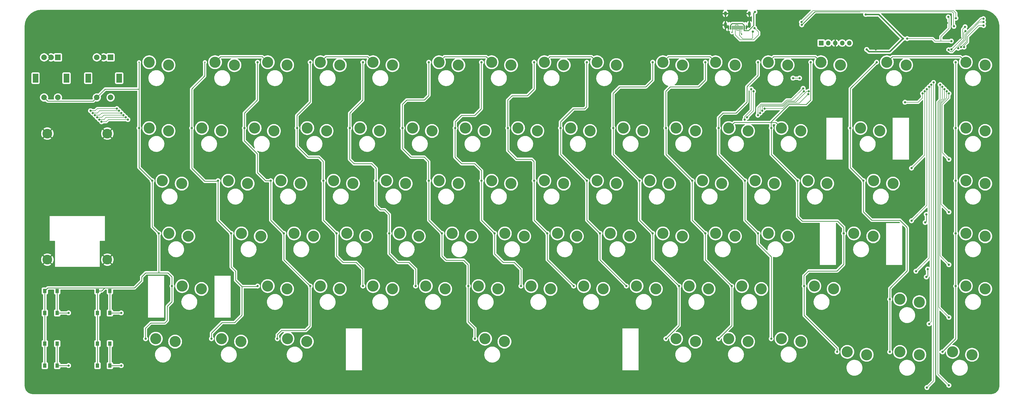
<source format=gbr>
%TF.GenerationSoftware,KiCad,Pcbnew,7.0.7*%
%TF.CreationDate,2023-10-31T22:36:57+07:00*%
%TF.ProjectId,Pixelette,50697865-6c65-4747-9465-2e6b69636164,rev?*%
%TF.SameCoordinates,Original*%
%TF.FileFunction,Copper,L1,Top*%
%TF.FilePolarity,Positive*%
%FSLAX46Y46*%
G04 Gerber Fmt 4.6, Leading zero omitted, Abs format (unit mm)*
G04 Created by KiCad (PCBNEW 7.0.7) date 2023-10-31 22:36:57*
%MOMM*%
%LPD*%
G01*
G04 APERTURE LIST*
%TA.AperFunction,ComponentPad*%
%ADD10C,4.000000*%
%TD*%
%TA.AperFunction,ComponentPad*%
%ADD11R,2.000000X2.000000*%
%TD*%
%TA.AperFunction,ComponentPad*%
%ADD12C,2.000000*%
%TD*%
%TA.AperFunction,ComponentPad*%
%ADD13R,2.000000X3.200000*%
%TD*%
%TA.AperFunction,SMDPad,CuDef*%
%ADD14R,1.300000X1.550000*%
%TD*%
%TA.AperFunction,ComponentPad*%
%ADD15R,1.700000X1.700000*%
%TD*%
%TA.AperFunction,ComponentPad*%
%ADD16O,1.700000X1.700000*%
%TD*%
%TA.AperFunction,SMDPad,CuDef*%
%ADD17R,0.600000X1.450000*%
%TD*%
%TA.AperFunction,SMDPad,CuDef*%
%ADD18R,0.300000X1.450000*%
%TD*%
%TA.AperFunction,ComponentPad*%
%ADD19O,1.000000X2.100000*%
%TD*%
%TA.AperFunction,ComponentPad*%
%ADD20O,1.000000X1.600000*%
%TD*%
%TA.AperFunction,ComponentPad*%
%ADD21C,3.500000*%
%TD*%
%TA.AperFunction,ViaPad*%
%ADD22C,0.800000*%
%TD*%
%TA.AperFunction,ViaPad*%
%ADD23C,0.500000*%
%TD*%
%TA.AperFunction,Conductor*%
%ADD24C,0.250000*%
%TD*%
%TA.AperFunction,Conductor*%
%ADD25C,0.500000*%
%TD*%
%TA.AperFunction,Conductor*%
%ADD26C,0.200000*%
%TD*%
%TA.AperFunction,Conductor*%
%ADD27C,0.300000*%
%TD*%
G04 APERTURE END LIST*
D10*
%TO.P,SW2,1,1*%
%TO.N,Net-(D1-A)*%
X52025000Y-20000000D03*
%TO.P,SW2,2,2*%
%TO.N,Col0*%
X45025000Y-18950000D03*
%TD*%
%TO.P,SW24,1,1*%
%TO.N,Net-(D23-A)*%
X185375000Y-43812500D03*
%TO.P,SW24,2,2*%
%TO.N,Col4*%
X178375000Y-42762500D03*
%TD*%
%TO.P,SW9,1,1*%
%TO.N,Net-(D8-A)*%
X194900000Y-20000000D03*
%TO.P,SW9,2,2*%
%TO.N,Col4*%
X187900000Y-18950000D03*
%TD*%
%TO.P,SW62,1,1*%
%TO.N,Net-(D59-A)*%
X59168750Y-81912500D03*
%TO.P,SW62,2,2*%
%TO.N,Col0*%
X52168750Y-80862500D03*
%TD*%
%TO.P,SW40,1,1*%
%TO.N,Net-(D37-A)*%
X175850000Y-62862500D03*
%TO.P,SW40,2,2*%
%TO.N,Col3*%
X168850000Y-61812500D03*
%TD*%
%TO.P,SW86,1,1*%
%TO.N,Net-(D81-A)*%
X102031250Y-120012500D03*
%TO.P,SW86,2,2*%
%TO.N,Col1*%
X95031250Y-118962500D03*
%TD*%
%TO.P,SW70,1,1*%
%TO.N,Net-(D65-A)*%
X171087500Y-100962500D03*
%TO.P,SW70,2,2*%
%TO.N,Col3*%
X164087500Y-99912500D03*
%TD*%
%TO.P,SW49,1,1*%
%TO.N,Net-(D46-A)*%
X347300000Y-81912500D03*
%TO.P,SW49,2,2*%
%TO.N,Col7*%
X340300000Y-80862500D03*
%TD*%
%TO.P,SW56,1,1*%
%TO.N,Net-(D53-A)*%
X180612500Y-81912500D03*
%TO.P,SW56,2,2*%
%TO.N,Col3*%
X173612500Y-80862500D03*
%TD*%
%TO.P,SW51,1,1*%
%TO.N,Net-(D48-A)*%
X275862500Y-81912500D03*
%TO.P,SW51,2,2*%
%TO.N,Col6*%
X268862500Y-80862500D03*
%TD*%
%TO.P,SW37,1,1*%
%TO.N,Net-(D34-A)*%
X118700000Y-62862500D03*
%TO.P,SW37,2,2*%
%TO.N,Col2*%
X111700000Y-61812500D03*
%TD*%
%TO.P,SW41,1,1*%
%TO.N,Net-(D38-A)*%
X194900000Y-62862500D03*
%TO.P,SW41,2,2*%
%TO.N,Col4*%
X187900000Y-61812500D03*
%TD*%
%TO.P,SW25,1,1*%
%TO.N,Net-(D24-A)*%
X166325000Y-43812500D03*
%TO.P,SW25,2,2*%
%TO.N,Col3*%
X159325000Y-42762500D03*
%TD*%
%TO.P,SW46,1,1*%
%TO.N,Net-(D43-A)*%
X290150000Y-62862500D03*
%TO.P,SW46,2,2*%
%TO.N,Col6*%
X283150000Y-61812500D03*
%TD*%
D11*
%TO.P,SW1,A,A*%
%TO.N,ENC_A1*%
X31075000Y-17200000D03*
D12*
%TO.P,SW1,B,B*%
%TO.N,ENC_B1*%
X26075000Y-17200000D03*
%TO.P,SW1,C,C*%
%TO.N,GND*%
X28575000Y-17200000D03*
D13*
%TO.P,SW1,MP*%
%TO.N,N/C*%
X34175000Y-24700000D03*
X22975000Y-24700000D03*
D12*
%TO.P,SW1,S1,S1*%
%TO.N,Col0*%
X26075000Y-31700000D03*
%TO.P,SW1,S2,S2*%
%TO.N,Net-(D89-A)*%
X31075000Y-31700000D03*
%TD*%
D10*
%TO.P,SW79,1,1*%
%TO.N,Net-(D74-A)*%
X342537500Y-124775000D03*
%TO.P,SW79,2,2*%
%TO.N,Col7*%
X335537500Y-123725000D03*
%TD*%
D14*
%TO.P,SW63,1,1*%
%TO.N,Net-(D85-A)*%
X11775000Y-120737500D03*
X11775000Y-128687500D03*
%TO.P,SW63,2,2*%
%TO.N,Col0*%
X7275000Y-120737500D03*
X7275000Y-128687500D03*
%TD*%
D10*
%TO.P,SW82,1,1*%
%TO.N,Net-(D77-A)*%
X280625000Y-120012500D03*
%TO.P,SW82,2,2*%
%TO.N,Col6*%
X273625000Y-118962500D03*
%TD*%
%TO.P,SW59,1,1*%
%TO.N,Net-(D56-A)*%
X123462500Y-81912500D03*
%TO.P,SW59,2,2*%
%TO.N,Col2*%
X116462500Y-80862500D03*
%TD*%
%TO.P,SW29,1,1*%
%TO.N,Net-(D28-A)*%
X90125000Y-43812500D03*
%TO.P,SW29,2,2*%
%TO.N,Col1*%
X83125000Y-42762500D03*
%TD*%
%TO.P,SW36,1,1*%
%TO.N,Net-(D33-A)*%
X99650000Y-62862500D03*
%TO.P,SW36,2,2*%
%TO.N,Col1*%
X92650000Y-61812500D03*
%TD*%
%TO.P,SW22,1,1*%
%TO.N,Net-(D21-A)*%
X223475000Y-43812500D03*
%TO.P,SW22,2,2*%
%TO.N,Col5*%
X216475000Y-42762500D03*
%TD*%
%TO.P,SW55,1,1*%
%TO.N,Net-(D52-A)*%
X199662500Y-81912500D03*
%TO.P,SW55,2,2*%
%TO.N,Col4*%
X192662500Y-80862500D03*
%TD*%
D14*
%TO.P,SW64,1,1*%
%TO.N,Net-(D87-A)*%
X30825000Y-101687500D03*
X30825000Y-109637500D03*
%TO.P,SW64,2,2*%
%TO.N,Col0*%
X26325000Y-101687500D03*
X26325000Y-109637500D03*
%TD*%
D10*
%TO.P,SW43,1,1*%
%TO.N,Net-(D40-A)*%
X233000000Y-62862500D03*
%TO.P,SW43,2,2*%
%TO.N,Col5*%
X226000000Y-61812500D03*
%TD*%
D14*
%TO.P,SW89,1,1*%
%TO.N,Net-(D84-A)*%
X30825000Y-120737500D03*
X30825000Y-128687500D03*
%TO.P,SW89,2,2*%
%TO.N,Col0*%
X26325000Y-120737500D03*
X26325000Y-128687500D03*
%TD*%
D10*
%TO.P,SW81,1,1*%
%TO.N,Net-(D76-A)*%
X304437500Y-124775000D03*
%TO.P,SW81,2,2*%
%TO.N,Col6*%
X297437500Y-123725000D03*
%TD*%
%TO.P,SW31,1,1*%
%TO.N,Net-(D30-A)*%
X52025000Y-43812500D03*
%TO.P,SW31,2,2*%
%TO.N,Col0*%
X45025000Y-42762500D03*
%TD*%
%TO.P,SW53,1,1*%
%TO.N,Net-(D50-A)*%
X237762500Y-81912500D03*
%TO.P,SW53,2,2*%
%TO.N,Col5*%
X230762500Y-80862500D03*
%TD*%
%TO.P,SW50,1,1*%
%TO.N,Net-(D47-A)*%
X306818750Y-81912500D03*
%TO.P,SW50,2,2*%
%TO.N,Col6*%
X299818750Y-80862500D03*
%TD*%
%TO.P,SW11,1,1*%
%TO.N,Net-(D10-A)*%
X237762500Y-20000000D03*
%TO.P,SW11,2,2*%
%TO.N,Col5*%
X230762500Y-18950000D03*
%TD*%
%TO.P,SW88,1,1*%
%TO.N,Net-(D83-A)*%
X54406250Y-120012500D03*
%TO.P,SW88,2,2*%
%TO.N,Col0*%
X47406250Y-118962500D03*
%TD*%
%TO.P,SW87,1,1*%
%TO.N,Net-(D82-A)*%
X78218750Y-120012500D03*
%TO.P,SW87,2,2*%
%TO.N,Col1*%
X71218750Y-118962500D03*
%TD*%
%TO.P,SW19,1,1*%
%TO.N,Net-(D18-A)*%
X280625000Y-43812500D03*
%TO.P,SW19,2,2*%
%TO.N,Col6*%
X273625000Y-42762500D03*
%TD*%
%TO.P,SW38,1,1*%
%TO.N,Net-(D35-A)*%
X137750000Y-62862500D03*
%TO.P,SW38,2,2*%
%TO.N,Col2*%
X130750000Y-61812500D03*
%TD*%
%TO.P,SW60,1,1*%
%TO.N,Net-(D57-A)*%
X104412500Y-81912500D03*
%TO.P,SW60,2,2*%
%TO.N,Col1*%
X97412500Y-80862500D03*
%TD*%
%TO.P,SW16,1,1*%
%TO.N,Net-(D15-A)*%
X347300000Y-20000000D03*
%TO.P,SW16,2,2*%
%TO.N,Col7*%
X340300000Y-18950000D03*
%TD*%
%TO.P,SW67,1,1*%
%TO.N,Net-(D62-A)*%
X113937500Y-100962500D03*
%TO.P,SW67,2,2*%
%TO.N,Col1*%
X106937500Y-99912500D03*
%TD*%
%TO.P,SW73,1,1*%
%TO.N,Net-(D68-A)*%
X228237500Y-100962500D03*
%TO.P,SW73,2,2*%
%TO.N,Col4*%
X221237500Y-99912500D03*
%TD*%
%TO.P,SW15,1,1*%
%TO.N,Net-(D14-A)*%
X318725000Y-20000000D03*
%TO.P,SW15,2,2*%
%TO.N,Col7*%
X311725000Y-18950000D03*
%TD*%
%TO.P,SW74,1,1*%
%TO.N,Net-(D69-A)*%
X247287500Y-100962500D03*
%TO.P,SW74,2,2*%
%TO.N,Col5*%
X240287500Y-99912500D03*
%TD*%
%TO.P,SW12,1,1*%
%TO.N,Net-(D11-A)*%
X256812500Y-20000000D03*
%TO.P,SW12,2,2*%
%TO.N,Col5*%
X249812500Y-18950000D03*
%TD*%
%TO.P,SW77,1,1*%
%TO.N,Net-(D72-A)*%
X323487500Y-105725000D03*
%TO.P,SW77,2,2*%
%TO.N,Col7*%
X316487500Y-104675000D03*
%TD*%
%TO.P,SW8,1,1*%
%TO.N,Net-(D7-A)*%
X175850000Y-20000000D03*
%TO.P,SW8,2,2*%
%TO.N,Col3*%
X168850000Y-18950000D03*
%TD*%
%TO.P,SW57,1,1*%
%TO.N,Net-(D54-A)*%
X161562500Y-81912500D03*
%TO.P,SW57,2,2*%
%TO.N,Col3*%
X154562500Y-80862500D03*
%TD*%
%TO.P,SW48,1,1*%
%TO.N,Net-(D45-A)*%
X347300000Y-62862500D03*
%TO.P,SW48,2,2*%
%TO.N,Col7*%
X340300000Y-61812500D03*
%TD*%
%TO.P,SW4,1,1*%
%TO.N,Net-(D3-A)*%
X94887500Y-20000000D03*
%TO.P,SW4,2,2*%
%TO.N,Col1*%
X87887500Y-18950000D03*
%TD*%
%TO.P,SW80,1,1*%
%TO.N,Net-(D75-A)*%
X323487500Y-124775000D03*
%TO.P,SW80,2,2*%
%TO.N,Col7*%
X316487500Y-123725000D03*
%TD*%
%TO.P,SW7,1,1*%
%TO.N,Net-(D6-A)*%
X156800000Y-20000000D03*
%TO.P,SW7,2,2*%
%TO.N,Col3*%
X149800000Y-18950000D03*
%TD*%
%TO.P,SW78,1,1*%
%TO.N,Net-(D73-A)*%
X347300000Y-100962500D03*
%TO.P,SW78,2,2*%
%TO.N,Col7*%
X340300000Y-99912500D03*
%TD*%
D15*
%TO.P,J2,1,Pin_1*%
%TO.N,RESET*%
X287972500Y-12000000D03*
D16*
%TO.P,J2,2,Pin_2*%
%TO.N,+3V3*%
X290512500Y-12000000D03*
%TO.P,J2,3,Pin_3*%
%TO.N,GND*%
X293052500Y-12000000D03*
%TO.P,J2,4,Pin_4*%
%TO.N,SWD*%
X295592500Y-12000000D03*
%TO.P,J2,5,Pin_5*%
%TO.N,SWCLK*%
X298132500Y-12000000D03*
%TD*%
D10*
%TO.P,SW69,1,1*%
%TO.N,Net-(D64-A)*%
X152037500Y-100962500D03*
%TO.P,SW69,2,2*%
%TO.N,Col2*%
X145037500Y-99912500D03*
%TD*%
%TO.P,SW28,1,1*%
%TO.N,Net-(D27-A)*%
X109175000Y-43812500D03*
%TO.P,SW28,2,2*%
%TO.N,Col2*%
X102175000Y-42762500D03*
%TD*%
%TO.P,SW17,1,1*%
%TO.N,Net-(D16-A)*%
X347300000Y-43812500D03*
%TO.P,SW17,2,2*%
%TO.N,Col7*%
X340300000Y-42762500D03*
%TD*%
%TO.P,SW10,1,1*%
%TO.N,Net-(D9-A)*%
X213950000Y-20000000D03*
%TO.P,SW10,2,2*%
%TO.N,Col4*%
X206950000Y-18950000D03*
%TD*%
%TO.P,SW68,2,2*%
%TO.N,Col2*%
X125987500Y-99912500D03*
%TO.P,SW68,1,1*%
%TO.N,Net-(D63-A)*%
X132987500Y-100962500D03*
%TD*%
%TO.P,SW54,1,1*%
%TO.N,Net-(D51-A)*%
X218712500Y-81912500D03*
%TO.P,SW54,2,2*%
%TO.N,Col4*%
X211712500Y-80862500D03*
%TD*%
%TO.P,SW65,1,1*%
%TO.N,Net-(D60-A)*%
X63931250Y-100962500D03*
%TO.P,SW65,2,2*%
%TO.N,Col0*%
X56931250Y-99912500D03*
%TD*%
D11*
%TO.P,SW32,A,A*%
%TO.N,ENC_A2*%
X12025000Y-17200000D03*
D12*
%TO.P,SW32,B,B*%
%TO.N,ENC_B2*%
X7025000Y-17200000D03*
%TO.P,SW32,C,C*%
%TO.N,GND*%
X9525000Y-17200000D03*
D13*
%TO.P,SW32,MP*%
%TO.N,N/C*%
X15125000Y-24700000D03*
X3925000Y-24700000D03*
D12*
%TO.P,SW32,S1,S1*%
%TO.N,Col0*%
X7025000Y-31700000D03*
%TO.P,SW32,S2,S2*%
%TO.N,Net-(D88-A)*%
X12025000Y-31700000D03*
%TD*%
D10*
%TO.P,SW84,1,1*%
%TO.N,Net-(D79-A)*%
X242525000Y-120012500D03*
%TO.P,SW84,2,2*%
%TO.N,Col5*%
X235525000Y-118962500D03*
%TD*%
%TO.P,SW27,1,1*%
%TO.N,Net-(D26-A)*%
X128225000Y-43812500D03*
%TO.P,SW27,2,2*%
%TO.N,Col2*%
X121225000Y-42762500D03*
%TD*%
%TO.P,SW21,1,1*%
%TO.N,Net-(D20-A)*%
X242525000Y-43812500D03*
%TO.P,SW21,2,2*%
%TO.N,Col5*%
X235525000Y-42762500D03*
%TD*%
%TO.P,SW5,1,1*%
%TO.N,Net-(D4-A)*%
X113937500Y-20000000D03*
%TO.P,SW5,2,2*%
%TO.N,Col2*%
X106937500Y-18950000D03*
%TD*%
%TO.P,SW39,1,1*%
%TO.N,Net-(D36-A)*%
X156800000Y-62862500D03*
%TO.P,SW39,2,2*%
%TO.N,Col3*%
X149800000Y-61812500D03*
%TD*%
%TO.P,SW47,1,1*%
%TO.N,Net-(D44-A)*%
X313962500Y-62862500D03*
%TO.P,SW47,2,2*%
%TO.N,Col7*%
X306962500Y-61812500D03*
%TD*%
%TO.P,SW42,1,1*%
%TO.N,Net-(D39-A)*%
X213950000Y-62862500D03*
%TO.P,SW42,2,2*%
%TO.N,Col4*%
X206950000Y-61812500D03*
%TD*%
%TO.P,SW75,1,1*%
%TO.N,Net-(D70-A)*%
X266337500Y-100962500D03*
%TO.P,SW75,2,2*%
%TO.N,Col5*%
X259337500Y-99912500D03*
%TD*%
%TO.P,SW85,1,1*%
%TO.N,Net-(D80-A)*%
X173468750Y-120012500D03*
%TO.P,SW85,2,2*%
%TO.N,Col3*%
X166468750Y-118962500D03*
%TD*%
D14*
%TO.P,SW33,1,1*%
%TO.N,Net-(D86-A)*%
X11775000Y-101687500D03*
X11775000Y-109637500D03*
%TO.P,SW33,2,2*%
%TO.N,Col0*%
X7275000Y-101687500D03*
X7275000Y-109637500D03*
%TD*%
D10*
%TO.P,SW26,1,1*%
%TO.N,Net-(D25-A)*%
X147275000Y-43812500D03*
%TO.P,SW26,2,2*%
%TO.N,Col3*%
X140275000Y-42762500D03*
%TD*%
%TO.P,SW61,1,1*%
%TO.N,Net-(D58-A)*%
X85362500Y-81912500D03*
%TO.P,SW61,2,2*%
%TO.N,Col1*%
X78362500Y-80862500D03*
%TD*%
%TO.P,SW76,1,1*%
%TO.N,Net-(D71-A)*%
X292531250Y-100962500D03*
%TO.P,SW76,2,2*%
%TO.N,Col6*%
X285531250Y-99912500D03*
%TD*%
%TO.P,SW66,1,1*%
%TO.N,Net-(D61-A)*%
X94887500Y-100962500D03*
%TO.P,SW66,2,2*%
%TO.N,Col1*%
X87887500Y-99912500D03*
%TD*%
%TO.P,SW58,1,1*%
%TO.N,Net-(D55-A)*%
X142512500Y-81912500D03*
%TO.P,SW58,2,2*%
%TO.N,Col2*%
X135512500Y-80862500D03*
%TD*%
%TO.P,SW52,1,1*%
%TO.N,Net-(D49-A)*%
X256812500Y-81912500D03*
%TO.P,SW52,2,2*%
%TO.N,Col5*%
X249812500Y-80862500D03*
%TD*%
%TO.P,SW71,1,1*%
%TO.N,Net-(D66-A)*%
X190137500Y-100962500D03*
%TO.P,SW71,2,2*%
%TO.N,Col3*%
X183137500Y-99912500D03*
%TD*%
%TO.P,SW45,1,1*%
%TO.N,Net-(D42-A)*%
X271100000Y-62862500D03*
%TO.P,SW45,2,2*%
%TO.N,Col6*%
X264100000Y-61812500D03*
%TD*%
%TO.P,SW14,1,1*%
%TO.N,Net-(D13-A)*%
X294912500Y-20000000D03*
%TO.P,SW14,2,2*%
%TO.N,Col6*%
X287912500Y-18950000D03*
%TD*%
%TO.P,SW83,1,1*%
%TO.N,Net-(D78-A)*%
X261575000Y-120012500D03*
%TO.P,SW83,2,2*%
%TO.N,Col5*%
X254575000Y-118962500D03*
%TD*%
%TO.P,SW72,1,1*%
%TO.N,Net-(D67-A)*%
X209187500Y-100962500D03*
%TO.P,SW72,2,2*%
%TO.N,Col4*%
X202187500Y-99912500D03*
%TD*%
%TO.P,SW35,1,1*%
%TO.N,Net-(D32-A)*%
X80600000Y-62862500D03*
%TO.P,SW35,2,2*%
%TO.N,Col1*%
X73600000Y-61812500D03*
%TD*%
%TO.P,SW18,1,1*%
%TO.N,Net-(D17-A)*%
X309200000Y-43812500D03*
%TO.P,SW18,2,2*%
%TO.N,Col7*%
X302200000Y-42762500D03*
%TD*%
%TO.P,SW30,1,1*%
%TO.N,Net-(D29-A)*%
X71075000Y-43812500D03*
%TO.P,SW30,2,2*%
%TO.N,Col1*%
X64075000Y-42762500D03*
%TD*%
D17*
%TO.P,J1,A1,GND*%
%TO.N,GND*%
X260942500Y-6443750D03*
%TO.P,J1,A4,VBUS*%
%TO.N,VBUS*%
X260142500Y-6443750D03*
D18*
%TO.P,J1,A5,CC1*%
%TO.N,Net-(J1-CC1)*%
X258942500Y-6443750D03*
%TO.P,J1,A6,D+*%
%TO.N,D_USB_P*%
X257942500Y-6443750D03*
%TO.P,J1,A7,D-*%
%TO.N,D_USB_N*%
X257442500Y-6443750D03*
%TO.P,J1,A8,SBU1*%
%TO.N,unconnected-(J1-SBU1-PadA8)*%
X256442500Y-6443750D03*
D17*
%TO.P,J1,A9,VBUS*%
%TO.N,VBUS*%
X255242500Y-6443750D03*
%TO.P,J1,A12,GND*%
%TO.N,GND*%
X254442500Y-6443750D03*
%TO.P,J1,B1,GND*%
X254442500Y-6443750D03*
%TO.P,J1,B4,VBUS*%
%TO.N,VBUS*%
X255242500Y-6443750D03*
D18*
%TO.P,J1,B5,CC2*%
%TO.N,Net-(J1-CC2)*%
X255942500Y-6443750D03*
%TO.P,J1,B6,D+*%
%TO.N,D_USB_P*%
X256942500Y-6443750D03*
%TO.P,J1,B7,D-*%
%TO.N,D_USB_N*%
X258442500Y-6443750D03*
%TO.P,J1,B8,SBU2*%
%TO.N,unconnected-(J1-SBU2-PadB8)*%
X259442500Y-6443750D03*
D17*
%TO.P,J1,B9,VBUS*%
%TO.N,VBUS*%
X260142500Y-6443750D03*
%TO.P,J1,B12,GND*%
%TO.N,GND*%
X260942500Y-6443750D03*
D19*
%TO.P,J1,S1,SHIELD*%
X262012500Y-5528750D03*
D20*
X262012500Y-1348750D03*
D19*
X253372500Y-5528750D03*
D20*
X253372500Y-1348750D03*
%TD*%
D10*
%TO.P,SW3,1,1*%
%TO.N,Net-(D2-A)*%
X75837500Y-20000000D03*
%TO.P,SW3,2,2*%
%TO.N,Col1*%
X68837500Y-18950000D03*
%TD*%
%TO.P,SW20,1,1*%
%TO.N,Net-(D19-A)*%
X261575000Y-43812500D03*
%TO.P,SW20,2,2*%
%TO.N,Col6*%
X254575000Y-42762500D03*
%TD*%
%TO.P,SW44,1,1*%
%TO.N,Net-(D41-A)*%
X252050000Y-62862500D03*
%TO.P,SW44,2,2*%
%TO.N,Col5*%
X245050000Y-61812500D03*
%TD*%
%TO.P,SW13,1,1*%
%TO.N,Net-(D12-A)*%
X275862500Y-20000000D03*
%TO.P,SW13,2,2*%
%TO.N,Col6*%
X268862500Y-18950000D03*
%TD*%
D21*
%TO.P,S5,1*%
%TO.N,GND*%
X29900000Y-44762500D03*
%TO.P,S5,2*%
X8200000Y-44762500D03*
%TO.P,S5,3*%
X8200000Y-90362500D03*
%TO.P,S5,4*%
X29900000Y-90362500D03*
%TD*%
D10*
%TO.P,SW34,1,1*%
%TO.N,Net-(D31-A)*%
X56787500Y-62862500D03*
%TO.P,SW34,2,2*%
%TO.N,Col0*%
X49787500Y-61812500D03*
%TD*%
%TO.P,SW23,1,1*%
%TO.N,Net-(D22-A)*%
X204425000Y-43812500D03*
%TO.P,SW23,2,2*%
%TO.N,Col4*%
X197425000Y-42762500D03*
%TD*%
%TO.P,SW6,1,1*%
%TO.N,Net-(D5-A)*%
X132987500Y-20000000D03*
%TO.P,SW6,2,2*%
%TO.N,Col2*%
X125987500Y-18950000D03*
%TD*%
D22*
%TO.N,+3V3*%
X326020000Y-96630000D03*
X326500000Y-93770000D03*
X325610000Y-76920000D03*
X326020000Y-73980000D03*
%TO.N,GND*%
X342652500Y-13842500D03*
X333432500Y-15352500D03*
X313060000Y-9460000D03*
X333470000Y-4740000D03*
X323782500Y-5932500D03*
D23*
X290100000Y-1570000D03*
D22*
X338300000Y-10110000D03*
X327680000Y-12730000D03*
X309940000Y-12540000D03*
X327190000Y-20010000D03*
X307730000Y-14310000D03*
%TO.N,+3V3*%
X280193750Y-24700000D03*
X317560000Y-10410000D03*
X277812500Y-24700000D03*
X304090000Y-1670000D03*
X304450000Y-14340000D03*
%TO.N,+1V1*%
X335044522Y-11309305D03*
X333950000Y-2582500D03*
X319087500Y-10412500D03*
%TO.N,ROW6*%
X324643750Y-30256250D03*
X318293750Y-33431250D03*
%TO.N,ROW1*%
X334168750Y-54068750D03*
X334168750Y-30256250D03*
%TO.N,ROW7*%
X320675000Y-57243750D03*
X325437500Y-29462500D03*
%TO.N,ROW2*%
X334168750Y-73118750D03*
X333375000Y-29462500D03*
%TO.N,ROW8*%
X326231250Y-28668750D03*
X320675000Y-76293750D03*
%TO.N,ROW9*%
X334168750Y-92168750D03*
X332581250Y-28668750D03*
%TO.N,ROW3*%
X322262500Y-94550000D03*
X327025000Y-27875000D03*
%TO.N,ROW4*%
X327025000Y-113600000D03*
X327818750Y-27081250D03*
%TO.N,ROW10*%
X334168750Y-111218750D03*
X331787500Y-27875000D03*
%TO.N,ROW11*%
X330993750Y-27081250D03*
X334168750Y-135825000D03*
%TO.N,ROW5*%
X326231250Y-136618750D03*
X328612500Y-26287500D03*
%TO.N,Net-(D84-A)*%
X34925000Y-128681250D03*
%TO.N,Net-(D85-A)*%
X15875000Y-128681250D03*
%TO.N,Net-(D86-A)*%
X15875000Y-109631250D03*
%TO.N,Net-(D87-A)*%
X34925000Y-109631250D03*
%TO.N,VBUS*%
X264040000Y-780000D03*
D23*
%TO.N,Net-(J1-CC1)*%
X259230000Y-8840000D03*
D22*
%TO.N,D_USB_P*%
X263906003Y-6586003D03*
%TO.N,D_USB_N*%
X263292000Y-7839250D03*
D23*
%TO.N,Net-(J1-CC2)*%
X255720000Y-8140000D03*
D22*
%TO.N,LCD_LED*%
X283354441Y-30466052D03*
X33337500Y-35718750D03*
X23812500Y-36512500D03*
X267493750Y-35718750D03*
%TO.N,LCD_RST*%
X24606250Y-37306250D03*
X34131250Y-36512500D03*
X283513000Y-29462500D03*
X266700000Y-36512500D03*
%TO.N,LCD_DC*%
X265906250Y-37306250D03*
X34925000Y-37306250D03*
X25400000Y-38100000D03*
X281781250Y-29462500D03*
%TO.N,LCD_CS*%
X26193750Y-38893750D03*
X35718750Y-38100000D03*
X265112500Y-38100000D03*
X281475500Y-28416147D03*
%TO.N,LCD_SCK*%
X263525000Y-29462500D03*
X261143750Y-38893750D03*
X36512500Y-38893750D03*
X26987500Y-39687500D03*
%TO.N,LCD_SDA*%
X260350000Y-39687500D03*
X27781250Y-40481250D03*
X262731250Y-28668750D03*
X37306250Y-39687500D03*
%TO.N,D_P*%
X280870000Y-4430000D03*
X336710000Y-3010000D03*
%TO.N,D_N*%
X335990035Y-5960035D03*
X280970449Y-5424442D03*
%TO.N,Col7*%
X336625000Y-18950000D03*
X336625000Y-99912500D03*
X308050000Y-18950000D03*
X298525000Y-42762500D03*
X336625000Y-61812500D03*
X312812500Y-104675000D03*
X336625000Y-80862500D03*
X331862500Y-123725000D03*
X312812500Y-123725000D03*
X303287500Y-61812500D03*
X336625000Y-42762500D03*
%TO.N,Col6*%
X250900000Y-42762500D03*
X269950000Y-42762500D03*
X281856250Y-99912500D03*
X296143750Y-80862500D03*
X269950000Y-118962500D03*
X279475000Y-61812500D03*
X293762500Y-123725000D03*
X284237500Y-18950000D03*
X260425000Y-61812500D03*
X265187500Y-80862500D03*
X265187500Y-18950000D03*
%TO.N,Col5*%
X222325000Y-61812500D03*
X246137500Y-80862500D03*
X250900000Y-118962500D03*
X212800000Y-42762500D03*
X246137500Y-18950000D03*
X255662500Y-99912500D03*
X227087500Y-18950000D03*
X231850000Y-118962500D03*
X241375000Y-61812500D03*
X231850000Y-42762500D03*
X227087500Y-80862500D03*
X236612500Y-99912500D03*
%TO.N,Col3*%
X169937500Y-80862500D03*
X165175000Y-61812500D03*
X150887500Y-80862500D03*
X162793750Y-118962500D03*
X155650000Y-42762500D03*
X160412500Y-99912500D03*
X179462500Y-99912500D03*
X136600000Y-42762500D03*
X146125000Y-18950000D03*
X165175000Y-18950000D03*
X146125000Y-61812500D03*
%TO.N,Col1*%
X67543750Y-118962500D03*
X91356250Y-118962500D03*
X103262500Y-99912500D03*
X88975000Y-61812500D03*
D23*
X65162500Y-18950000D03*
D22*
X93737500Y-80862500D03*
X69925000Y-61812500D03*
X74687500Y-80862500D03*
X60400000Y-42762500D03*
X84212500Y-18950000D03*
X84212500Y-99912500D03*
X79450000Y-42762500D03*
D23*
%TO.N,Col0*%
X41350000Y-18950000D03*
D22*
X43731250Y-118962500D03*
X46112500Y-61812500D03*
X41350000Y-42762500D03*
X48493750Y-80862500D03*
X53256250Y-99912500D03*
%TO.N,Col2*%
X127075000Y-61812500D03*
X98500000Y-42762500D03*
X131837500Y-80862500D03*
X117550000Y-42762500D03*
X122312500Y-18950000D03*
X122312500Y-99912500D03*
X141362500Y-99912500D03*
X108025000Y-61812500D03*
X112787500Y-80862500D03*
X103262500Y-18950000D03*
%TO.N,Col4*%
X184225000Y-18950000D03*
X217562500Y-99912500D03*
X193750000Y-42762500D03*
X184225000Y-61812500D03*
X203275000Y-61812500D03*
X208037500Y-80862500D03*
X188987500Y-80862500D03*
X203275000Y-18950000D03*
X198512500Y-99912500D03*
X174700000Y-42762500D03*
%TO.N,QSPI_SD3*%
X346710000Y-5680000D03*
X339650000Y-13470000D03*
%TO.N,QSPI_SCLK*%
X346710000Y-4430000D03*
X338525496Y-13479434D03*
%TO.N,QSPI_SD0*%
X337549622Y-13889622D03*
X346660000Y-3210000D03*
%TO.N,QSPI_SD2*%
X340017180Y-6147180D03*
X335080861Y-14328856D03*
%TO.N,QSPI_SD1*%
X334090000Y-14460000D03*
X340130000Y-7690000D03*
%TD*%
D24*
%TO.N,Col6*%
X293927500Y-76440000D02*
X296143750Y-78656250D01*
X281133750Y-76440000D02*
X293927500Y-76440000D01*
X279475000Y-74781250D02*
X281133750Y-76440000D01*
X296143750Y-78656250D02*
X296143750Y-80862500D01*
X279475000Y-61812500D02*
X279475000Y-74781250D01*
%TO.N,Col7*%
X303287500Y-73100000D02*
X303287500Y-61812500D01*
X306277500Y-76090000D02*
X303287500Y-73100000D01*
X316498027Y-76090000D02*
X306277500Y-76090000D01*
X318950000Y-78541973D02*
X316498027Y-76090000D01*
X319100000Y-78868750D02*
X318950000Y-78718750D01*
X319100000Y-94443750D02*
X319100000Y-78868750D01*
X312812500Y-100731250D02*
X319100000Y-94443750D01*
X318950000Y-78718750D02*
X318950000Y-78541973D01*
X312812500Y-104675000D02*
X312812500Y-100731250D01*
%TO.N,+3V3*%
X326500000Y-96150000D02*
X326020000Y-96630000D01*
X326500000Y-93770000D02*
X326500000Y-96150000D01*
X326020000Y-76510000D02*
X325610000Y-76920000D01*
X326020000Y-73980000D02*
X326020000Y-76510000D01*
%TO.N,Col0*%
X43730000Y-95150000D02*
X48493750Y-95150000D01*
X39712500Y-100587500D02*
X42300000Y-98000000D01*
X42300000Y-98000000D02*
X42300000Y-96580000D01*
X42300000Y-96580000D02*
X43730000Y-95150000D01*
X28892500Y-100587500D02*
X39712500Y-100587500D01*
X53256250Y-96586250D02*
X53256250Y-99912500D01*
X51820000Y-95150000D02*
X53256250Y-96586250D01*
X48493750Y-95150000D02*
X51820000Y-95150000D01*
%TO.N,Col1*%
X76250000Y-97775000D02*
X78581250Y-100106250D01*
X76250000Y-94600000D02*
X76250000Y-97775000D01*
X74687500Y-93037500D02*
X76250000Y-94600000D01*
X74687500Y-80862500D02*
X74687500Y-93037500D01*
D25*
%TO.N,GND*%
X261097500Y-6443750D02*
X262012500Y-5528750D01*
X260942500Y-6443750D02*
X261097500Y-6443750D01*
X253372500Y-5528750D02*
X253527500Y-5528750D01*
X253527500Y-5528750D02*
X254442500Y-6443750D01*
X253372500Y-1348750D02*
X253372500Y-5528750D01*
X262012500Y-1348750D02*
X253372500Y-1348750D01*
X262012500Y-5528750D02*
X262012500Y-1348750D01*
%TO.N,+3V3*%
X305270000Y-15160000D02*
X304450000Y-14340000D01*
X317560000Y-10410000D02*
X308820000Y-1670000D01*
X317560000Y-10410000D02*
X312810000Y-15160000D01*
D26*
X277812500Y-24700000D02*
X280193750Y-24700000D01*
D25*
X312810000Y-15160000D02*
X305270000Y-15160000D01*
X308820000Y-1670000D02*
X304090000Y-1670000D01*
D26*
%TO.N,+1V1*%
X333950000Y-2582500D02*
X334200000Y-2832500D01*
X328277450Y-10412500D02*
X319087500Y-10412500D01*
X334200000Y-2832500D02*
X334200000Y-6680000D01*
X331250000Y-11309305D02*
X329174255Y-11309305D01*
X329174255Y-11309305D02*
X328277450Y-10412500D01*
X334200000Y-6680000D02*
X331250000Y-9630000D01*
X331250000Y-9630000D02*
X331250000Y-11309305D01*
X335044522Y-11309305D02*
X331250000Y-11309305D01*
%TO.N,ROW6*%
X324643750Y-30256250D02*
X324643750Y-31843750D01*
X324643750Y-31843750D02*
X323056250Y-33431250D01*
X323056250Y-33431250D02*
X318293750Y-33431250D01*
%TO.N,ROW1*%
X334168750Y-30256250D02*
X334168750Y-31843750D01*
X334168750Y-31843750D02*
X331787500Y-34225000D01*
X331787500Y-34225000D02*
X331787500Y-51687500D01*
X331787500Y-51687500D02*
X334168750Y-54068750D01*
%TO.N,ROW7*%
X325437500Y-52481250D02*
X320675000Y-57243750D01*
X325437500Y-29462500D02*
X325437500Y-52481250D01*
%TO.N,ROW2*%
X331387500Y-70337500D02*
X334168750Y-73118750D01*
X331387500Y-33831250D02*
X331387500Y-70337500D01*
X333375000Y-29462500D02*
X333375000Y-31843750D01*
X333375000Y-31843750D02*
X331387500Y-33831250D01*
%TO.N,ROW8*%
X326231250Y-28668750D02*
X326231250Y-70737500D01*
X326231250Y-70737500D02*
X320675000Y-76293750D01*
%TO.N,ROW9*%
X330987500Y-88987500D02*
X334168750Y-92168750D01*
X332581250Y-32071814D02*
X330987500Y-33665565D01*
X330987500Y-33665565D02*
X330987500Y-88987500D01*
X332581250Y-28668750D02*
X332581250Y-32071814D01*
%TO.N,ROW3*%
X327025000Y-27875000D02*
X327025000Y-89787500D01*
X327025000Y-89787500D02*
X322262500Y-94550000D01*
%TO.N,ROW4*%
X327818750Y-112806250D02*
X327025000Y-113600000D01*
X327818750Y-27081250D02*
X327818750Y-112806250D01*
%TO.N,ROW10*%
X331787500Y-32299878D02*
X330587500Y-33499880D01*
X330587500Y-33499880D02*
X330587500Y-107637500D01*
X330587500Y-107637500D02*
X334168750Y-111218750D01*
X331787500Y-27875000D02*
X331787500Y-32299878D01*
%TO.N,ROW11*%
X330993750Y-32527944D02*
X330187500Y-33334195D01*
X330187500Y-131843750D02*
X334168750Y-135825000D01*
X330187500Y-33334195D02*
X330187500Y-131843750D01*
X330993750Y-27081250D02*
X330993750Y-32527944D01*
%TO.N,ROW5*%
X328612500Y-134237500D02*
X326231250Y-136618750D01*
X328612500Y-26287500D02*
X328612500Y-134237500D01*
D24*
%TO.N,Net-(D84-A)*%
X34925000Y-128681250D02*
X34918750Y-128687500D01*
X30825000Y-120737500D02*
X30825000Y-128687500D01*
X34918750Y-128687500D02*
X30825000Y-128687500D01*
%TO.N,Net-(D85-A)*%
X15868750Y-128687500D02*
X11775000Y-128687500D01*
X11775000Y-128687500D02*
X11775000Y-120737500D01*
X15875000Y-128681250D02*
X15868750Y-128687500D01*
%TO.N,Net-(D86-A)*%
X15868750Y-109637500D02*
X15875000Y-109631250D01*
X11775000Y-109637500D02*
X11775000Y-101687500D01*
X11775000Y-109637500D02*
X15868750Y-109637500D01*
%TO.N,Net-(D87-A)*%
X34918750Y-109637500D02*
X30825000Y-109637500D01*
X30825000Y-109637500D02*
X30825000Y-101687500D01*
X34925000Y-109631250D02*
X34918750Y-109637500D01*
D27*
%TO.N,VBUS*%
X261791250Y-7518750D02*
X263612500Y-5697500D01*
X255527500Y-5283750D02*
X255842500Y-4968750D01*
X259857500Y-5283750D02*
X259857500Y-5299055D01*
X260142500Y-5584055D02*
X260142500Y-6443750D01*
X259542500Y-4968750D02*
X259857500Y-5283750D01*
X255527500Y-5299055D02*
X255527500Y-5283750D01*
X263612500Y-1207500D02*
X264040000Y-780000D01*
X260142500Y-6443750D02*
X260142500Y-7468750D01*
X255242500Y-6443750D02*
X255242500Y-5584055D01*
X260192500Y-7518750D02*
X261791250Y-7518750D01*
X255242500Y-5584055D02*
X255527500Y-5299055D01*
X259857500Y-5299055D02*
X260142500Y-5584055D01*
X255842500Y-4968750D02*
X259542500Y-4968750D01*
X263612500Y-5697500D02*
X263612500Y-1207500D01*
X260142500Y-7468750D02*
X260192500Y-7518750D01*
D26*
%TO.N,Net-(J1-CC1)*%
X258942500Y-8552500D02*
X259230000Y-8840000D01*
X258942500Y-6443750D02*
X258942500Y-8552500D01*
%TO.N,D_USB_P*%
X256942500Y-6443750D02*
X256942500Y-5468750D01*
X257892500Y-5418750D02*
X257942500Y-5468750D01*
X256992500Y-5418750D02*
X257892500Y-5418750D01*
X256942500Y-9078750D02*
X256942500Y-6443750D01*
X263510000Y-10870000D02*
X265372500Y-9007500D01*
X256942500Y-5468750D02*
X256992500Y-5418750D01*
X265372500Y-8052500D02*
X263906003Y-6586003D01*
X257942500Y-5468750D02*
X257942500Y-6443750D01*
X258733750Y-10870000D02*
X263510000Y-10870000D01*
X258733750Y-10870000D02*
X256942500Y-9078750D01*
X265372500Y-9007500D02*
X265372500Y-8052500D01*
%TO.N,D_USB_N*%
X258442500Y-7418750D02*
X258442500Y-6443750D01*
X258450000Y-9236250D02*
X258450000Y-6451250D01*
X263220000Y-10150000D02*
X262900000Y-10470000D01*
X257492500Y-7468750D02*
X258392500Y-7468750D01*
X263292000Y-7839250D02*
X263220000Y-7911250D01*
X259683750Y-10470000D02*
X258450000Y-9236250D01*
X257442500Y-6443750D02*
X257442500Y-7418750D01*
X258392500Y-7468750D02*
X258442500Y-7418750D01*
X263220000Y-7911250D02*
X263220000Y-10150000D01*
X257442500Y-7418750D02*
X257492500Y-7468750D01*
X258450000Y-6451250D02*
X258442500Y-6443750D01*
X262900000Y-10470000D02*
X259683750Y-10470000D01*
%TO.N,Net-(J1-CC2)*%
X255942500Y-7917500D02*
X255720000Y-8140000D01*
X255942500Y-6443750D02*
X255942500Y-7917500D01*
%TO.N,LCD_LED*%
X280020493Y-33800000D02*
X276048960Y-33800000D01*
X274130210Y-35718750D02*
X267493750Y-35718750D01*
X276048960Y-33800000D02*
X274130210Y-35718750D01*
X26287500Y-35718750D02*
X33337500Y-35718750D01*
X283354441Y-30466052D02*
X280020493Y-33800000D01*
X23812500Y-36512500D02*
X25493750Y-36512500D01*
X25493750Y-36512500D02*
X26287500Y-35718750D01*
%TO.N,LCD_RST*%
X278833700Y-33400000D02*
X275883274Y-33400000D01*
X26287500Y-37306250D02*
X27081250Y-36512500D01*
X266700000Y-34925000D02*
X266700000Y-36512500D01*
X282771200Y-29462500D02*
X278833700Y-33400000D01*
X283513000Y-29462500D02*
X282771200Y-29462500D01*
X24606250Y-37306250D02*
X26287500Y-37306250D01*
X27081250Y-36512500D02*
X34131250Y-36512500D01*
X274358274Y-34925000D02*
X266700000Y-34925000D01*
X275883274Y-33400000D02*
X274358274Y-34925000D01*
%TO.N,LCD_DC*%
X278243750Y-33000000D02*
X275717588Y-33000000D01*
X265906250Y-35153065D02*
X265906250Y-37306250D01*
X275717588Y-33000000D02*
X274192588Y-34525000D01*
X27081250Y-38100000D02*
X27875000Y-37306250D01*
X281781250Y-29462500D02*
X278243750Y-33000000D01*
X27875000Y-37306250D02*
X34925000Y-37306250D01*
X266534315Y-34525000D02*
X265906250Y-35153065D01*
X274192588Y-34525000D02*
X266534315Y-34525000D01*
X25400000Y-38100000D02*
X27081250Y-38100000D01*
%TO.N,LCD_CS*%
X281475500Y-28416147D02*
X277291647Y-32600000D01*
X277291647Y-32600000D02*
X275551902Y-32600000D01*
X265112500Y-35381130D02*
X265112500Y-38100000D01*
X275551902Y-32600000D02*
X274026902Y-34125000D01*
X27875000Y-38893750D02*
X28668750Y-38100000D01*
X28668750Y-38100000D02*
X35718750Y-38100000D01*
X266368629Y-34125000D02*
X265112500Y-35381130D01*
X274026902Y-34125000D02*
X266368629Y-34125000D01*
X26193750Y-38893750D02*
X27875000Y-38893750D01*
%TO.N,LCD_SCK*%
X29462500Y-38893750D02*
X36512500Y-38893750D01*
X263525000Y-29462500D02*
X263525000Y-36512500D01*
X263525000Y-36512500D02*
X261143750Y-38893750D01*
X26987500Y-39687500D02*
X28668750Y-39687500D01*
X28668750Y-39687500D02*
X29462500Y-38893750D01*
%TO.N,LCD_SDA*%
X30256250Y-39687500D02*
X37306250Y-39687500D01*
X262731250Y-36316300D02*
X260350000Y-38697550D01*
X29462500Y-40481250D02*
X30256250Y-39687500D01*
X27781250Y-40481250D02*
X29462500Y-40481250D01*
X260350000Y-38697550D02*
X260350000Y-39687500D01*
X262731250Y-28668750D02*
X262731250Y-36316300D01*
%TO.N,D_P*%
X285070000Y-230000D02*
X280870000Y-4430000D01*
X335760000Y-230000D02*
X285070000Y-230000D01*
X336710000Y-1180000D02*
X335760000Y-230000D01*
X336710000Y-3010000D02*
X336710000Y-1180000D01*
%TO.N,D_N*%
X335820000Y-1160000D02*
X335315000Y-655000D01*
X335820000Y-5790000D02*
X335990035Y-5960035D01*
X335990035Y-5960035D02*
X335790000Y-5760000D01*
D24*
X285739891Y-655000D02*
X280970449Y-5424442D01*
D26*
X335315000Y-655000D02*
X302049695Y-655000D01*
D24*
X302049695Y-655000D02*
X285739891Y-655000D01*
D26*
X335820000Y-1160000D02*
X335820000Y-5790000D01*
D24*
%TO.N,Col7*%
X338300000Y-16950000D02*
X340300000Y-18950000D01*
X298525000Y-28475000D02*
X308050000Y-18950000D01*
X311725000Y-18950000D02*
X313725000Y-16950000D01*
X298525000Y-57050000D02*
X298525000Y-42762500D01*
X336625000Y-80862500D02*
X336625000Y-99912500D01*
X336625000Y-42762500D02*
X336625000Y-61812500D01*
X313725000Y-16950000D02*
X338300000Y-16950000D01*
X312812500Y-123725000D02*
X312812500Y-104675000D01*
X336625000Y-61812500D02*
X336625000Y-80862500D01*
X336625000Y-18950000D02*
X336625000Y-42762500D01*
X336625000Y-99912500D02*
X336625000Y-118962500D01*
X336625000Y-118962500D02*
X331862500Y-123725000D01*
X298525000Y-42762500D02*
X298525000Y-28475000D01*
X303287500Y-61812500D02*
X298525000Y-57050000D01*
%TO.N,Col6*%
X252506250Y-37306250D02*
X257175000Y-37306250D01*
X257175000Y-37306250D02*
X261143750Y-33337500D01*
X261143750Y-27781250D02*
X265187500Y-23737500D01*
X250900000Y-42762500D02*
X250900000Y-38912500D01*
X284237500Y-32562500D02*
X282575000Y-34225000D01*
X283462500Y-94456250D02*
X281781250Y-96137500D01*
X285912500Y-16950000D02*
X270862500Y-16950000D01*
X271625000Y-40762500D02*
X273625000Y-42762500D01*
X269875000Y-40575000D02*
X269875000Y-42687500D01*
X269950000Y-89342641D02*
X265187500Y-84580141D01*
X282575000Y-34225000D02*
X276225000Y-34225000D01*
X281781250Y-96137500D02*
X281781250Y-99837500D01*
X261143750Y-33337500D02*
X261143750Y-27781250D01*
X281781250Y-99837500D02*
X281856250Y-99912500D01*
X260425000Y-61812500D02*
X250900000Y-52287500D01*
X281856250Y-99912500D02*
X281856250Y-110500000D01*
X269875000Y-42687500D02*
X269950000Y-42762500D01*
X293687500Y-94456250D02*
X283462500Y-94456250D01*
X281856250Y-110500000D02*
X293762500Y-122406250D01*
X270862500Y-16950000D02*
X268862500Y-18950000D01*
X296143750Y-92000000D02*
X293687500Y-94456250D01*
X265187500Y-84580141D02*
X265187500Y-80862500D01*
X256575000Y-40762500D02*
X271625000Y-40762500D01*
X269950000Y-118962500D02*
X269950000Y-89342641D01*
X276225000Y-34225000D02*
X269875000Y-40575000D01*
X296143750Y-80862500D02*
X296143750Y-92000000D01*
X250900000Y-38912500D02*
X252506250Y-37306250D01*
X293762500Y-122406250D02*
X293762500Y-123725000D01*
X254575000Y-42762500D02*
X256575000Y-40762500D01*
X269950000Y-52287500D02*
X279475000Y-61812500D01*
X269950000Y-42762500D02*
X269950000Y-52287500D01*
X265187500Y-80862500D02*
X260425000Y-76100000D01*
X287912500Y-18950000D02*
X285912500Y-16950000D01*
X284237500Y-18950000D02*
X284237500Y-32562500D01*
X260425000Y-76100000D02*
X260425000Y-61812500D01*
X265187500Y-23737500D02*
X265187500Y-18950000D01*
X250900000Y-52287500D02*
X250900000Y-42762500D01*
%TO.N,Col5*%
X241375000Y-76100000D02*
X246137500Y-80862500D01*
X247812500Y-16950000D02*
X232762500Y-16950000D01*
X232762500Y-16950000D02*
X230762500Y-18950000D01*
X243681250Y-27875000D02*
X233362500Y-27875000D01*
X212725000Y-42687500D02*
X212800000Y-42762500D01*
X212725000Y-30256250D02*
X212725000Y-42687500D01*
X236612500Y-99912500D02*
X236612500Y-114200000D01*
X222325000Y-76100000D02*
X227087500Y-80862500D01*
X231775000Y-42687500D02*
X231850000Y-42762500D01*
X212800000Y-52287500D02*
X222325000Y-61812500D01*
X255662500Y-114200000D02*
X250900000Y-118962500D01*
X236612500Y-114200000D02*
X231850000Y-118962500D01*
X212800000Y-42762500D02*
X212800000Y-52287500D01*
X249812500Y-18950000D02*
X247812500Y-16950000D01*
X246137500Y-25418750D02*
X243681250Y-27875000D01*
X255662500Y-99912500D02*
X255662500Y-114200000D01*
X222325000Y-61812500D02*
X222325000Y-76100000D01*
X233362500Y-27875000D02*
X231775000Y-29462500D01*
X246137500Y-90387500D02*
X255662500Y-99912500D01*
X246137500Y-80862500D02*
X246137500Y-90387500D01*
X246137500Y-18950000D02*
X246137500Y-25418750D01*
X227087500Y-90387500D02*
X236612500Y-99912500D01*
X227087500Y-80862500D02*
X227087500Y-90387500D01*
X227087500Y-18950000D02*
X227087500Y-25418750D01*
X231775000Y-29462500D02*
X231775000Y-42687500D01*
X241375000Y-61812500D02*
X241375000Y-76100000D01*
X227087500Y-25418750D02*
X224631250Y-27875000D01*
X231850000Y-52287500D02*
X241375000Y-61812500D01*
X215106250Y-27875000D02*
X212725000Y-30256250D01*
X224631250Y-27875000D02*
X215106250Y-27875000D01*
X231850000Y-42762500D02*
X231850000Y-52287500D01*
%TO.N,Col3*%
X157956250Y-55656250D02*
X155575000Y-53275000D01*
X155650000Y-42762500D02*
X155650000Y-40500000D01*
X157956250Y-38193750D02*
X162718750Y-38193750D01*
X150887500Y-89068750D02*
X152400000Y-90581250D01*
X136525000Y-42687500D02*
X136600000Y-42762500D01*
X162793750Y-115262500D02*
X162793750Y-118962500D01*
X173037500Y-91375000D02*
X169937500Y-88275000D01*
X146125000Y-30975000D02*
X144462500Y-32637500D01*
X136525000Y-34225000D02*
X136525000Y-42687500D01*
X165175000Y-76100000D02*
X165175000Y-61812500D01*
X165100000Y-35812500D02*
X165100000Y-19025000D01*
X160337500Y-99837500D02*
X160412500Y-99912500D01*
X136600000Y-50175000D02*
X139700000Y-53275000D01*
X146125000Y-18950000D02*
X146125000Y-30975000D01*
X179462500Y-93831250D02*
X177006250Y-91375000D01*
X155650000Y-40500000D02*
X157956250Y-38193750D01*
X144462500Y-32637500D02*
X138112500Y-32637500D01*
X169937500Y-88275000D02*
X169937500Y-80862500D01*
X138112500Y-32637500D02*
X136525000Y-34225000D01*
X160412500Y-99912500D02*
X160337500Y-99987500D01*
X146050000Y-61737500D02*
X146125000Y-61812500D01*
X150887500Y-80862500D02*
X150887500Y-89068750D01*
X165175000Y-61812500D02*
X165175000Y-58112500D01*
X158750000Y-90581250D02*
X160337500Y-92168750D01*
X165175000Y-58112500D02*
X162718750Y-55656250D01*
X165100000Y-19025000D02*
X165175000Y-18950000D01*
X160337500Y-92168750D02*
X160337500Y-99837500D01*
X166850000Y-16950000D02*
X151800000Y-16950000D01*
X151800000Y-16950000D02*
X149800000Y-18950000D01*
X160337500Y-112806250D02*
X162793750Y-115262500D01*
X169937500Y-80862500D02*
X165175000Y-76100000D01*
X146125000Y-61812500D02*
X146125000Y-76100000D01*
X146125000Y-76100000D02*
X150887500Y-80862500D01*
X177006250Y-91375000D02*
X173037500Y-91375000D01*
X155575000Y-53275000D02*
X155575000Y-42837500D01*
X160337500Y-99987500D02*
X160337500Y-112806250D01*
X168850000Y-18950000D02*
X166850000Y-16950000D01*
X139700000Y-53275000D02*
X144462500Y-53275000D01*
X179462500Y-99912500D02*
X179462500Y-93831250D01*
X146050000Y-54862500D02*
X146050000Y-61737500D01*
X155575000Y-42837500D02*
X155650000Y-42762500D01*
X144462500Y-53275000D02*
X146050000Y-54862500D01*
X162718750Y-38193750D02*
X165100000Y-35812500D01*
X162718750Y-55656250D02*
X157956250Y-55656250D01*
X152400000Y-90581250D02*
X158750000Y-90581250D01*
X136600000Y-42762500D02*
X136600000Y-50175000D01*
%TO.N,Col1*%
X84137500Y-58831250D02*
X84137500Y-52084375D01*
X92868750Y-115981250D02*
X101600000Y-115981250D01*
X87118750Y-61812500D02*
X84137500Y-58831250D01*
X69925000Y-76100000D02*
X74687500Y-80862500D01*
X103187500Y-99987500D02*
X103262500Y-99912500D01*
X60400000Y-57318750D02*
X65087500Y-62006250D01*
X93737500Y-90387500D02*
X93737500Y-80862500D01*
X65087500Y-23906250D02*
X65087500Y-19025000D01*
X84137500Y-52084375D02*
X79375000Y-47321875D01*
X70837500Y-16950000D02*
X68837500Y-18950000D01*
X65087500Y-23906250D02*
X60400000Y-28593750D01*
X79450000Y-42762500D02*
X79450000Y-37325000D01*
X79450000Y-37325000D02*
X84137500Y-32637500D01*
X67543750Y-116916250D02*
X67543750Y-118962500D01*
X85887500Y-16950000D02*
X70837500Y-16950000D01*
X65087500Y-62006250D02*
X69731250Y-62006250D01*
X69731250Y-62006250D02*
X69925000Y-61812500D01*
X91356250Y-117493750D02*
X92868750Y-115981250D01*
X75890000Y-113120000D02*
X71340000Y-113120000D01*
X101600000Y-115981250D02*
X103187500Y-114393750D01*
X87887500Y-18950000D02*
X85887500Y-16950000D01*
X65087500Y-19025000D02*
X65162500Y-18950000D01*
X88975000Y-76100000D02*
X88975000Y-61812500D01*
X91356250Y-118962500D02*
X91356250Y-117493750D01*
X60400000Y-28593750D02*
X60400000Y-42762500D01*
X78581250Y-110428750D02*
X75890000Y-113120000D01*
X93737500Y-80862500D02*
X88975000Y-76100000D01*
X78581250Y-100106250D02*
X84018750Y-100106250D01*
X60400000Y-42762500D02*
X60400000Y-57318750D01*
X84137500Y-19025000D02*
X84212500Y-18950000D01*
X71340000Y-113120000D02*
X67543750Y-116916250D01*
X79375000Y-47321875D02*
X79375000Y-42837500D01*
X69925000Y-61812500D02*
X69925000Y-76100000D01*
X78581250Y-100106250D02*
X78581250Y-110428750D01*
X84018750Y-100106250D02*
X84212500Y-99912500D01*
X88975000Y-61812500D02*
X87118750Y-61812500D01*
X79375000Y-42837500D02*
X79450000Y-42762500D01*
X103262500Y-99912500D02*
X93737500Y-90387500D01*
X103187500Y-114393750D02*
X103187500Y-99987500D01*
X84137500Y-32637500D02*
X84137500Y-19025000D01*
%TO.N,Col0*%
X27792500Y-101687500D02*
X28892500Y-100587500D01*
X29106250Y-28668750D02*
X26075000Y-31700000D01*
X26325000Y-101687500D02*
X27792500Y-101687500D01*
X7275000Y-101687500D02*
X7275000Y-109637500D01*
X26325000Y-128687500D02*
X26325000Y-101687500D01*
X51570000Y-112350000D02*
X50670000Y-113250000D01*
X41350000Y-42762500D02*
X41350000Y-28668750D01*
X51570000Y-107273750D02*
X51570000Y-112350000D01*
X43656250Y-115187500D02*
X43656250Y-118887500D01*
X41350000Y-42762500D02*
X41350000Y-57050000D01*
X53256250Y-105587500D02*
X51570000Y-107273750D01*
X26075000Y-31700000D02*
X24750000Y-33025000D01*
X25082500Y-100587500D02*
X28892500Y-100587500D01*
X8375000Y-100587500D02*
X7275000Y-101687500D01*
X41350000Y-28668750D02*
X41350000Y-18950000D01*
X53256250Y-99912500D02*
X53256250Y-105587500D01*
X50670000Y-113250000D02*
X45593750Y-113250000D01*
X7275000Y-109637500D02*
X7275000Y-128687500D01*
X46112500Y-78481250D02*
X48493750Y-80862500D01*
X48493750Y-80862500D02*
X48493750Y-95150000D01*
X25082500Y-100587500D02*
X8375000Y-100587500D01*
X41350000Y-28668750D02*
X29106250Y-28668750D01*
X8350000Y-33025000D02*
X7025000Y-31700000D01*
X43656250Y-118887500D02*
X43731250Y-118962500D01*
X24750000Y-33025000D02*
X8350000Y-33025000D01*
X46112500Y-61812500D02*
X46112500Y-78481250D01*
X41350000Y-57050000D02*
X46112500Y-61812500D01*
X45593750Y-113250000D02*
X43656250Y-115187500D01*
%TO.N,Col2*%
X98425000Y-38193750D02*
X98425000Y-42687500D01*
X107950000Y-54862500D02*
X107950000Y-61737500D01*
X117550000Y-42762500D02*
X117550000Y-37325000D01*
X112787500Y-80862500D02*
X112787500Y-89068750D01*
X108025000Y-76100000D02*
X112787500Y-80862500D01*
X125412500Y-55656250D02*
X119062500Y-55656250D01*
X123987500Y-16950000D02*
X108937500Y-16950000D01*
X122237500Y-19025000D02*
X122312500Y-18950000D01*
X98500000Y-49381250D02*
X102393750Y-53275000D01*
X98425000Y-42687500D02*
X98500000Y-42762500D01*
X128587500Y-72325000D02*
X127000000Y-70737500D01*
X102393750Y-53275000D02*
X106362500Y-53275000D01*
X122237500Y-32637500D02*
X122237500Y-19025000D01*
X122237500Y-99837500D02*
X122312500Y-99912500D01*
X127075000Y-57318750D02*
X125412500Y-55656250D01*
X119856250Y-91375000D02*
X122237500Y-93756250D01*
X119062500Y-55656250D02*
X117475000Y-54068750D01*
X115093750Y-91375000D02*
X119856250Y-91375000D01*
X107950000Y-61737500D02*
X108025000Y-61812500D01*
X103262500Y-18950000D02*
X103262500Y-33356250D01*
X103262500Y-33356250D02*
X98425000Y-38193750D01*
X122237500Y-93756250D02*
X122237500Y-99837500D01*
X131762500Y-88200000D02*
X131762500Y-80937500D01*
X131837500Y-80862500D02*
X131837500Y-73987500D01*
X106362500Y-53275000D02*
X107950000Y-54862500D01*
X141362500Y-93831250D02*
X138906250Y-91375000D01*
X141362500Y-99912500D02*
X141362500Y-93831250D01*
X112787500Y-89068750D02*
X115093750Y-91375000D01*
X98500000Y-42762500D02*
X98500000Y-49381250D01*
X134937500Y-91375000D02*
X131762500Y-88200000D01*
X108937500Y-16950000D02*
X106937500Y-18950000D01*
X117475000Y-42837500D02*
X117550000Y-42762500D01*
X127075000Y-61812500D02*
X127075000Y-57318750D01*
X131762500Y-80937500D02*
X131837500Y-80862500D01*
X117550000Y-37325000D02*
X122237500Y-32637500D01*
X117475000Y-54068750D02*
X117475000Y-42837500D01*
X130175000Y-72325000D02*
X128587500Y-72325000D01*
X125987500Y-18950000D02*
X123987500Y-16950000D01*
X131837500Y-73987500D02*
X130175000Y-72325000D01*
X138906250Y-91375000D02*
X134937500Y-91375000D01*
X127000000Y-61887500D02*
X127075000Y-61812500D01*
X127000000Y-70737500D02*
X127000000Y-61887500D01*
X108025000Y-61812500D02*
X108025000Y-76100000D01*
%TO.N,Col4*%
X184150000Y-61737500D02*
X184225000Y-61812500D01*
X183356250Y-54068750D02*
X184150000Y-54862500D01*
X208037500Y-90387500D02*
X208037500Y-80862500D01*
X193750000Y-42762500D02*
X193750000Y-40500000D01*
X198437500Y-35812500D02*
X202406250Y-35812500D01*
X204950000Y-16950000D02*
X189900000Y-16950000D01*
X176212500Y-31050000D02*
X174625000Y-32637500D01*
X181768750Y-31050000D02*
X176212500Y-31050000D01*
X193750000Y-52287500D02*
X193750000Y-42762500D01*
X193750000Y-40500000D02*
X198437500Y-35812500D01*
X203275000Y-76100000D02*
X203275000Y-61812500D01*
X184150000Y-54862500D02*
X184150000Y-61737500D01*
X177800000Y-54068750D02*
X183356250Y-54068750D01*
X206950000Y-18950000D02*
X204950000Y-16950000D01*
X202406250Y-35812500D02*
X203200000Y-35018750D01*
X184225000Y-76100000D02*
X188987500Y-80862500D01*
X208037500Y-80862500D02*
X203275000Y-76100000D01*
X174700000Y-50968750D02*
X177800000Y-54068750D01*
X174625000Y-42687500D02*
X174700000Y-42762500D01*
X184225000Y-28593750D02*
X181768750Y-31050000D01*
X203200000Y-35018750D02*
X203200000Y-19025000D01*
X189900000Y-16950000D02*
X187900000Y-18950000D01*
X188987500Y-80862500D02*
X188987500Y-90387500D01*
X203200000Y-19025000D02*
X203275000Y-18950000D01*
X174625000Y-32637500D02*
X174625000Y-42687500D01*
X188987500Y-90387500D02*
X198512500Y-99912500D01*
X217562500Y-99912500D02*
X208037500Y-90387500D01*
X184225000Y-61812500D02*
X184225000Y-76100000D01*
X184225000Y-18950000D02*
X184225000Y-28593750D01*
X203275000Y-61812500D02*
X193750000Y-52287500D01*
X174700000Y-42762500D02*
X174700000Y-50968750D01*
D26*
%TO.N,QSPI_SD3*%
X339650000Y-13470000D02*
X339650000Y-12920615D01*
X339650000Y-12920615D02*
X340888436Y-11682179D01*
X344900000Y-5680000D02*
X346710000Y-5680000D01*
X340888436Y-11682179D02*
X340888436Y-9691564D01*
X340888436Y-9691564D02*
X344900000Y-5680000D01*
%TO.N,QSPI_SCLK*%
X345150000Y-4430000D02*
X346710000Y-4430000D01*
X338525496Y-13479434D02*
X340488436Y-11516494D01*
X340488436Y-11516494D02*
X340488436Y-9091564D01*
X340488436Y-9091564D02*
X345150000Y-4430000D01*
%TO.N,QSPI_SD0*%
X340088436Y-10927250D02*
X340088436Y-8925878D01*
X345804314Y-3210000D02*
X346660000Y-3210000D01*
X337549622Y-13889622D02*
X337549622Y-13466064D01*
X340088436Y-8925878D02*
X345804314Y-3210000D01*
X337549622Y-13466064D02*
X340088436Y-10927250D01*
%TO.N,QSPI_SD2*%
X340017180Y-6147180D02*
X339150000Y-7014360D01*
X339150000Y-7014360D02*
X339150000Y-10259717D01*
X339150000Y-10259717D02*
X335080861Y-14328856D01*
%TO.N,QSPI_SD1*%
X340130000Y-7690000D02*
X339580000Y-8240000D01*
X339580000Y-8240000D02*
X339580000Y-10870000D01*
X334760000Y-15130000D02*
X334090000Y-14460000D01*
X339580000Y-10870000D02*
X335320000Y-15130000D01*
X335320000Y-15130000D02*
X334760000Y-15130000D01*
%TD*%
%TA.AperFunction,Conductor*%
%TO.N,GND*%
G36*
X252797453Y-20185D02*
G01*
X252843208Y-72989D01*
X252853152Y-142147D01*
X252824127Y-205703D01*
X252796006Y-229732D01*
X252757232Y-253899D01*
X252609831Y-394014D01*
X252609830Y-394016D01*
X252493643Y-560945D01*
X252413440Y-747842D01*
X252372500Y-947059D01*
X252372500Y-1098750D01*
X252948500Y-1098750D01*
X253015539Y-1118435D01*
X253061294Y-1171239D01*
X253072500Y-1222750D01*
X253072500Y-1474750D01*
X253052815Y-1541789D01*
X253000011Y-1587544D01*
X252948500Y-1598750D01*
X252372500Y-1598750D01*
X252372499Y-1699463D01*
X252387918Y-1851088D01*
X252448799Y-2045131D01*
X252448804Y-2045141D01*
X252547505Y-2222965D01*
X252547505Y-2222966D01*
X252679978Y-2377280D01*
X252679979Y-2377281D01*
X252840804Y-2501768D01*
X253023407Y-2591339D01*
X253122499Y-2616994D01*
X253122499Y-2053728D01*
X253142183Y-1986689D01*
X253194987Y-1940934D01*
X253264146Y-1930990D01*
X253280432Y-1934461D01*
X253344340Y-1952645D01*
X253456021Y-1942296D01*
X253456026Y-1942293D01*
X253464563Y-1939865D01*
X253534430Y-1940451D01*
X253592890Y-1978716D01*
X253621381Y-2042513D01*
X253622500Y-2059131D01*
X253622500Y-2622116D01*
X253624444Y-2621819D01*
X253624445Y-2621819D01*
X253815160Y-2551186D01*
X253815164Y-2551184D01*
X253987767Y-2443600D01*
X254135168Y-2303485D01*
X254135169Y-2303483D01*
X254251356Y-2136554D01*
X254331559Y-1949657D01*
X254372500Y-1750440D01*
X254372500Y-1598750D01*
X253796500Y-1598750D01*
X253729461Y-1579065D01*
X253683706Y-1526261D01*
X253672500Y-1474750D01*
X253672500Y-1222750D01*
X253692185Y-1155711D01*
X253744989Y-1109956D01*
X253796500Y-1098750D01*
X254372500Y-1098750D01*
X254372500Y-1098749D01*
X254372499Y-998036D01*
X254357081Y-846411D01*
X254296200Y-652368D01*
X254296195Y-652358D01*
X254197494Y-474534D01*
X254197494Y-474533D01*
X254065021Y-320219D01*
X254065020Y-320218D01*
X253938850Y-222556D01*
X253897886Y-165955D01*
X253894025Y-96192D01*
X253928495Y-35417D01*
X253990350Y-2925D01*
X254014751Y-500D01*
X261370414Y-500D01*
X261437453Y-20185D01*
X261483208Y-72989D01*
X261493152Y-142147D01*
X261464127Y-205703D01*
X261436006Y-229732D01*
X261397232Y-253899D01*
X261249831Y-394014D01*
X261249830Y-394016D01*
X261133643Y-560945D01*
X261053440Y-747842D01*
X261012500Y-947059D01*
X261012500Y-1098750D01*
X261588500Y-1098750D01*
X261655539Y-1118435D01*
X261701294Y-1171239D01*
X261712500Y-1222750D01*
X261712500Y-1474750D01*
X261692815Y-1541789D01*
X261640011Y-1587544D01*
X261588500Y-1598750D01*
X261012500Y-1598750D01*
X261012499Y-1699463D01*
X261027918Y-1851088D01*
X261088799Y-2045131D01*
X261088804Y-2045141D01*
X261187505Y-2222965D01*
X261187505Y-2222966D01*
X261319978Y-2377280D01*
X261319979Y-2377281D01*
X261480804Y-2501768D01*
X261663407Y-2591339D01*
X261762499Y-2616994D01*
X261762499Y-2053728D01*
X261782183Y-1986689D01*
X261834987Y-1940934D01*
X261904146Y-1930990D01*
X261920432Y-1934461D01*
X261984340Y-1952645D01*
X262096021Y-1942296D01*
X262096022Y-1942295D01*
X262104561Y-1939866D01*
X262174428Y-1940450D01*
X262232888Y-1978715D01*
X262261380Y-2042511D01*
X262262499Y-2059131D01*
X262262499Y-2622115D01*
X262264443Y-2621818D01*
X262264452Y-2621816D01*
X262455157Y-2551187D01*
X262455164Y-2551184D01*
X262627767Y-2443600D01*
X262752568Y-2324968D01*
X262814720Y-2293047D01*
X262884263Y-2299795D01*
X262939118Y-2343070D01*
X262961868Y-2409132D01*
X262962000Y-2414842D01*
X262962000Y-4214754D01*
X262942315Y-4281793D01*
X262889511Y-4327548D01*
X262820353Y-4337492D01*
X262756797Y-4308467D01*
X262743914Y-4295525D01*
X262705018Y-4250217D01*
X262544195Y-4125731D01*
X262361593Y-4036161D01*
X262262499Y-4010503D01*
X262262500Y-4573771D01*
X262242815Y-4640810D01*
X262190011Y-4686565D01*
X262120853Y-4696509D01*
X262104566Y-4693037D01*
X262040662Y-4674855D01*
X262040662Y-4674854D01*
X261928975Y-4685204D01*
X261920431Y-4687635D01*
X261850564Y-4687047D01*
X261792106Y-4648778D01*
X261763618Y-4584980D01*
X261762500Y-4568368D01*
X261762499Y-4005383D01*
X261760553Y-4005681D01*
X261760547Y-4005683D01*
X261569842Y-4076312D01*
X261569835Y-4076315D01*
X261397232Y-4183899D01*
X261249831Y-4324014D01*
X261249830Y-4324016D01*
X261133642Y-4490947D01*
X261133640Y-4490950D01*
X261130260Y-4498828D01*
X261085732Y-4552671D01*
X261019163Y-4573892D01*
X260951689Y-4555755D01*
X260940832Y-4548306D01*
X260872733Y-4496052D01*
X260872732Y-4496051D01*
X260872730Y-4496050D01*
X260763169Y-4450669D01*
X260732736Y-4438063D01*
X260718671Y-4436211D01*
X260620227Y-4423250D01*
X260620220Y-4423250D01*
X260544780Y-4423250D01*
X260544772Y-4423250D01*
X260432264Y-4438063D01*
X260432263Y-4438063D01*
X260292269Y-4496050D01*
X260292266Y-4496052D01*
X260209164Y-4559819D01*
X260143995Y-4585013D01*
X260075550Y-4570975D01*
X260048794Y-4551835D01*
X259995256Y-4501560D01*
X259973535Y-4479839D01*
X259967740Y-4475344D01*
X259963298Y-4471549D01*
X259927896Y-4438304D01*
X259927888Y-4438298D01*
X259909292Y-4428075D01*
X259893031Y-4417394D01*
X259876263Y-4404387D01*
X259852680Y-4394182D01*
X259831678Y-4385093D01*
X259826456Y-4382536D01*
X259783868Y-4359123D01*
X259783865Y-4359122D01*
X259763301Y-4353842D01*
X259744896Y-4347540D01*
X259725427Y-4339115D01*
X259725421Y-4339113D01*
X259677451Y-4331516D01*
X259671736Y-4330332D01*
X259655272Y-4326105D01*
X259624680Y-4318250D01*
X259624677Y-4318250D01*
X259603455Y-4318250D01*
X259584055Y-4316723D01*
X259563096Y-4313403D01*
X259563095Y-4313403D01*
X259539286Y-4315653D01*
X259514730Y-4317975D01*
X259508892Y-4318250D01*
X255928004Y-4318250D01*
X255911993Y-4316482D01*
X255911971Y-4316724D01*
X255904204Y-4315990D01*
X255904203Y-4315990D01*
X255832296Y-4318250D01*
X255801575Y-4318250D01*
X255801571Y-4318250D01*
X255801561Y-4318251D01*
X255794293Y-4319169D01*
X255788476Y-4319626D01*
X255739935Y-4321152D01*
X255739924Y-4321154D01*
X255719548Y-4327073D01*
X255700508Y-4331016D01*
X255679447Y-4333677D01*
X255679439Y-4333679D01*
X255634275Y-4351561D01*
X255628747Y-4353453D01*
X255582102Y-4367005D01*
X255563832Y-4377810D01*
X255546363Y-4386368D01*
X255526628Y-4394182D01*
X255526626Y-4394183D01*
X255487339Y-4422727D01*
X255482456Y-4425934D01*
X255440632Y-4450669D01*
X255425626Y-4465676D01*
X255410836Y-4478308D01*
X255393667Y-4490782D01*
X255393665Y-4490784D01*
X255362694Y-4528220D01*
X255358762Y-4532541D01*
X255340799Y-4550503D01*
X255279476Y-4583988D01*
X255209784Y-4579004D01*
X255177631Y-4561197D01*
X255092734Y-4496052D01*
X255092730Y-4496050D01*
X254983169Y-4450669D01*
X254952736Y-4438063D01*
X254938671Y-4436211D01*
X254840227Y-4423250D01*
X254840220Y-4423250D01*
X254764780Y-4423250D01*
X254764772Y-4423250D01*
X254652264Y-4438063D01*
X254652263Y-4438063D01*
X254512269Y-4496050D01*
X254490321Y-4512892D01*
X254441243Y-4550550D01*
X254376075Y-4575744D01*
X254307631Y-4561706D01*
X254257641Y-4512892D01*
X254257339Y-4512352D01*
X254197494Y-4404534D01*
X254197494Y-4404533D01*
X254065021Y-4250219D01*
X254065020Y-4250218D01*
X253904195Y-4125731D01*
X253721593Y-4036161D01*
X253622499Y-4010503D01*
X253622500Y-4573771D01*
X253602815Y-4640810D01*
X253550011Y-4686565D01*
X253480853Y-4696509D01*
X253464566Y-4693037D01*
X253400662Y-4674855D01*
X253400662Y-4674854D01*
X253288975Y-4685204D01*
X253280431Y-4687635D01*
X253210564Y-4687047D01*
X253152106Y-4648778D01*
X253123618Y-4584980D01*
X253122500Y-4568368D01*
X253122499Y-4005383D01*
X253120553Y-4005681D01*
X253120547Y-4005683D01*
X252929842Y-4076312D01*
X252929835Y-4076315D01*
X252757232Y-4183899D01*
X252609831Y-4324014D01*
X252609830Y-4324016D01*
X252493643Y-4490945D01*
X252413440Y-4677842D01*
X252372500Y-4877059D01*
X252372500Y-5278750D01*
X252948500Y-5278750D01*
X253015539Y-5298435D01*
X253061294Y-5351239D01*
X253072500Y-5402750D01*
X253072500Y-5654750D01*
X253052815Y-5721789D01*
X253000011Y-5767544D01*
X252948500Y-5778750D01*
X252372500Y-5778750D01*
X252372500Y-6129463D01*
X252387918Y-6281088D01*
X252448799Y-6475131D01*
X252448804Y-6475141D01*
X252547505Y-6652965D01*
X252547505Y-6652966D01*
X252679978Y-6807280D01*
X252679979Y-6807281D01*
X252840804Y-6931768D01*
X253023407Y-7021339D01*
X253122500Y-7046994D01*
X253122500Y-6693750D01*
X253622500Y-6693750D01*
X253622500Y-7067950D01*
X253637324Y-7090797D01*
X253642500Y-7126250D01*
X253642500Y-7216594D01*
X253648901Y-7276122D01*
X253648903Y-7276129D01*
X253699145Y-7410836D01*
X253699149Y-7410843D01*
X253785309Y-7525937D01*
X253785312Y-7525940D01*
X253900406Y-7612100D01*
X253900413Y-7612104D01*
X254035120Y-7662346D01*
X254035127Y-7662348D01*
X254094655Y-7668749D01*
X254094672Y-7668750D01*
X254192500Y-7668750D01*
X254192500Y-6693750D01*
X253622500Y-6693750D01*
X253122500Y-6693750D01*
X253122500Y-6483728D01*
X253142185Y-6416689D01*
X253194989Y-6370934D01*
X253264147Y-6360990D01*
X253280426Y-6364459D01*
X253344340Y-6382645D01*
X253456021Y-6372296D01*
X253556422Y-6322302D01*
X253594530Y-6280500D01*
X253636730Y-6234211D01*
X253696441Y-6197930D01*
X253728366Y-6193750D01*
X254192500Y-6193750D01*
X254192500Y-5507529D01*
X254212185Y-5440490D01*
X254264989Y-5394735D01*
X254334147Y-5384791D01*
X254391987Y-5409154D01*
X254421730Y-5431977D01*
X254462933Y-5488405D01*
X254467087Y-5558151D01*
X254462426Y-5573683D01*
X254448408Y-5611267D01*
X254442750Y-5663900D01*
X254442001Y-5670873D01*
X254442000Y-5670885D01*
X254442000Y-7216620D01*
X254442001Y-7216626D01*
X254448408Y-7276233D01*
X254498702Y-7411078D01*
X254498703Y-7411079D01*
X254498704Y-7411081D01*
X254584954Y-7526296D01*
X254642811Y-7569608D01*
X254684682Y-7625539D01*
X254692472Y-7668722D01*
X254692500Y-7668750D01*
X254790319Y-7668750D01*
X254790333Y-7668749D01*
X254826895Y-7664818D01*
X254853405Y-7664818D01*
X254894627Y-7669250D01*
X254914838Y-7669249D01*
X254981875Y-7688931D01*
X255027632Y-7741733D01*
X255037579Y-7810891D01*
X255031882Y-7834203D01*
X254983686Y-7971942D01*
X254964750Y-8139997D01*
X254964750Y-8140002D01*
X254983685Y-8308056D01*
X255039545Y-8467694D01*
X255039547Y-8467697D01*
X255129518Y-8610884D01*
X255129523Y-8610890D01*
X255249109Y-8730476D01*
X255249115Y-8730481D01*
X255392302Y-8820452D01*
X255392305Y-8820454D01*
X255392309Y-8820455D01*
X255392310Y-8820456D01*
X255440025Y-8837152D01*
X255551943Y-8876314D01*
X255719997Y-8895249D01*
X255720000Y-8895249D01*
X255720003Y-8895249D01*
X255888056Y-8876314D01*
X255916583Y-8866332D01*
X256047690Y-8820456D01*
X256152028Y-8754895D01*
X256219262Y-8735895D01*
X256286098Y-8756262D01*
X256331312Y-8809529D01*
X256341999Y-8859888D01*
X256342000Y-9035321D01*
X256341469Y-9043423D01*
X256336818Y-9078749D01*
X256336817Y-9078750D01*
X256342000Y-9118110D01*
X256357455Y-9235510D01*
X256357456Y-9235512D01*
X256417964Y-9381591D01*
X256514218Y-9507032D01*
X256542495Y-9528730D01*
X256548585Y-9534070D01*
X257423320Y-10408805D01*
X258278419Y-11263904D01*
X258283770Y-11270005D01*
X258305468Y-11298282D01*
X258351874Y-11333890D01*
X258411102Y-11379338D01*
X258430909Y-11394536D01*
X258430913Y-11394538D01*
X258503948Y-11424790D01*
X258576988Y-11455044D01*
X258655368Y-11465362D01*
X258733749Y-11475682D01*
X258733750Y-11475682D01*
X258769079Y-11471030D01*
X258777178Y-11470500D01*
X263466572Y-11470500D01*
X263474670Y-11471030D01*
X263510000Y-11475682D01*
X263510001Y-11475682D01*
X263562253Y-11468802D01*
X263666762Y-11455044D01*
X263812841Y-11394536D01*
X263822744Y-11386937D01*
X263832648Y-11379338D01*
X263907149Y-11322171D01*
X263938282Y-11298282D01*
X263959983Y-11269999D01*
X263965311Y-11263922D01*
X265766422Y-9462811D01*
X265772499Y-9457483D01*
X265800782Y-9435782D01*
X265897036Y-9310341D01*
X265957544Y-9164262D01*
X265973000Y-9046861D01*
X265978182Y-9007500D01*
X265973530Y-8972169D01*
X265973000Y-8964071D01*
X265973000Y-8095927D01*
X265973531Y-8087826D01*
X265974032Y-8084026D01*
X265978182Y-8052500D01*
X265977747Y-8049198D01*
X265957544Y-7895739D01*
X265957542Y-7895734D01*
X265947137Y-7870615D01*
X265897036Y-7749659D01*
X265866695Y-7710118D01*
X265800782Y-7624218D01*
X265784989Y-7612100D01*
X265772507Y-7602522D01*
X265766404Y-7597169D01*
X264847782Y-6678546D01*
X264814297Y-6617223D01*
X264811463Y-6590865D01*
X264811463Y-6586005D01*
X264811463Y-6586003D01*
X264791677Y-6397747D01*
X264733182Y-6217719D01*
X264638536Y-6053787D01*
X264511874Y-5913115D01*
X264511873Y-5913114D01*
X264358736Y-5801853D01*
X264338310Y-5792759D01*
X264285074Y-5747507D01*
X264265298Y-5691144D01*
X264263275Y-5669735D01*
X264263000Y-5663900D01*
X264263000Y-1746960D01*
X264282685Y-1679921D01*
X264335489Y-1634166D01*
X264336491Y-1633713D01*
X264492730Y-1564151D01*
X264645871Y-1452888D01*
X264772533Y-1312216D01*
X264867179Y-1148284D01*
X264925674Y-968256D01*
X264945460Y-780000D01*
X264925674Y-591744D01*
X264867179Y-411716D01*
X264772533Y-247784D01*
X264736236Y-207472D01*
X264706006Y-144480D01*
X264714631Y-75145D01*
X264759373Y-21480D01*
X264826025Y-522D01*
X264828386Y-500D01*
X284150903Y-500D01*
X284217942Y-20185D01*
X284263697Y-72989D01*
X284273641Y-142147D01*
X284244616Y-205703D01*
X284238584Y-212181D01*
X280957584Y-3493181D01*
X280896261Y-3526666D01*
X280869903Y-3529500D01*
X280775354Y-3529500D01*
X280742897Y-3536398D01*
X280590197Y-3568855D01*
X280590192Y-3568857D01*
X280417270Y-3645848D01*
X280417265Y-3645851D01*
X280264129Y-3757111D01*
X280137466Y-3897785D01*
X280042821Y-4061715D01*
X280042818Y-4061722D01*
X279984327Y-4241740D01*
X279984326Y-4241744D01*
X279964540Y-4430000D01*
X279984326Y-4618256D01*
X279984327Y-4618259D01*
X280042818Y-4798277D01*
X280042821Y-4798284D01*
X280133107Y-4954665D01*
X280149580Y-5022566D01*
X280143651Y-5054983D01*
X280104368Y-5175884D01*
X280084775Y-5236186D01*
X280064989Y-5424442D01*
X280084775Y-5612698D01*
X280084776Y-5612701D01*
X280143267Y-5792719D01*
X280143270Y-5792726D01*
X280237916Y-5956658D01*
X280364577Y-6097329D01*
X280364578Y-6097330D01*
X280517714Y-6208590D01*
X280517719Y-6208593D01*
X280690641Y-6285584D01*
X280690646Y-6285586D01*
X280875803Y-6324942D01*
X280875804Y-6324942D01*
X281065093Y-6324942D01*
X281065095Y-6324942D01*
X281250252Y-6285586D01*
X281423179Y-6208593D01*
X281576320Y-6097330D01*
X281702982Y-5956658D01*
X281797628Y-5792726D01*
X281856123Y-5612698D01*
X281873770Y-5444787D01*
X281900354Y-5380174D01*
X281909401Y-5370078D01*
X285962661Y-1316819D01*
X286023985Y-1283334D01*
X286050343Y-1280500D01*
X302089043Y-1280500D01*
X302089045Y-1280500D01*
X302089050Y-1280499D01*
X302089054Y-1280499D01*
X302101783Y-1278890D01*
X302206487Y-1265664D01*
X302210164Y-1264207D01*
X302255812Y-1255500D01*
X303107166Y-1255500D01*
X303174205Y-1275185D01*
X303219960Y-1327989D01*
X303229904Y-1397147D01*
X303225097Y-1417818D01*
X303206599Y-1474750D01*
X303204326Y-1481744D01*
X303184540Y-1670000D01*
X303204326Y-1858256D01*
X303204327Y-1858259D01*
X303262818Y-2038277D01*
X303262821Y-2038284D01*
X303357467Y-2202216D01*
X303448688Y-2303527D01*
X303484129Y-2342888D01*
X303637265Y-2454148D01*
X303637270Y-2454151D01*
X303810192Y-2531142D01*
X303810197Y-2531144D01*
X303995354Y-2570500D01*
X303995355Y-2570500D01*
X304184644Y-2570500D01*
X304184646Y-2570500D01*
X304369803Y-2531144D01*
X304542730Y-2454151D01*
X304544776Y-2452664D01*
X304556452Y-2444182D01*
X304622258Y-2420702D01*
X304629337Y-2420500D01*
X308457770Y-2420500D01*
X308524809Y-2440185D01*
X308545451Y-2456819D01*
X312486379Y-6397747D01*
X316410951Y-10322318D01*
X316444436Y-10383641D01*
X316439452Y-10453333D01*
X316410951Y-10497680D01*
X312535451Y-14373181D01*
X312474128Y-14406666D01*
X312447770Y-14409500D01*
X305632230Y-14409500D01*
X305565191Y-14389815D01*
X305544549Y-14373181D01*
X305362770Y-14191402D01*
X305332521Y-14142041D01*
X305287089Y-14002216D01*
X305277181Y-13971721D01*
X305277178Y-13971715D01*
X305251815Y-13927785D01*
X305182533Y-13807784D01*
X305055871Y-13667112D01*
X305043682Y-13658256D01*
X304902734Y-13555851D01*
X304902729Y-13555848D01*
X304729807Y-13478857D01*
X304729802Y-13478855D01*
X304584001Y-13447865D01*
X304544646Y-13439500D01*
X304355354Y-13439500D01*
X304322897Y-13446398D01*
X304170197Y-13478855D01*
X304170192Y-13478857D01*
X303997270Y-13555848D01*
X303997265Y-13555851D01*
X303844129Y-13667111D01*
X303717466Y-13807785D01*
X303622821Y-13971715D01*
X303622818Y-13971722D01*
X303564327Y-14151740D01*
X303564326Y-14151744D01*
X303544540Y-14340000D01*
X303564326Y-14528256D01*
X303564327Y-14528259D01*
X303622818Y-14708277D01*
X303622821Y-14708284D01*
X303717467Y-14872216D01*
X303825514Y-14992214D01*
X303844129Y-15012888D01*
X303997265Y-15124148D01*
X303997270Y-15124151D01*
X304170191Y-15201142D01*
X304170194Y-15201142D01*
X304170197Y-15201144D01*
X304204221Y-15208375D01*
X304235329Y-15214988D01*
X304296811Y-15248180D01*
X304297230Y-15248597D01*
X304694268Y-15645635D01*
X304706049Y-15659267D01*
X304720390Y-15678530D01*
X304760420Y-15712119D01*
X304764392Y-15715759D01*
X304770223Y-15721590D01*
X304770222Y-15721590D01*
X304792021Y-15738825D01*
X304795944Y-15741927D01*
X304854786Y-15791302D01*
X304854794Y-15791306D01*
X304860824Y-15795273D01*
X304860790Y-15795323D01*
X304867147Y-15799372D01*
X304867179Y-15799321D01*
X304873319Y-15803108D01*
X304873323Y-15803111D01*
X304908132Y-15819342D01*
X304942941Y-15835575D01*
X304961336Y-15844813D01*
X305011567Y-15870040D01*
X305011569Y-15870040D01*
X305018357Y-15872511D01*
X305018336Y-15872567D01*
X305025455Y-15875042D01*
X305025474Y-15874986D01*
X305032323Y-15877256D01*
X305032326Y-15877256D01*
X305032327Y-15877257D01*
X305107550Y-15892787D01*
X305107550Y-15892788D01*
X305182279Y-15910500D01*
X305189452Y-15911339D01*
X305189445Y-15911397D01*
X305196946Y-15912163D01*
X305196952Y-15912104D01*
X305204140Y-15912733D01*
X305204143Y-15912732D01*
X305204144Y-15912733D01*
X305280898Y-15910500D01*
X312746295Y-15910500D01*
X312764265Y-15911809D01*
X312788023Y-15915289D01*
X312840068Y-15910735D01*
X312845470Y-15910500D01*
X312853704Y-15910500D01*
X312853709Y-15910500D01*
X312865327Y-15909141D01*
X312886276Y-15906693D01*
X312899028Y-15905577D01*
X312962797Y-15899999D01*
X312962805Y-15899996D01*
X312969866Y-15898539D01*
X312969878Y-15898598D01*
X312977243Y-15896965D01*
X312977229Y-15896906D01*
X312984246Y-15895241D01*
X312984255Y-15895241D01*
X313056423Y-15868974D01*
X313129334Y-15844814D01*
X313129343Y-15844807D01*
X313135882Y-15841760D01*
X313135908Y-15841816D01*
X313142690Y-15838532D01*
X313142663Y-15838478D01*
X313149106Y-15835240D01*
X313149117Y-15835237D01*
X313213283Y-15793034D01*
X313278656Y-15752712D01*
X313278662Y-15752705D01*
X313284325Y-15748229D01*
X313284362Y-15748277D01*
X313290204Y-15743518D01*
X313290164Y-15743471D01*
X313295691Y-15738832D01*
X313295696Y-15738830D01*
X313318139Y-15715042D01*
X313348386Y-15682981D01*
X314383111Y-14648256D01*
X314571367Y-14460000D01*
X333184540Y-14460000D01*
X333204326Y-14648256D01*
X333204327Y-14648259D01*
X333262818Y-14828277D01*
X333262821Y-14828284D01*
X333357467Y-14992216D01*
X333476259Y-15124148D01*
X333484129Y-15132888D01*
X333637265Y-15244148D01*
X333637270Y-15244151D01*
X333810192Y-15321142D01*
X333810197Y-15321144D01*
X333995354Y-15360500D01*
X334089903Y-15360500D01*
X334156942Y-15380185D01*
X334177584Y-15396819D01*
X334304669Y-15523904D01*
X334310020Y-15530005D01*
X334331718Y-15558282D01*
X334377485Y-15593400D01*
X334457159Y-15654536D01*
X334457161Y-15654536D01*
X334457163Y-15654538D01*
X334525831Y-15682981D01*
X334603238Y-15715044D01*
X334608753Y-15715770D01*
X334759999Y-15735682D01*
X334760000Y-15735682D01*
X334795329Y-15731030D01*
X334803428Y-15730500D01*
X335276572Y-15730500D01*
X335284670Y-15731030D01*
X335320000Y-15735682D01*
X335320001Y-15735682D01*
X335372253Y-15728802D01*
X335476762Y-15715044D01*
X335622841Y-15654536D01*
X335702515Y-15593400D01*
X335748282Y-15558282D01*
X335769983Y-15529999D01*
X335775311Y-15523922D01*
X336753267Y-14545966D01*
X336814588Y-14512483D01*
X336884280Y-14517467D01*
X336933094Y-14550675D01*
X336943749Y-14562508D01*
X336943757Y-14562515D01*
X337096887Y-14673770D01*
X337096892Y-14673773D01*
X337269814Y-14750764D01*
X337269819Y-14750766D01*
X337454976Y-14790122D01*
X337454977Y-14790122D01*
X337644266Y-14790122D01*
X337644268Y-14790122D01*
X337829425Y-14750766D01*
X338002352Y-14673773D01*
X338155493Y-14562510D01*
X338282155Y-14421838D01*
X338282155Y-14421837D01*
X338286504Y-14417008D01*
X338287780Y-14418157D01*
X338336373Y-14380659D01*
X338405984Y-14374654D01*
X338406948Y-14374853D01*
X338430850Y-14379934D01*
X338430854Y-14379934D01*
X338620140Y-14379934D01*
X338620142Y-14379934D01*
X338805299Y-14340578D01*
X338978226Y-14263585D01*
X339021354Y-14232249D01*
X339087160Y-14208770D01*
X339155214Y-14224595D01*
X339167125Y-14232250D01*
X339197269Y-14254151D01*
X339370192Y-14331142D01*
X339370197Y-14331144D01*
X339555354Y-14370500D01*
X339555355Y-14370500D01*
X339744644Y-14370500D01*
X339744646Y-14370500D01*
X339929803Y-14331144D01*
X340102730Y-14254151D01*
X340255871Y-14142888D01*
X340382533Y-14002216D01*
X340477179Y-13838284D01*
X340535674Y-13658256D01*
X340555460Y-13470000D01*
X340535674Y-13281744D01*
X340477179Y-13101716D01*
X340466537Y-13083283D01*
X340450066Y-13015383D01*
X340472919Y-12949356D01*
X340486238Y-12933610D01*
X341282358Y-12137490D01*
X341288435Y-12132162D01*
X341316718Y-12110461D01*
X341412972Y-11985020D01*
X341473480Y-11838941D01*
X341488936Y-11721540D01*
X341494118Y-11682179D01*
X341489466Y-11646848D01*
X341488936Y-11638750D01*
X341488936Y-9991660D01*
X341508621Y-9924621D01*
X341525250Y-9903984D01*
X345112416Y-6316819D01*
X345173739Y-6283334D01*
X345200097Y-6280500D01*
X345983742Y-6280500D01*
X346050781Y-6300185D01*
X346075891Y-6321527D01*
X346104128Y-6352887D01*
X346104135Y-6352893D01*
X346257265Y-6464148D01*
X346257270Y-6464151D01*
X346430192Y-6541142D01*
X346430197Y-6541144D01*
X346615354Y-6580500D01*
X346615355Y-6580500D01*
X346804644Y-6580500D01*
X346804646Y-6580500D01*
X346989803Y-6541144D01*
X347162730Y-6464151D01*
X347315871Y-6352888D01*
X347442533Y-6212216D01*
X347537179Y-6048284D01*
X347595674Y-5868256D01*
X347615460Y-5680000D01*
X347595674Y-5491744D01*
X347537179Y-5311716D01*
X347442533Y-5147784D01*
X347442532Y-5147784D01*
X347433696Y-5137969D01*
X347403468Y-5074976D01*
X347412095Y-5005641D01*
X347433696Y-4972029D01*
X347442533Y-4962216D01*
X347537179Y-4798284D01*
X347595674Y-4618256D01*
X347615460Y-4430000D01*
X347595674Y-4241744D01*
X347537179Y-4061716D01*
X347442533Y-3897784D01*
X347417623Y-3870119D01*
X347387394Y-3807129D01*
X347396019Y-3737794D01*
X347402387Y-3725148D01*
X347442844Y-3655074D01*
X347487179Y-3578284D01*
X347545674Y-3398256D01*
X347565460Y-3210000D01*
X347545674Y-3021744D01*
X347487179Y-2841716D01*
X347392533Y-2677784D01*
X347265871Y-2537112D01*
X347257654Y-2531142D01*
X347112734Y-2425851D01*
X347112729Y-2425848D01*
X346939807Y-2348857D01*
X346939802Y-2348855D01*
X346794000Y-2317865D01*
X346754646Y-2309500D01*
X346565354Y-2309500D01*
X346532897Y-2316398D01*
X346380197Y-2348855D01*
X346380192Y-2348857D01*
X346207270Y-2425848D01*
X346207265Y-2425851D01*
X346054135Y-2537106D01*
X346054128Y-2537112D01*
X346025891Y-2568473D01*
X345966405Y-2605121D01*
X345933742Y-2609500D01*
X345847742Y-2609500D01*
X345839643Y-2608969D01*
X345804314Y-2604318D01*
X345764953Y-2609500D01*
X345647553Y-2624955D01*
X345647551Y-2624956D01*
X345501471Y-2685464D01*
X345376033Y-2781716D01*
X345354333Y-2809994D01*
X345348982Y-2816096D01*
X341023516Y-7141561D01*
X340962193Y-7175046D01*
X340892501Y-7170062D01*
X340843686Y-7136853D01*
X340735871Y-7017112D01*
X340671825Y-6970580D01*
X340629161Y-6915251D01*
X340623182Y-6845638D01*
X340652561Y-6787293D01*
X340749713Y-6679396D01*
X340844359Y-6515464D01*
X340902854Y-6335436D01*
X340922640Y-6147180D01*
X340902854Y-5958924D01*
X340844359Y-5778896D01*
X340749713Y-5614964D01*
X340623051Y-5474292D01*
X340623050Y-5474291D01*
X340469914Y-5363031D01*
X340469909Y-5363028D01*
X340296987Y-5286037D01*
X340296982Y-5286035D01*
X340151180Y-5255045D01*
X340111826Y-5246680D01*
X339922534Y-5246680D01*
X339890077Y-5253578D01*
X339737377Y-5286035D01*
X339737372Y-5286037D01*
X339564450Y-5363028D01*
X339564445Y-5363031D01*
X339411309Y-5474291D01*
X339284646Y-5614965D01*
X339190001Y-5778895D01*
X339189998Y-5778902D01*
X339146390Y-5913115D01*
X339131506Y-5958924D01*
X339123131Y-6038601D01*
X339111719Y-6147182D01*
X339111720Y-6152042D01*
X339092035Y-6219081D01*
X339075401Y-6239723D01*
X338756096Y-6559028D01*
X338749994Y-6564379D01*
X338721716Y-6586078D01*
X338650113Y-6679396D01*
X338625462Y-6711522D01*
X338625461Y-6711523D01*
X338564957Y-6857594D01*
X338564955Y-6857599D01*
X338548467Y-6982842D01*
X338544318Y-7014360D01*
X338548614Y-7046994D01*
X338548969Y-7049686D01*
X338549500Y-7057788D01*
X338549500Y-9959620D01*
X338529815Y-10026659D01*
X338513181Y-10047301D01*
X335168445Y-13392037D01*
X335107122Y-13425522D01*
X335080764Y-13428356D01*
X334986215Y-13428356D01*
X334953758Y-13435254D01*
X334801058Y-13467711D01*
X334801053Y-13467713D01*
X334628131Y-13544704D01*
X334628127Y-13544707D01*
X334541679Y-13607514D01*
X334475872Y-13630993D01*
X334418360Y-13620475D01*
X334369803Y-13598856D01*
X334369801Y-13598855D01*
X334369802Y-13598855D01*
X334224001Y-13567865D01*
X334184646Y-13559500D01*
X333995354Y-13559500D01*
X333962897Y-13566398D01*
X333810197Y-13598855D01*
X333810192Y-13598857D01*
X333637270Y-13675848D01*
X333637265Y-13675851D01*
X333484129Y-13787111D01*
X333357466Y-13927785D01*
X333262821Y-14091715D01*
X333262818Y-14091722D01*
X333204327Y-14271740D01*
X333204326Y-14271744D01*
X333184540Y-14460000D01*
X314571367Y-14460000D01*
X317712770Y-11318595D01*
X317774091Y-11285112D01*
X317774427Y-11285039D01*
X317839803Y-11271144D01*
X318012730Y-11194151D01*
X318165871Y-11082888D01*
X318230477Y-11011134D01*
X318289960Y-10974490D01*
X318359817Y-10975819D01*
X318414773Y-11011137D01*
X318420393Y-11017379D01*
X318481629Y-11085388D01*
X318634765Y-11196648D01*
X318634770Y-11196651D01*
X318807692Y-11273642D01*
X318807697Y-11273644D01*
X318992854Y-11313000D01*
X318992855Y-11313000D01*
X319182144Y-11313000D01*
X319182146Y-11313000D01*
X319367303Y-11273644D01*
X319540230Y-11196651D01*
X319693371Y-11085388D01*
X319721608Y-11054027D01*
X319781095Y-11017379D01*
X319813758Y-11013000D01*
X327977353Y-11013000D01*
X328044392Y-11032685D01*
X328065034Y-11049319D01*
X328718924Y-11703209D01*
X328724275Y-11709310D01*
X328745973Y-11737587D01*
X328852508Y-11819334D01*
X328852509Y-11819335D01*
X328871412Y-11833840D01*
X328871413Y-11833840D01*
X328871414Y-11833841D01*
X329017493Y-11894349D01*
X329095874Y-11904667D01*
X329174254Y-11914987D01*
X329174255Y-11914987D01*
X329209584Y-11910335D01*
X329217683Y-11909805D01*
X331206572Y-11909805D01*
X331214670Y-11910335D01*
X331250000Y-11914987D01*
X331285329Y-11910335D01*
X331293428Y-11909805D01*
X334318264Y-11909805D01*
X334385303Y-11929490D01*
X334410413Y-11950832D01*
X334438650Y-11982192D01*
X334438657Y-11982198D01*
X334591787Y-12093453D01*
X334591792Y-12093456D01*
X334764714Y-12170447D01*
X334764719Y-12170449D01*
X334949876Y-12209805D01*
X334949877Y-12209805D01*
X335139166Y-12209805D01*
X335139168Y-12209805D01*
X335324325Y-12170449D01*
X335497252Y-12093456D01*
X335650393Y-11982193D01*
X335777055Y-11841521D01*
X335871701Y-11677589D01*
X335930196Y-11497561D01*
X335949982Y-11309305D01*
X335930196Y-11121049D01*
X335871701Y-10941021D01*
X335777055Y-10777089D01*
X335650393Y-10636417D01*
X335650254Y-10636316D01*
X335497256Y-10525156D01*
X335497251Y-10525153D01*
X335324329Y-10448162D01*
X335324324Y-10448160D01*
X335144785Y-10409999D01*
X335139168Y-10408805D01*
X334949876Y-10408805D01*
X334944259Y-10409999D01*
X334764719Y-10448160D01*
X334764714Y-10448162D01*
X334591792Y-10525153D01*
X334591787Y-10525156D01*
X334438657Y-10636411D01*
X334438650Y-10636417D01*
X334410413Y-10667778D01*
X334350927Y-10704426D01*
X334318264Y-10708805D01*
X331974500Y-10708805D01*
X331907461Y-10689120D01*
X331861706Y-10636316D01*
X331850500Y-10584805D01*
X331850500Y-9930095D01*
X331870185Y-9863056D01*
X331886814Y-9842419D01*
X334593922Y-7135311D01*
X334599999Y-7129983D01*
X334628282Y-7108282D01*
X334724536Y-6982841D01*
X334785044Y-6836762D01*
X334800500Y-6719361D01*
X334805682Y-6680000D01*
X334805602Y-6679396D01*
X334801031Y-6644673D01*
X334800500Y-6636571D01*
X334800500Y-2898649D01*
X334806569Y-2860331D01*
X334812618Y-2841715D01*
X334835674Y-2770756D01*
X334855460Y-2582500D01*
X334835674Y-2394244D01*
X334777179Y-2214216D01*
X334682533Y-2050284D01*
X334555871Y-1909612D01*
X334532046Y-1892302D01*
X334402734Y-1798351D01*
X334402729Y-1798348D01*
X334229807Y-1721357D01*
X334229802Y-1721355D01*
X334084000Y-1690365D01*
X334044646Y-1682000D01*
X333855354Y-1682000D01*
X333822897Y-1688898D01*
X333670197Y-1721355D01*
X333670192Y-1721357D01*
X333497270Y-1798348D01*
X333497265Y-1798351D01*
X333344129Y-1909611D01*
X333217466Y-2050285D01*
X333122821Y-2214215D01*
X333122818Y-2214222D01*
X333064327Y-2394240D01*
X333064326Y-2394244D01*
X333044540Y-2582500D01*
X333064326Y-2770756D01*
X333064327Y-2770759D01*
X333122818Y-2950777D01*
X333122821Y-2950784D01*
X333217467Y-3114716D01*
X333307973Y-3215233D01*
X333344129Y-3255388D01*
X333497265Y-3366648D01*
X333497266Y-3366648D01*
X333497270Y-3366651D01*
X333523382Y-3378277D01*
X333525936Y-3379414D01*
X333579173Y-3424664D01*
X333599494Y-3491513D01*
X333599500Y-3492693D01*
X333599500Y-6379901D01*
X333579815Y-6446940D01*
X333563181Y-6467582D01*
X330856096Y-9174668D01*
X330849994Y-9180019D01*
X330821718Y-9201717D01*
X330770642Y-9268282D01*
X330725462Y-9327162D01*
X330725461Y-9327163D01*
X330664957Y-9473234D01*
X330664955Y-9473239D01*
X330644318Y-9629998D01*
X330644318Y-9630000D01*
X330648969Y-9665326D01*
X330649500Y-9673427D01*
X330649500Y-10584805D01*
X330629815Y-10651844D01*
X330577011Y-10697599D01*
X330525500Y-10708805D01*
X329474352Y-10708805D01*
X329407313Y-10689120D01*
X329386671Y-10672486D01*
X329097826Y-10383641D01*
X328732770Y-10018585D01*
X328727430Y-10012495D01*
X328705732Y-9984218D01*
X328580291Y-9887964D01*
X328555714Y-9877784D01*
X328488191Y-9849815D01*
X328434212Y-9827456D01*
X328387407Y-9821294D01*
X328316812Y-9812000D01*
X328277451Y-9806818D01*
X328277450Y-9806818D01*
X328242120Y-9811469D01*
X328234022Y-9812000D01*
X319813758Y-9812000D01*
X319746719Y-9792315D01*
X319721609Y-9770973D01*
X319693371Y-9739612D01*
X319693364Y-9739606D01*
X319540234Y-9628351D01*
X319540229Y-9628348D01*
X319367307Y-9551357D01*
X319367302Y-9551355D01*
X319221500Y-9520365D01*
X319182146Y-9512000D01*
X318992854Y-9512000D01*
X318960397Y-9518898D01*
X318807697Y-9551355D01*
X318807692Y-9551357D01*
X318634770Y-9628348D01*
X318634765Y-9628351D01*
X318481629Y-9739611D01*
X318481628Y-9739612D01*
X318417024Y-9811362D01*
X318357537Y-9848010D01*
X318287680Y-9846679D01*
X318232725Y-9811361D01*
X318228634Y-9806818D01*
X318165871Y-9737112D01*
X318128918Y-9710264D01*
X318012734Y-9625851D01*
X318012729Y-9625848D01*
X317839807Y-9548857D01*
X317839802Y-9548855D01*
X317774669Y-9535011D01*
X317713187Y-9501818D01*
X317712769Y-9501402D01*
X309678549Y-1467181D01*
X309645064Y-1405858D01*
X309650048Y-1336166D01*
X309691920Y-1280233D01*
X309757384Y-1255816D01*
X309766230Y-1255500D01*
X335014902Y-1255500D01*
X335081941Y-1275185D01*
X335102583Y-1291818D01*
X335183181Y-1372415D01*
X335216666Y-1433738D01*
X335219500Y-1460097D01*
X335219500Y-5460414D01*
X335202887Y-5522414D01*
X335162856Y-5591749D01*
X335105737Y-5767544D01*
X335104361Y-5771779D01*
X335084575Y-5960035D01*
X335104361Y-6148291D01*
X335104362Y-6148294D01*
X335162853Y-6328312D01*
X335162856Y-6328319D01*
X335257502Y-6492251D01*
X335384163Y-6632922D01*
X335384164Y-6632923D01*
X335537300Y-6744183D01*
X335537305Y-6744186D01*
X335710227Y-6821177D01*
X335710232Y-6821179D01*
X335895389Y-6860535D01*
X335895390Y-6860535D01*
X336084679Y-6860535D01*
X336084681Y-6860535D01*
X336269838Y-6821179D01*
X336442765Y-6744186D01*
X336595906Y-6632923D01*
X336722568Y-6492251D01*
X336817214Y-6328319D01*
X336875709Y-6148291D01*
X336895495Y-5960035D01*
X336875709Y-5771779D01*
X336817214Y-5591751D01*
X336722568Y-5427819D01*
X336595906Y-5287147D01*
X336595905Y-5287146D01*
X336471615Y-5196844D01*
X336428949Y-5141514D01*
X336420500Y-5096526D01*
X336420500Y-4022209D01*
X336440185Y-3955170D01*
X336492989Y-3909415D01*
X336562147Y-3899471D01*
X336570260Y-3900915D01*
X336615354Y-3910500D01*
X336615356Y-3910500D01*
X336804644Y-3910500D01*
X336804646Y-3910500D01*
X336989803Y-3871144D01*
X337162730Y-3794151D01*
X337315871Y-3682888D01*
X337442533Y-3542216D01*
X337537179Y-3378284D01*
X337595674Y-3198256D01*
X337615460Y-3010000D01*
X337595674Y-2821744D01*
X337537179Y-2641716D01*
X337442533Y-2477784D01*
X337367313Y-2394244D01*
X337342350Y-2366519D01*
X337312120Y-2303527D01*
X337310500Y-2283547D01*
X337310500Y-1223428D01*
X337311031Y-1215326D01*
X337312647Y-1203056D01*
X337315682Y-1180000D01*
X337312484Y-1155711D01*
X337295044Y-1023239D01*
X337295044Y-1023238D01*
X337234536Y-877159D01*
X337231909Y-873736D01*
X337138282Y-751718D01*
X337110005Y-730020D01*
X337103904Y-724669D01*
X336591416Y-212181D01*
X336557931Y-150858D01*
X336562915Y-81166D01*
X336604787Y-25233D01*
X336670251Y-816D01*
X336679097Y-500D01*
X346424500Y-500D01*
X346425000Y-500D01*
X346666852Y-10002D01*
X346899542Y-19627D01*
X346904209Y-19999D01*
X347148133Y-48870D01*
X347310578Y-69119D01*
X347379561Y-77718D01*
X347383968Y-78429D01*
X347625050Y-126384D01*
X347853363Y-174256D01*
X347857406Y-175250D01*
X348073699Y-236250D01*
X348093993Y-241974D01*
X348140375Y-255782D01*
X348317795Y-308603D01*
X348321552Y-309854D01*
X348552235Y-394958D01*
X348621701Y-422063D01*
X348769888Y-479886D01*
X348773268Y-481323D01*
X348945983Y-560945D01*
X348996694Y-584323D01*
X349206726Y-687001D01*
X349209707Y-688562D01*
X349424506Y-808856D01*
X349625414Y-928571D01*
X349628089Y-930261D01*
X349832843Y-1067073D01*
X350023299Y-1203056D01*
X350025607Y-1204789D01*
X350148559Y-1301716D01*
X350219090Y-1357318D01*
X350398792Y-1509518D01*
X350580759Y-1677727D01*
X350747272Y-1844240D01*
X350915481Y-2026207D01*
X351067681Y-2205909D01*
X351220198Y-2399376D01*
X351221953Y-2401714D01*
X351328674Y-2551186D01*
X351357923Y-2592152D01*
X351494735Y-2796906D01*
X351496440Y-2799606D01*
X351521532Y-2841715D01*
X351616148Y-3000501D01*
X351736422Y-3215266D01*
X351738011Y-3218299D01*
X351840670Y-3428292D01*
X351943668Y-3651713D01*
X351945122Y-3655133D01*
X352030041Y-3872764D01*
X352115144Y-4103446D01*
X352116399Y-4107215D01*
X352183025Y-4331006D01*
X352249740Y-4567559D01*
X352250749Y-4571667D01*
X352298630Y-4800024D01*
X352346565Y-5041009D01*
X352347280Y-5045437D01*
X352376137Y-5276927D01*
X352404996Y-5520756D01*
X352405373Y-5525483D01*
X352415014Y-5758577D01*
X352424500Y-6000000D01*
X352424500Y-135998376D01*
X352424415Y-136001622D01*
X352417509Y-136133382D01*
X352407196Y-136317013D01*
X352406530Y-136323240D01*
X352382394Y-136475630D01*
X352354778Y-136638163D01*
X352353541Y-136643827D01*
X352312579Y-136796702D01*
X352267916Y-136951725D01*
X352266221Y-136956781D01*
X352208877Y-137106170D01*
X352147643Y-137254001D01*
X352145604Y-137258423D01*
X352072488Y-137401921D01*
X351995364Y-137541467D01*
X351993097Y-137545246D01*
X351905019Y-137680872D01*
X351812862Y-137810755D01*
X351810480Y-137813896D01*
X351709385Y-137938738D01*
X351707431Y-137941034D01*
X351602260Y-138058721D01*
X351599870Y-138061248D01*
X351486248Y-138174870D01*
X351483721Y-138177260D01*
X351366034Y-138282431D01*
X351363738Y-138284385D01*
X351238896Y-138385480D01*
X351235755Y-138387862D01*
X351105872Y-138480019D01*
X350970246Y-138568097D01*
X350966467Y-138570364D01*
X350826921Y-138647488D01*
X350683423Y-138720604D01*
X350679001Y-138722643D01*
X350531170Y-138783877D01*
X350381781Y-138841221D01*
X350376725Y-138842916D01*
X350221702Y-138887579D01*
X350068827Y-138928541D01*
X350063163Y-138929778D01*
X349900630Y-138957394D01*
X349748240Y-138981530D01*
X349742013Y-138982196D01*
X349558382Y-138992509D01*
X349426622Y-138999415D01*
X349423376Y-138999500D01*
X3001624Y-138999500D01*
X2998378Y-138999415D01*
X2866617Y-138992509D01*
X2682985Y-138982196D01*
X2676758Y-138981530D01*
X2524369Y-138957394D01*
X2361835Y-138929778D01*
X2356171Y-138928541D01*
X2203297Y-138887579D01*
X2048273Y-138842916D01*
X2043217Y-138841221D01*
X1893829Y-138783877D01*
X1745997Y-138722643D01*
X1741575Y-138720604D01*
X1598078Y-138647488D01*
X1458531Y-138570364D01*
X1454767Y-138568106D01*
X1401875Y-138533758D01*
X1319127Y-138480019D01*
X1189243Y-138387862D01*
X1186102Y-138385480D01*
X1061260Y-138284385D01*
X1058964Y-138282431D01*
X941277Y-138177260D01*
X938750Y-138174870D01*
X825128Y-138061248D01*
X822738Y-138058721D01*
X717567Y-137941034D01*
X715613Y-137938738D01*
X676848Y-137890867D01*
X614510Y-137813886D01*
X612136Y-137810755D01*
X519980Y-137680872D01*
X487406Y-137630715D01*
X431882Y-137545215D01*
X429641Y-137541480D01*
X394241Y-137477428D01*
X352511Y-137401921D01*
X296318Y-137291638D01*
X279388Y-137258412D01*
X277358Y-137254007D01*
X216122Y-137106170D01*
X158769Y-136956759D01*
X157082Y-136951724D01*
X139046Y-136889122D01*
X112414Y-136796679D01*
X107316Y-136777652D01*
X71453Y-136643811D01*
X70226Y-136638194D01*
X42601Y-136475606D01*
X18465Y-136323212D01*
X17803Y-136317027D01*
X7490Y-136133382D01*
X582Y-136001582D01*
X500Y-135998415D01*
X500Y-130338389D01*
X116143166Y-130338389D01*
X116143209Y-130362501D01*
X116143250Y-130362599D01*
X116143366Y-130362882D01*
X116143368Y-130362884D01*
X116143558Y-130362962D01*
X116143750Y-130363041D01*
X116143752Y-130363039D01*
X116168366Y-130363024D01*
X116168366Y-130363028D01*
X116168510Y-130363000D01*
X121968990Y-130363000D01*
X121969133Y-130363028D01*
X121969134Y-130363024D01*
X121993747Y-130363039D01*
X121993750Y-130363041D01*
X121994133Y-130362883D01*
X121994250Y-130362599D01*
X121994291Y-130362500D01*
X121994290Y-130362497D01*
X121994333Y-130338389D01*
X216143166Y-130338389D01*
X216143209Y-130362501D01*
X216143250Y-130362599D01*
X216143366Y-130362882D01*
X216143368Y-130362884D01*
X216143558Y-130362962D01*
X216143750Y-130363041D01*
X216143752Y-130363039D01*
X216168366Y-130363024D01*
X216168366Y-130363028D01*
X216168510Y-130363000D01*
X221968990Y-130363000D01*
X221969133Y-130363028D01*
X221969134Y-130363024D01*
X221993747Y-130363039D01*
X221993750Y-130363041D01*
X221994133Y-130362883D01*
X221994250Y-130362599D01*
X221994291Y-130362500D01*
X221994290Y-130362497D01*
X221994333Y-130338389D01*
X221994250Y-130337967D01*
X221994250Y-129389639D01*
X297158206Y-129389639D01*
X297163268Y-129560373D01*
X297168320Y-129730784D01*
X297218710Y-130068333D01*
X297218711Y-130068338D01*
X297308669Y-130397550D01*
X297436941Y-130713835D01*
X297601712Y-131012711D01*
X297601718Y-131012721D01*
X297800678Y-131290007D01*
X297800687Y-131290017D01*
X297918984Y-131419328D01*
X298031044Y-131541822D01*
X298289576Y-131764625D01*
X298289581Y-131764628D01*
X298289587Y-131764633D01*
X298572641Y-131955284D01*
X298572643Y-131955285D01*
X298572646Y-131955287D01*
X298876279Y-132111131D01*
X299196213Y-132229969D01*
X299527957Y-132310134D01*
X299866854Y-132350500D01*
X299866861Y-132350500D01*
X300122747Y-132350500D01*
X300122749Y-132350500D01*
X300378193Y-132335341D01*
X300714103Y-132274969D01*
X301040515Y-132175293D01*
X301352847Y-132037710D01*
X301646715Y-131864152D01*
X301917993Y-131657056D01*
X302162872Y-131419328D01*
X302377916Y-131154307D01*
X302560106Y-130865711D01*
X302706884Y-130557594D01*
X302816190Y-130234278D01*
X302886489Y-129900305D01*
X302916794Y-129560361D01*
X302911733Y-129389639D01*
X316208206Y-129389639D01*
X316213268Y-129560373D01*
X316218320Y-129730784D01*
X316268710Y-130068333D01*
X316268711Y-130068338D01*
X316358669Y-130397550D01*
X316486941Y-130713835D01*
X316651712Y-131012711D01*
X316651718Y-131012721D01*
X316850678Y-131290007D01*
X316850687Y-131290017D01*
X316968984Y-131419328D01*
X317081044Y-131541822D01*
X317339576Y-131764625D01*
X317339581Y-131764628D01*
X317339587Y-131764633D01*
X317622641Y-131955284D01*
X317622643Y-131955285D01*
X317622646Y-131955287D01*
X317926279Y-132111131D01*
X318246213Y-132229969D01*
X318577957Y-132310134D01*
X318916854Y-132350500D01*
X318916861Y-132350500D01*
X319172747Y-132350500D01*
X319172749Y-132350500D01*
X319428193Y-132335341D01*
X319764103Y-132274969D01*
X320090515Y-132175293D01*
X320402847Y-132037710D01*
X320696715Y-131864152D01*
X320967993Y-131657056D01*
X321212872Y-131419328D01*
X321427916Y-131154307D01*
X321610106Y-130865711D01*
X321756884Y-130557594D01*
X321866190Y-130234278D01*
X321936489Y-129900305D01*
X321966794Y-129560361D01*
X321956680Y-129219218D01*
X321906290Y-128881666D01*
X321816329Y-128552444D01*
X321688062Y-128236172D01*
X321523289Y-127937290D01*
X321523284Y-127937283D01*
X321523281Y-127937278D01*
X321324321Y-127659992D01*
X321324312Y-127659982D01*
X321114021Y-127430112D01*
X321093956Y-127408178D01*
X321090999Y-127405630D01*
X320960118Y-127292836D01*
X320835424Y-127185375D01*
X320835420Y-127185372D01*
X320835412Y-127185366D01*
X320552358Y-126994715D01*
X320552354Y-126994713D01*
X320552353Y-126994712D01*
X320248721Y-126838869D01*
X320248716Y-126838867D01*
X320248714Y-126838866D01*
X319928791Y-126720032D01*
X319597044Y-126639866D01*
X319597039Y-126639865D01*
X319453741Y-126622797D01*
X319258146Y-126599500D01*
X319002251Y-126599500D01*
X318746807Y-126614659D01*
X318606561Y-126639865D01*
X318410896Y-126675031D01*
X318084481Y-126774708D01*
X317772152Y-126912289D01*
X317772147Y-126912292D01*
X317478293Y-127085842D01*
X317478276Y-127085854D01*
X317207010Y-127292941D01*
X316962121Y-127530679D01*
X316747081Y-127795697D01*
X316747076Y-127795703D01*
X316564896Y-128084285D01*
X316564891Y-128084295D01*
X316418117Y-128392402D01*
X316418113Y-128392413D01*
X316308809Y-128715721D01*
X316238510Y-129049696D01*
X316238510Y-129049701D01*
X316208206Y-129389626D01*
X316208206Y-129389635D01*
X316208206Y-129389639D01*
X302911733Y-129389639D01*
X302906680Y-129219218D01*
X302856290Y-128881666D01*
X302766329Y-128552444D01*
X302638062Y-128236172D01*
X302473289Y-127937290D01*
X302473284Y-127937283D01*
X302473281Y-127937278D01*
X302274321Y-127659992D01*
X302274312Y-127659982D01*
X302064021Y-127430112D01*
X302043956Y-127408178D01*
X302040999Y-127405630D01*
X301910118Y-127292836D01*
X301785424Y-127185375D01*
X301785420Y-127185372D01*
X301785412Y-127185366D01*
X301502358Y-126994715D01*
X301502354Y-126994713D01*
X301502353Y-126994712D01*
X301198721Y-126838869D01*
X301198716Y-126838867D01*
X301198714Y-126838866D01*
X300878791Y-126720032D01*
X300547044Y-126639866D01*
X300547039Y-126639865D01*
X300403741Y-126622797D01*
X300208146Y-126599500D01*
X299952251Y-126599500D01*
X299696807Y-126614659D01*
X299556561Y-126639865D01*
X299360896Y-126675031D01*
X299034481Y-126774708D01*
X298722152Y-126912289D01*
X298722147Y-126912292D01*
X298428293Y-127085842D01*
X298428276Y-127085854D01*
X298157010Y-127292941D01*
X297912121Y-127530679D01*
X297697081Y-127795697D01*
X297697076Y-127795703D01*
X297514896Y-128084285D01*
X297514891Y-128084295D01*
X297368117Y-128392402D01*
X297368113Y-128392413D01*
X297258809Y-128715721D01*
X297188510Y-129049696D01*
X297188510Y-129049701D01*
X297158206Y-129389626D01*
X297158206Y-129389635D01*
X297158206Y-129389639D01*
X221994250Y-129389639D01*
X221994250Y-124627139D01*
X235245706Y-124627139D01*
X235250768Y-124797873D01*
X235255820Y-124968284D01*
X235289413Y-125193316D01*
X235306210Y-125305834D01*
X235396171Y-125635056D01*
X235479456Y-125840415D01*
X235524441Y-125951335D01*
X235610711Y-126107819D01*
X235675588Y-126225500D01*
X235689212Y-126250211D01*
X235689218Y-126250221D01*
X235888178Y-126527507D01*
X235888187Y-126527517D01*
X236064303Y-126720031D01*
X236118544Y-126779322D01*
X236377076Y-127002125D01*
X236377081Y-127002128D01*
X236377087Y-127002133D01*
X236660141Y-127192784D01*
X236660143Y-127192785D01*
X236660146Y-127192787D01*
X236963779Y-127348631D01*
X237283713Y-127467469D01*
X237615457Y-127547634D01*
X237954354Y-127588000D01*
X237954361Y-127588000D01*
X238210247Y-127588000D01*
X238210249Y-127588000D01*
X238465693Y-127572841D01*
X238801603Y-127512469D01*
X239128015Y-127412793D01*
X239440347Y-127275210D01*
X239734215Y-127101652D01*
X240005493Y-126894556D01*
X240250372Y-126656828D01*
X240465416Y-126391807D01*
X240647606Y-126103211D01*
X240794384Y-125795094D01*
X240903690Y-125471778D01*
X240973989Y-125137805D01*
X241004294Y-124797861D01*
X240999233Y-124627139D01*
X254295706Y-124627139D01*
X254300768Y-124797873D01*
X254305820Y-124968284D01*
X254339413Y-125193316D01*
X254356210Y-125305834D01*
X254446171Y-125635056D01*
X254529456Y-125840415D01*
X254574441Y-125951335D01*
X254660711Y-126107819D01*
X254725588Y-126225500D01*
X254739212Y-126250211D01*
X254739218Y-126250221D01*
X254938178Y-126527507D01*
X254938187Y-126527517D01*
X255114303Y-126720031D01*
X255168544Y-126779322D01*
X255427076Y-127002125D01*
X255427081Y-127002128D01*
X255427087Y-127002133D01*
X255710141Y-127192784D01*
X255710143Y-127192785D01*
X255710146Y-127192787D01*
X256013779Y-127348631D01*
X256333713Y-127467469D01*
X256665457Y-127547634D01*
X257004354Y-127588000D01*
X257004361Y-127588000D01*
X257260247Y-127588000D01*
X257260249Y-127588000D01*
X257515693Y-127572841D01*
X257851603Y-127512469D01*
X258178015Y-127412793D01*
X258490347Y-127275210D01*
X258784215Y-127101652D01*
X259055493Y-126894556D01*
X259300372Y-126656828D01*
X259515416Y-126391807D01*
X259697606Y-126103211D01*
X259844384Y-125795094D01*
X259953690Y-125471778D01*
X260023989Y-125137805D01*
X260054294Y-124797861D01*
X260049233Y-124627139D01*
X273345706Y-124627139D01*
X273350768Y-124797873D01*
X273355820Y-124968284D01*
X273389413Y-125193316D01*
X273406210Y-125305834D01*
X273496171Y-125635056D01*
X273579456Y-125840415D01*
X273624441Y-125951335D01*
X273710711Y-126107819D01*
X273775588Y-126225500D01*
X273789212Y-126250211D01*
X273789218Y-126250221D01*
X273988178Y-126527507D01*
X273988187Y-126527517D01*
X274164303Y-126720031D01*
X274218544Y-126779322D01*
X274477076Y-127002125D01*
X274477081Y-127002128D01*
X274477087Y-127002133D01*
X274760141Y-127192784D01*
X274760143Y-127192785D01*
X274760146Y-127192787D01*
X275063779Y-127348631D01*
X275383713Y-127467469D01*
X275715457Y-127547634D01*
X276054354Y-127588000D01*
X276054361Y-127588000D01*
X276310247Y-127588000D01*
X276310249Y-127588000D01*
X276565693Y-127572841D01*
X276901603Y-127512469D01*
X277228015Y-127412793D01*
X277540347Y-127275210D01*
X277834215Y-127101652D01*
X278105493Y-126894556D01*
X278350372Y-126656828D01*
X278565416Y-126391807D01*
X278747606Y-126103211D01*
X278894384Y-125795094D01*
X279003690Y-125471778D01*
X279073989Y-125137805D01*
X279104294Y-124797861D01*
X279094180Y-124456718D01*
X279043790Y-124119166D01*
X278953829Y-123789944D01*
X278825562Y-123473672D01*
X278802025Y-123430979D01*
X278749104Y-123334985D01*
X278660789Y-123174790D01*
X278660784Y-123174783D01*
X278660781Y-123174778D01*
X278461821Y-122897492D01*
X278461812Y-122897482D01*
X278231455Y-122645677D01*
X278083292Y-122517990D01*
X277972924Y-122422875D01*
X277972920Y-122422872D01*
X277972912Y-122422866D01*
X277689858Y-122232215D01*
X277689854Y-122232213D01*
X277386221Y-122076369D01*
X277386216Y-122076367D01*
X277386214Y-122076366D01*
X277066291Y-121957532D01*
X276734544Y-121877366D01*
X276734539Y-121877365D01*
X276591241Y-121860297D01*
X276395646Y-121837000D01*
X276139751Y-121837000D01*
X275884307Y-121852159D01*
X275744061Y-121877365D01*
X275548396Y-121912531D01*
X275221981Y-122012208D01*
X274909652Y-122149789D01*
X274909647Y-122149792D01*
X274615793Y-122323342D01*
X274615776Y-122323354D01*
X274344510Y-122530441D01*
X274099621Y-122768179D01*
X273994692Y-122897495D01*
X273890168Y-123026312D01*
X273884581Y-123033197D01*
X273884576Y-123033203D01*
X273702396Y-123321785D01*
X273702391Y-123321795D01*
X273555617Y-123629902D01*
X273555613Y-123629913D01*
X273446309Y-123953221D01*
X273376010Y-124287196D01*
X273376010Y-124287201D01*
X273345706Y-124627126D01*
X273345706Y-124627135D01*
X273345706Y-124627139D01*
X260049233Y-124627139D01*
X260044180Y-124456718D01*
X259993790Y-124119166D01*
X259903829Y-123789944D01*
X259775562Y-123473672D01*
X259752025Y-123430979D01*
X259699104Y-123334985D01*
X259610789Y-123174790D01*
X259610784Y-123174783D01*
X259610781Y-123174778D01*
X259411821Y-122897492D01*
X259411812Y-122897482D01*
X259181455Y-122645677D01*
X259033292Y-122517990D01*
X258922924Y-122422875D01*
X258922920Y-122422872D01*
X258922912Y-122422866D01*
X258639858Y-122232215D01*
X258639854Y-122232213D01*
X258639854Y-122232212D01*
X258336221Y-122076369D01*
X258336216Y-122076367D01*
X258336214Y-122076366D01*
X258016291Y-121957532D01*
X257684544Y-121877366D01*
X257684539Y-121877365D01*
X257541241Y-121860297D01*
X257345646Y-121837000D01*
X257089751Y-121837000D01*
X256834307Y-121852159D01*
X256694061Y-121877365D01*
X256498396Y-121912531D01*
X256171981Y-122012208D01*
X255859652Y-122149789D01*
X255859647Y-122149792D01*
X255565793Y-122323342D01*
X255565776Y-122323354D01*
X255294510Y-122530441D01*
X255049621Y-122768179D01*
X254944692Y-122897495D01*
X254840168Y-123026312D01*
X254834581Y-123033197D01*
X254834576Y-123033203D01*
X254652396Y-123321785D01*
X254652391Y-123321795D01*
X254505617Y-123629902D01*
X254505613Y-123629913D01*
X254396309Y-123953221D01*
X254326010Y-124287196D01*
X254326010Y-124287201D01*
X254295706Y-124627126D01*
X254295706Y-124627135D01*
X254295706Y-124627139D01*
X240999233Y-124627139D01*
X240994180Y-124456718D01*
X240943790Y-124119166D01*
X240853829Y-123789944D01*
X240725562Y-123473672D01*
X240702025Y-123430979D01*
X240649104Y-123334985D01*
X240560789Y-123174790D01*
X240560784Y-123174783D01*
X240560781Y-123174778D01*
X240361821Y-122897492D01*
X240361812Y-122897482D01*
X240131455Y-122645677D01*
X239983292Y-122517990D01*
X239872924Y-122422875D01*
X239872920Y-122422872D01*
X239872912Y-122422866D01*
X239589858Y-122232215D01*
X239589854Y-122232213D01*
X239589854Y-122232212D01*
X239286221Y-122076369D01*
X239286216Y-122076367D01*
X239286214Y-122076366D01*
X238966291Y-121957532D01*
X238634544Y-121877366D01*
X238634539Y-121877365D01*
X238491241Y-121860297D01*
X238295646Y-121837000D01*
X238039751Y-121837000D01*
X237784307Y-121852159D01*
X237644061Y-121877365D01*
X237448396Y-121912531D01*
X237121981Y-122012208D01*
X236809652Y-122149789D01*
X236809647Y-122149792D01*
X236515793Y-122323342D01*
X236515776Y-122323354D01*
X236244510Y-122530441D01*
X235999621Y-122768179D01*
X235894692Y-122897495D01*
X235790168Y-123026312D01*
X235784581Y-123033197D01*
X235784576Y-123033203D01*
X235602396Y-123321785D01*
X235602391Y-123321795D01*
X235455617Y-123629902D01*
X235455613Y-123629913D01*
X235346309Y-123953221D01*
X235276010Y-124287196D01*
X235276010Y-124287201D01*
X235245706Y-124627126D01*
X235245706Y-124627135D01*
X235245706Y-124627139D01*
X221994250Y-124627139D01*
X221994250Y-115237259D01*
X221994278Y-115237116D01*
X221994274Y-115237116D01*
X221994289Y-115212502D01*
X221994291Y-115212500D01*
X221994212Y-115212308D01*
X221994134Y-115212118D01*
X221994132Y-115212116D01*
X221993849Y-115212000D01*
X221993750Y-115211959D01*
X221969196Y-115211959D01*
X221968990Y-115212000D01*
X216168510Y-115212000D01*
X216168304Y-115211959D01*
X216143750Y-115211959D01*
X216143651Y-115212000D01*
X216143367Y-115212116D01*
X216143365Y-115212118D01*
X216143209Y-115212499D01*
X216143226Y-115237116D01*
X216143221Y-115237116D01*
X216143250Y-115237259D01*
X216143250Y-130337967D01*
X216143166Y-130338389D01*
X121994333Y-130338389D01*
X121994250Y-130337967D01*
X121994250Y-124627139D01*
X166189456Y-124627139D01*
X166194518Y-124797873D01*
X166199570Y-124968284D01*
X166233163Y-125193316D01*
X166249960Y-125305834D01*
X166339921Y-125635056D01*
X166423206Y-125840415D01*
X166468191Y-125951335D01*
X166554461Y-126107819D01*
X166619338Y-126225500D01*
X166632962Y-126250211D01*
X166632968Y-126250221D01*
X166831928Y-126527507D01*
X166831937Y-126527517D01*
X167008053Y-126720031D01*
X167062294Y-126779322D01*
X167320826Y-127002125D01*
X167320831Y-127002128D01*
X167320837Y-127002133D01*
X167603891Y-127192784D01*
X167603893Y-127192785D01*
X167603896Y-127192787D01*
X167907529Y-127348631D01*
X168227463Y-127467469D01*
X168559207Y-127547634D01*
X168898104Y-127588000D01*
X168898111Y-127588000D01*
X169153997Y-127588000D01*
X169153999Y-127588000D01*
X169409443Y-127572841D01*
X169745353Y-127512469D01*
X170071765Y-127412793D01*
X170384097Y-127275210D01*
X170677965Y-127101652D01*
X170949243Y-126894556D01*
X171194122Y-126656828D01*
X171409166Y-126391807D01*
X171591356Y-126103211D01*
X171738134Y-125795094D01*
X171847440Y-125471778D01*
X171917739Y-125137805D01*
X171948044Y-124797861D01*
X171937930Y-124456718D01*
X171887540Y-124119166D01*
X171797579Y-123789944D01*
X171669312Y-123473672D01*
X171645775Y-123430979D01*
X171592854Y-123334985D01*
X171504539Y-123174790D01*
X171504534Y-123174783D01*
X171504531Y-123174778D01*
X171305571Y-122897492D01*
X171305562Y-122897482D01*
X171075205Y-122645677D01*
X170927042Y-122517990D01*
X170816674Y-122422875D01*
X170816670Y-122422872D01*
X170816662Y-122422866D01*
X170533608Y-122232215D01*
X170533604Y-122232213D01*
X170533603Y-122232213D01*
X170229971Y-122076369D01*
X170229966Y-122076367D01*
X170229964Y-122076366D01*
X169910041Y-121957532D01*
X169578294Y-121877366D01*
X169578289Y-121877365D01*
X169434991Y-121860297D01*
X169239396Y-121837000D01*
X168983501Y-121837000D01*
X168728057Y-121852159D01*
X168587811Y-121877365D01*
X168392146Y-121912531D01*
X168065731Y-122012208D01*
X167753402Y-122149789D01*
X167753397Y-122149792D01*
X167459543Y-122323342D01*
X167459526Y-122323354D01*
X167188260Y-122530441D01*
X166943371Y-122768179D01*
X166838442Y-122897495D01*
X166733918Y-123026312D01*
X166728331Y-123033197D01*
X166728326Y-123033203D01*
X166546146Y-123321785D01*
X166546141Y-123321795D01*
X166399367Y-123629902D01*
X166399363Y-123629913D01*
X166290059Y-123953221D01*
X166219760Y-124287196D01*
X166219760Y-124287201D01*
X166189456Y-124627126D01*
X166189456Y-124627135D01*
X166189456Y-124627139D01*
X121994250Y-124627139D01*
X121994250Y-115237259D01*
X121994278Y-115237116D01*
X121994274Y-115237116D01*
X121994289Y-115212502D01*
X121994291Y-115212500D01*
X121994212Y-115212308D01*
X121994134Y-115212118D01*
X121994132Y-115212116D01*
X121993849Y-115212000D01*
X121993750Y-115211959D01*
X121969196Y-115211959D01*
X121968990Y-115212000D01*
X116168510Y-115212000D01*
X116168304Y-115211959D01*
X116143750Y-115211959D01*
X116143651Y-115212000D01*
X116143367Y-115212116D01*
X116143365Y-115212118D01*
X116143209Y-115212499D01*
X116143226Y-115237116D01*
X116143221Y-115237116D01*
X116143250Y-115237259D01*
X116143250Y-130337967D01*
X116143166Y-130338389D01*
X500Y-130338389D01*
X500Y-90362500D01*
X5945172Y-90362500D01*
X5964462Y-90656812D01*
X5964464Y-90656824D01*
X6022001Y-90946084D01*
X6022005Y-90946099D01*
X6116812Y-91225388D01*
X6247258Y-91489906D01*
X6247265Y-91489919D01*
X6411122Y-91735148D01*
X6440406Y-91768539D01*
X7197837Y-91011108D01*
X7259160Y-90977623D01*
X7328851Y-90982607D01*
X7381371Y-91020124D01*
X7453944Y-91108555D01*
X7542374Y-91181127D01*
X7581708Y-91238872D01*
X7583579Y-91308717D01*
X7551390Y-91364661D01*
X6793959Y-92122092D01*
X6793959Y-92122093D01*
X6827344Y-92151372D01*
X6827348Y-92151375D01*
X7072580Y-92315234D01*
X7072593Y-92315241D01*
X7337111Y-92445687D01*
X7616400Y-92540494D01*
X7616415Y-92540498D01*
X7905675Y-92598035D01*
X7905687Y-92598037D01*
X8200000Y-92617327D01*
X8494312Y-92598037D01*
X8494324Y-92598035D01*
X8783584Y-92540498D01*
X8783599Y-92540494D01*
X9062888Y-92445687D01*
X9327406Y-92315241D01*
X9327419Y-92315234D01*
X9572650Y-92151377D01*
X9606039Y-92122093D01*
X9606040Y-92122092D01*
X8848609Y-91364662D01*
X8815124Y-91303339D01*
X8820108Y-91233648D01*
X8857625Y-91181128D01*
X8946055Y-91108555D01*
X9018628Y-91020125D01*
X9076373Y-90980791D01*
X9146218Y-90978920D01*
X9202162Y-91011109D01*
X9959592Y-91768540D01*
X9959593Y-91768539D01*
X9988877Y-91735150D01*
X10152734Y-91489919D01*
X10152741Y-91489906D01*
X10283187Y-91225388D01*
X10377994Y-90946099D01*
X10377998Y-90946084D01*
X10435535Y-90656824D01*
X10435537Y-90656812D01*
X10454827Y-90362500D01*
X10435537Y-90068187D01*
X10435535Y-90068175D01*
X10377998Y-89778915D01*
X10377994Y-89778900D01*
X10283187Y-89499611D01*
X10152741Y-89235093D01*
X10152734Y-89235080D01*
X9988875Y-88989848D01*
X9988872Y-88989844D01*
X9959593Y-88956459D01*
X9959592Y-88956459D01*
X9202161Y-89713890D01*
X9140838Y-89747375D01*
X9071146Y-89742391D01*
X9018627Y-89704874D01*
X8946055Y-89616444D01*
X8857624Y-89543871D01*
X8818290Y-89486126D01*
X8816419Y-89416281D01*
X8848608Y-89360337D01*
X9606039Y-88602906D01*
X9572648Y-88573622D01*
X9327419Y-88409765D01*
X9327406Y-88409758D01*
X9062888Y-88279312D01*
X8783599Y-88184505D01*
X8783584Y-88184501D01*
X8494324Y-88126964D01*
X8494312Y-88126962D01*
X8200000Y-88107672D01*
X7905687Y-88126962D01*
X7905675Y-88126964D01*
X7616415Y-88184501D01*
X7616400Y-88184505D01*
X7337111Y-88279312D01*
X7072593Y-88409758D01*
X7072580Y-88409765D01*
X6827350Y-88573623D01*
X6793958Y-88602906D01*
X7551391Y-89360338D01*
X7584876Y-89421661D01*
X7579892Y-89491352D01*
X7542375Y-89543872D01*
X7453944Y-89616444D01*
X7381372Y-89704875D01*
X7323627Y-89744209D01*
X7253782Y-89746080D01*
X7197838Y-89713891D01*
X6440406Y-88956458D01*
X6411123Y-88989850D01*
X6247265Y-89235080D01*
X6247258Y-89235093D01*
X6116812Y-89499611D01*
X6022005Y-89778900D01*
X6022001Y-89778915D01*
X5964464Y-90068175D01*
X5964462Y-90068187D01*
X5945172Y-90362500D01*
X500Y-90362500D01*
X500Y-83538389D01*
X9049416Y-83538389D01*
X9049459Y-83562501D01*
X9049500Y-83562599D01*
X9049616Y-83562882D01*
X9049618Y-83562884D01*
X9049808Y-83562962D01*
X9050000Y-83563041D01*
X9050002Y-83563039D01*
X9074616Y-83563024D01*
X9074616Y-83563028D01*
X9074760Y-83563000D01*
X10825500Y-83563000D01*
X10892539Y-83582685D01*
X10938294Y-83635489D01*
X10949500Y-83687000D01*
X10949500Y-92937967D01*
X10949416Y-92938389D01*
X10949459Y-92962501D01*
X10949500Y-92962599D01*
X10949616Y-92962882D01*
X10949618Y-92962884D01*
X10949808Y-92962962D01*
X10950000Y-92963041D01*
X10950002Y-92963039D01*
X10974616Y-92963024D01*
X10974616Y-92963028D01*
X10974760Y-92963000D01*
X27125240Y-92963000D01*
X27125383Y-92963028D01*
X27125384Y-92963024D01*
X27149997Y-92963039D01*
X27150000Y-92963041D01*
X27150383Y-92962883D01*
X27150500Y-92962599D01*
X27150541Y-92962500D01*
X27150540Y-92962497D01*
X27150583Y-92938389D01*
X27150500Y-92937967D01*
X27150500Y-90362500D01*
X27645172Y-90362500D01*
X27664462Y-90656812D01*
X27664464Y-90656824D01*
X27722001Y-90946084D01*
X27722005Y-90946099D01*
X27816812Y-91225388D01*
X27947258Y-91489906D01*
X27947265Y-91489919D01*
X28111122Y-91735148D01*
X28140406Y-91768539D01*
X28897837Y-91011108D01*
X28959160Y-90977623D01*
X29028851Y-90982607D01*
X29081371Y-91020124D01*
X29153944Y-91108555D01*
X29242374Y-91181127D01*
X29281708Y-91238872D01*
X29283579Y-91308717D01*
X29251390Y-91364661D01*
X28493959Y-92122092D01*
X28493959Y-92122093D01*
X28527344Y-92151372D01*
X28527348Y-92151375D01*
X28772580Y-92315234D01*
X28772593Y-92315241D01*
X29037111Y-92445687D01*
X29316400Y-92540494D01*
X29316415Y-92540498D01*
X29605675Y-92598035D01*
X29605687Y-92598037D01*
X29900000Y-92617327D01*
X30194312Y-92598037D01*
X30194324Y-92598035D01*
X30483584Y-92540498D01*
X30483599Y-92540494D01*
X30762888Y-92445687D01*
X31027406Y-92315241D01*
X31027419Y-92315234D01*
X31272650Y-92151377D01*
X31306039Y-92122093D01*
X31306040Y-92122092D01*
X30548609Y-91364662D01*
X30515124Y-91303339D01*
X30520108Y-91233648D01*
X30557625Y-91181128D01*
X30646055Y-91108555D01*
X30718628Y-91020125D01*
X30776373Y-90980791D01*
X30846218Y-90978920D01*
X30902162Y-91011109D01*
X31659592Y-91768540D01*
X31659593Y-91768539D01*
X31688877Y-91735150D01*
X31852734Y-91489919D01*
X31852741Y-91489906D01*
X31983187Y-91225388D01*
X32077994Y-90946099D01*
X32077998Y-90946084D01*
X32135535Y-90656824D01*
X32135537Y-90656812D01*
X32154827Y-90362500D01*
X32135537Y-90068187D01*
X32135535Y-90068175D01*
X32077998Y-89778915D01*
X32077994Y-89778900D01*
X31983187Y-89499611D01*
X31852741Y-89235093D01*
X31852734Y-89235080D01*
X31688875Y-88989848D01*
X31688872Y-88989844D01*
X31659593Y-88956459D01*
X31659592Y-88956459D01*
X30902161Y-89713890D01*
X30840838Y-89747375D01*
X30771146Y-89742391D01*
X30718627Y-89704874D01*
X30646055Y-89616444D01*
X30557624Y-89543871D01*
X30518290Y-89486126D01*
X30516419Y-89416281D01*
X30548608Y-89360337D01*
X31306039Y-88602906D01*
X31272648Y-88573622D01*
X31027419Y-88409765D01*
X31027406Y-88409758D01*
X30762888Y-88279312D01*
X30483599Y-88184505D01*
X30483584Y-88184501D01*
X30194324Y-88126964D01*
X30194312Y-88126962D01*
X29900000Y-88107672D01*
X29605687Y-88126962D01*
X29605675Y-88126964D01*
X29316415Y-88184501D01*
X29316400Y-88184505D01*
X29037111Y-88279312D01*
X28772593Y-88409758D01*
X28772580Y-88409765D01*
X28527350Y-88573623D01*
X28493958Y-88602906D01*
X29251391Y-89360338D01*
X29284876Y-89421661D01*
X29279892Y-89491352D01*
X29242375Y-89543872D01*
X29153944Y-89616444D01*
X29081372Y-89704875D01*
X29023627Y-89744209D01*
X28953782Y-89746080D01*
X28897838Y-89713891D01*
X28140406Y-88956458D01*
X28111123Y-88989850D01*
X27947265Y-89235080D01*
X27947258Y-89235093D01*
X27816812Y-89499611D01*
X27722005Y-89778900D01*
X27722001Y-89778915D01*
X27664464Y-90068175D01*
X27664462Y-90068187D01*
X27645172Y-90362500D01*
X27150500Y-90362500D01*
X27150500Y-83687000D01*
X27170185Y-83619961D01*
X27222989Y-83574206D01*
X27274500Y-83563000D01*
X29025240Y-83563000D01*
X29025383Y-83563028D01*
X29025384Y-83563024D01*
X29049997Y-83563039D01*
X29050000Y-83563041D01*
X29050383Y-83562883D01*
X29050500Y-83562599D01*
X29050541Y-83562500D01*
X29050540Y-83562497D01*
X29050583Y-83538389D01*
X29050500Y-83537967D01*
X29050500Y-79065057D01*
X29050500Y-74587254D01*
X29050528Y-74587116D01*
X29050524Y-74587116D01*
X29050539Y-74562502D01*
X29050541Y-74562500D01*
X29050462Y-74562308D01*
X29050384Y-74562118D01*
X29050382Y-74562116D01*
X29050099Y-74562000D01*
X29050000Y-74561959D01*
X29025446Y-74561959D01*
X29025240Y-74562000D01*
X9074760Y-74562000D01*
X9074554Y-74561959D01*
X9050000Y-74561959D01*
X9049901Y-74562000D01*
X9049617Y-74562116D01*
X9049615Y-74562118D01*
X9049459Y-74562499D01*
X9049476Y-74587116D01*
X9049471Y-74587116D01*
X9049500Y-74587259D01*
X9049500Y-83537967D01*
X9049416Y-83538389D01*
X500Y-83538389D01*
X500Y-44762500D01*
X5945172Y-44762500D01*
X5964462Y-45056812D01*
X5964464Y-45056824D01*
X6022001Y-45346084D01*
X6022005Y-45346099D01*
X6116812Y-45625388D01*
X6247258Y-45889906D01*
X6247265Y-45889919D01*
X6411122Y-46135148D01*
X6440406Y-46168539D01*
X7197837Y-45411108D01*
X7259160Y-45377623D01*
X7328851Y-45382607D01*
X7381371Y-45420124D01*
X7453944Y-45508555D01*
X7542374Y-45581127D01*
X7581708Y-45638872D01*
X7583579Y-45708717D01*
X7551390Y-45764661D01*
X6793959Y-46522092D01*
X6793959Y-46522093D01*
X6827344Y-46551372D01*
X6827348Y-46551375D01*
X7072580Y-46715234D01*
X7072593Y-46715241D01*
X7337111Y-46845687D01*
X7616400Y-46940494D01*
X7616415Y-46940498D01*
X7905675Y-46998035D01*
X7905687Y-46998037D01*
X8200000Y-47017327D01*
X8494312Y-46998037D01*
X8494324Y-46998035D01*
X8783584Y-46940498D01*
X8783599Y-46940494D01*
X9062888Y-46845687D01*
X9327406Y-46715241D01*
X9327419Y-46715234D01*
X9572650Y-46551377D01*
X9606039Y-46522093D01*
X9606040Y-46522092D01*
X8848609Y-45764662D01*
X8815124Y-45703339D01*
X8820108Y-45633648D01*
X8857625Y-45581128D01*
X8946055Y-45508555D01*
X9018628Y-45420125D01*
X9076373Y-45380791D01*
X9146218Y-45378920D01*
X9202162Y-45411109D01*
X9959592Y-46168540D01*
X9959593Y-46168539D01*
X9988877Y-46135150D01*
X10152734Y-45889919D01*
X10152741Y-45889906D01*
X10283187Y-45625388D01*
X10377994Y-45346099D01*
X10377998Y-45346084D01*
X10435535Y-45056824D01*
X10435537Y-45056812D01*
X10454827Y-44762500D01*
X27645172Y-44762500D01*
X27664462Y-45056812D01*
X27664464Y-45056824D01*
X27722001Y-45346084D01*
X27722005Y-45346099D01*
X27816812Y-45625388D01*
X27947258Y-45889906D01*
X27947265Y-45889919D01*
X28111122Y-46135148D01*
X28140406Y-46168539D01*
X28897837Y-45411108D01*
X28959160Y-45377623D01*
X29028851Y-45382607D01*
X29081371Y-45420124D01*
X29153944Y-45508555D01*
X29242374Y-45581127D01*
X29281708Y-45638872D01*
X29283579Y-45708717D01*
X29251390Y-45764661D01*
X28493959Y-46522092D01*
X28493959Y-46522093D01*
X28527344Y-46551372D01*
X28527348Y-46551375D01*
X28772580Y-46715234D01*
X28772593Y-46715241D01*
X29037111Y-46845687D01*
X29316400Y-46940494D01*
X29316415Y-46940498D01*
X29605675Y-46998035D01*
X29605687Y-46998037D01*
X29900000Y-47017327D01*
X30194312Y-46998037D01*
X30194324Y-46998035D01*
X30483584Y-46940498D01*
X30483599Y-46940494D01*
X30762888Y-46845687D01*
X31027406Y-46715241D01*
X31027419Y-46715234D01*
X31272650Y-46551377D01*
X31306039Y-46522093D01*
X31306040Y-46522092D01*
X30548609Y-45764662D01*
X30515124Y-45703339D01*
X30520108Y-45633648D01*
X30557625Y-45581128D01*
X30646055Y-45508555D01*
X30718628Y-45420125D01*
X30776373Y-45380791D01*
X30846218Y-45378920D01*
X30902162Y-45411109D01*
X31659592Y-46168540D01*
X31659593Y-46168539D01*
X31688877Y-46135150D01*
X31852734Y-45889919D01*
X31852741Y-45889906D01*
X31983187Y-45625388D01*
X32077994Y-45346099D01*
X32077998Y-45346084D01*
X32135535Y-45056824D01*
X32135537Y-45056812D01*
X32154827Y-44762500D01*
X32135537Y-44468187D01*
X32135535Y-44468175D01*
X32077998Y-44178915D01*
X32077994Y-44178900D01*
X31983187Y-43899611D01*
X31852741Y-43635093D01*
X31852734Y-43635080D01*
X31688875Y-43389848D01*
X31688872Y-43389844D01*
X31659593Y-43356459D01*
X31659592Y-43356459D01*
X30902161Y-44113890D01*
X30840838Y-44147375D01*
X30771146Y-44142391D01*
X30718627Y-44104874D01*
X30646055Y-44016444D01*
X30557624Y-43943871D01*
X30518290Y-43886126D01*
X30516419Y-43816281D01*
X30548608Y-43760337D01*
X31306039Y-43002906D01*
X31272648Y-42973622D01*
X31027419Y-42809765D01*
X31027406Y-42809758D01*
X30762888Y-42679312D01*
X30483599Y-42584505D01*
X30483584Y-42584501D01*
X30194324Y-42526964D01*
X30194312Y-42526962D01*
X29900000Y-42507672D01*
X29605687Y-42526962D01*
X29605675Y-42526964D01*
X29316415Y-42584501D01*
X29316400Y-42584505D01*
X29037111Y-42679312D01*
X28772593Y-42809758D01*
X28772580Y-42809765D01*
X28527350Y-42973623D01*
X28493958Y-43002906D01*
X29251391Y-43760338D01*
X29284876Y-43821661D01*
X29279892Y-43891352D01*
X29242375Y-43943872D01*
X29153944Y-44016444D01*
X29081372Y-44104875D01*
X29023627Y-44144209D01*
X28953782Y-44146080D01*
X28897838Y-44113891D01*
X28140406Y-43356458D01*
X28111123Y-43389850D01*
X27947265Y-43635080D01*
X27947258Y-43635093D01*
X27816812Y-43899611D01*
X27722005Y-44178900D01*
X27722001Y-44178915D01*
X27664464Y-44468175D01*
X27664462Y-44468187D01*
X27645172Y-44762500D01*
X10454827Y-44762500D01*
X10435537Y-44468187D01*
X10435535Y-44468175D01*
X10377998Y-44178915D01*
X10377994Y-44178900D01*
X10283187Y-43899611D01*
X10152741Y-43635093D01*
X10152734Y-43635080D01*
X9988875Y-43389848D01*
X9988872Y-43389844D01*
X9959593Y-43356459D01*
X9959592Y-43356459D01*
X9202161Y-44113890D01*
X9140838Y-44147375D01*
X9071146Y-44142391D01*
X9018627Y-44104874D01*
X8946055Y-44016444D01*
X8857624Y-43943871D01*
X8818290Y-43886126D01*
X8816419Y-43816281D01*
X8848608Y-43760337D01*
X9606039Y-43002906D01*
X9572648Y-42973622D01*
X9327419Y-42809765D01*
X9327406Y-42809758D01*
X9062888Y-42679312D01*
X8783599Y-42584505D01*
X8783584Y-42584501D01*
X8494324Y-42526964D01*
X8494312Y-42526962D01*
X8200000Y-42507672D01*
X7905687Y-42526962D01*
X7905675Y-42526964D01*
X7616415Y-42584501D01*
X7616400Y-42584505D01*
X7337111Y-42679312D01*
X7072593Y-42809758D01*
X7072580Y-42809765D01*
X6827350Y-42973623D01*
X6793958Y-43002906D01*
X7551391Y-43760338D01*
X7584876Y-43821661D01*
X7579892Y-43891352D01*
X7542375Y-43943872D01*
X7453944Y-44016444D01*
X7381372Y-44104875D01*
X7323627Y-44144209D01*
X7253782Y-44146080D01*
X7197838Y-44113891D01*
X6440406Y-43356458D01*
X6411123Y-43389850D01*
X6247265Y-43635080D01*
X6247258Y-43635093D01*
X6116812Y-43899611D01*
X6022005Y-44178900D01*
X6022001Y-44178915D01*
X5964464Y-44468175D01*
X5964462Y-44468187D01*
X5945172Y-44762500D01*
X500Y-44762500D01*
X500Y-36512500D01*
X22907040Y-36512500D01*
X22926826Y-36700756D01*
X22926827Y-36700759D01*
X22985318Y-36880777D01*
X22985321Y-36880784D01*
X23079967Y-37044716D01*
X23145947Y-37117994D01*
X23206629Y-37185388D01*
X23359765Y-37296648D01*
X23359770Y-37296651D01*
X23532697Y-37373644D01*
X23623796Y-37393007D01*
X23685274Y-37426197D01*
X23719051Y-37487360D01*
X23719302Y-37488512D01*
X23720576Y-37494508D01*
X23779068Y-37674527D01*
X23779071Y-37674534D01*
X23873717Y-37838466D01*
X23984638Y-37961656D01*
X24000379Y-37979138D01*
X24153515Y-38090398D01*
X24153520Y-38090401D01*
X24296734Y-38154165D01*
X24326447Y-38167394D01*
X24417546Y-38186757D01*
X24479024Y-38219947D01*
X24512801Y-38281110D01*
X24513052Y-38282262D01*
X24514326Y-38288258D01*
X24572818Y-38468277D01*
X24572821Y-38468284D01*
X24667467Y-38632216D01*
X24770133Y-38746238D01*
X24794129Y-38772888D01*
X24947265Y-38884148D01*
X24947270Y-38884151D01*
X25120197Y-38961144D01*
X25211296Y-38980507D01*
X25272774Y-39013697D01*
X25306551Y-39074860D01*
X25306802Y-39076012D01*
X25308076Y-39082008D01*
X25366568Y-39262027D01*
X25366571Y-39262034D01*
X25461217Y-39425966D01*
X25527197Y-39499244D01*
X25587879Y-39566638D01*
X25741015Y-39677898D01*
X25741020Y-39677901D01*
X25913947Y-39754894D01*
X26005046Y-39774257D01*
X26066524Y-39807447D01*
X26100301Y-39868610D01*
X26100552Y-39869762D01*
X26101826Y-39875758D01*
X26160318Y-40055777D01*
X26160321Y-40055784D01*
X26254967Y-40219716D01*
X26362200Y-40338810D01*
X26381629Y-40360388D01*
X26534765Y-40471648D01*
X26534770Y-40471651D01*
X26588348Y-40495506D01*
X26707697Y-40548644D01*
X26798796Y-40568007D01*
X26860274Y-40601197D01*
X26894051Y-40662360D01*
X26894302Y-40663512D01*
X26895576Y-40669508D01*
X26954068Y-40849527D01*
X26954071Y-40849534D01*
X27048717Y-41013466D01*
X27175378Y-41154137D01*
X27175379Y-41154138D01*
X27328515Y-41265398D01*
X27328520Y-41265401D01*
X27501442Y-41342392D01*
X27501447Y-41342394D01*
X27686604Y-41381750D01*
X27686605Y-41381750D01*
X27875894Y-41381750D01*
X27875896Y-41381750D01*
X28061053Y-41342394D01*
X28233980Y-41265401D01*
X28387121Y-41154138D01*
X28415358Y-41122777D01*
X28474845Y-41086129D01*
X28507508Y-41081750D01*
X29419072Y-41081750D01*
X29427170Y-41082280D01*
X29462500Y-41086932D01*
X29462501Y-41086932D01*
X29514753Y-41080052D01*
X29619262Y-41066294D01*
X29765341Y-41005786D01*
X29828495Y-40957326D01*
X29890782Y-40909532D01*
X29912484Y-40881248D01*
X29917810Y-40875173D01*
X30468665Y-40324319D01*
X30529989Y-40290834D01*
X30556347Y-40288000D01*
X36579992Y-40288000D01*
X36647031Y-40307685D01*
X36672141Y-40329027D01*
X36700378Y-40360387D01*
X36700385Y-40360393D01*
X36853515Y-40471648D01*
X36853520Y-40471651D01*
X37026442Y-40548642D01*
X37026447Y-40548644D01*
X37211604Y-40588000D01*
X37211605Y-40588000D01*
X37400894Y-40588000D01*
X37400896Y-40588000D01*
X37586053Y-40548644D01*
X37758980Y-40471651D01*
X37912121Y-40360388D01*
X38038783Y-40219716D01*
X38133429Y-40055784D01*
X38191924Y-39875756D01*
X38211710Y-39687500D01*
X38191924Y-39499244D01*
X38133429Y-39319216D01*
X38038783Y-39155284D01*
X37912121Y-39014612D01*
X37910862Y-39013697D01*
X37758984Y-38903351D01*
X37758979Y-38903348D01*
X37586057Y-38826357D01*
X37586053Y-38826356D01*
X37494955Y-38806992D01*
X37433474Y-38773799D01*
X37399697Y-38712636D01*
X37399447Y-38711483D01*
X37398174Y-38705496D01*
X37398174Y-38705494D01*
X37350730Y-38559476D01*
X37339681Y-38525471D01*
X37339678Y-38525465D01*
X37329564Y-38507947D01*
X37245033Y-38361534D01*
X37118371Y-38220862D01*
X37118370Y-38220861D01*
X36965234Y-38109601D01*
X36965229Y-38109598D01*
X36792307Y-38032607D01*
X36792303Y-38032606D01*
X36701205Y-38013242D01*
X36639724Y-37980049D01*
X36605947Y-37918886D01*
X36605697Y-37917733D01*
X36604424Y-37911746D01*
X36604424Y-37911744D01*
X36559120Y-37772312D01*
X36545931Y-37731721D01*
X36545928Y-37731715D01*
X36544903Y-37729939D01*
X36451283Y-37567784D01*
X36324621Y-37427112D01*
X36324620Y-37427111D01*
X36171484Y-37315851D01*
X36171479Y-37315848D01*
X35998557Y-37238857D01*
X35998553Y-37238856D01*
X35907455Y-37219492D01*
X35845974Y-37186299D01*
X35812197Y-37125136D01*
X35811947Y-37123983D01*
X35810674Y-37117996D01*
X35810674Y-37117994D01*
X35760142Y-36962472D01*
X35752181Y-36937971D01*
X35752178Y-36937965D01*
X35742064Y-36920447D01*
X35657533Y-36774034D01*
X35530871Y-36633362D01*
X35530870Y-36633361D01*
X35377734Y-36522101D01*
X35377729Y-36522098D01*
X35204807Y-36445107D01*
X35204803Y-36445106D01*
X35113705Y-36425742D01*
X35052224Y-36392549D01*
X35018447Y-36331386D01*
X35018197Y-36330233D01*
X35016924Y-36324246D01*
X35016924Y-36324244D01*
X34971058Y-36183083D01*
X34958431Y-36144221D01*
X34958428Y-36144215D01*
X34952203Y-36133433D01*
X34863783Y-35980284D01*
X34737121Y-35839612D01*
X34737113Y-35839606D01*
X34583984Y-35728351D01*
X34583979Y-35728348D01*
X34411057Y-35651357D01*
X34411053Y-35651356D01*
X34319955Y-35631992D01*
X34258474Y-35598799D01*
X34224697Y-35537636D01*
X34224447Y-35536483D01*
X34223174Y-35530496D01*
X34223174Y-35530494D01*
X34177308Y-35389333D01*
X34164681Y-35350471D01*
X34164678Y-35350465D01*
X34146362Y-35318740D01*
X34070033Y-35186534D01*
X33943371Y-35045862D01*
X33943363Y-35045856D01*
X33790234Y-34934601D01*
X33790229Y-34934598D01*
X33617307Y-34857607D01*
X33617302Y-34857605D01*
X33471500Y-34826615D01*
X33432146Y-34818250D01*
X33242854Y-34818250D01*
X33210397Y-34825148D01*
X33057697Y-34857605D01*
X33057692Y-34857607D01*
X32884770Y-34934598D01*
X32884765Y-34934601D01*
X32731635Y-35045856D01*
X32731628Y-35045862D01*
X32703391Y-35077223D01*
X32643905Y-35113871D01*
X32611242Y-35118250D01*
X26330928Y-35118250D01*
X26322829Y-35117719D01*
X26287500Y-35113068D01*
X26248139Y-35118250D01*
X26130739Y-35133705D01*
X26130737Y-35133706D01*
X25984660Y-35194213D01*
X25859214Y-35290471D01*
X25837524Y-35318740D01*
X25832171Y-35324844D01*
X25281334Y-35875681D01*
X25220011Y-35909166D01*
X25193653Y-35912000D01*
X24538758Y-35912000D01*
X24471719Y-35892315D01*
X24446609Y-35870973D01*
X24418371Y-35839612D01*
X24418364Y-35839606D01*
X24265234Y-35728351D01*
X24265229Y-35728348D01*
X24092307Y-35651357D01*
X24092302Y-35651355D01*
X23946501Y-35620365D01*
X23907146Y-35612000D01*
X23717854Y-35612000D01*
X23685397Y-35618898D01*
X23532697Y-35651355D01*
X23532692Y-35651357D01*
X23359770Y-35728348D01*
X23359765Y-35728351D01*
X23206629Y-35839611D01*
X23079966Y-35980285D01*
X22985321Y-36144215D01*
X22985318Y-36144222D01*
X22927026Y-36323629D01*
X22926826Y-36324244D01*
X22907040Y-36512500D01*
X500Y-36512500D01*
X500Y-31700005D01*
X5519357Y-31700005D01*
X5539890Y-31947812D01*
X5539892Y-31947824D01*
X5600936Y-32188881D01*
X5700826Y-32416606D01*
X5836833Y-32624782D01*
X5857377Y-32647099D01*
X6005256Y-32807738D01*
X6201491Y-32960474D01*
X6263602Y-32994087D01*
X6390879Y-33062966D01*
X6420190Y-33078828D01*
X6655386Y-33159571D01*
X6900665Y-33200500D01*
X7149335Y-33200500D01*
X7394614Y-33159571D01*
X7474286Y-33132218D01*
X7544080Y-33129068D01*
X7602228Y-33161819D01*
X7849197Y-33408788D01*
X7859022Y-33421051D01*
X7859243Y-33420869D01*
X7864214Y-33426878D01*
X7885043Y-33446437D01*
X7914635Y-33474226D01*
X7935529Y-33495120D01*
X7941011Y-33499373D01*
X7945443Y-33503157D01*
X7979418Y-33535062D01*
X7996976Y-33544714D01*
X8013233Y-33555393D01*
X8029064Y-33567673D01*
X8048737Y-33576186D01*
X8071833Y-33586182D01*
X8077077Y-33588750D01*
X8117908Y-33611197D01*
X8130523Y-33614435D01*
X8137305Y-33616177D01*
X8155719Y-33622481D01*
X8174104Y-33630438D01*
X8220157Y-33637732D01*
X8225826Y-33638906D01*
X8270981Y-33650500D01*
X8291016Y-33650500D01*
X8310413Y-33652026D01*
X8330196Y-33655160D01*
X8376583Y-33650775D01*
X8382422Y-33650500D01*
X24667257Y-33650500D01*
X24682877Y-33652224D01*
X24682904Y-33651939D01*
X24690660Y-33652671D01*
X24690667Y-33652673D01*
X24759814Y-33650500D01*
X24789350Y-33650500D01*
X24796228Y-33649630D01*
X24802041Y-33649172D01*
X24848627Y-33647709D01*
X24867869Y-33642117D01*
X24886912Y-33638174D01*
X24906792Y-33635664D01*
X24950122Y-33618507D01*
X24955646Y-33616617D01*
X24959396Y-33615527D01*
X25000390Y-33603618D01*
X25017629Y-33593422D01*
X25035103Y-33584862D01*
X25053727Y-33577488D01*
X25053727Y-33577487D01*
X25053732Y-33577486D01*
X25091449Y-33550082D01*
X25096305Y-33546892D01*
X25136420Y-33523170D01*
X25150589Y-33508999D01*
X25165379Y-33496368D01*
X25181587Y-33484594D01*
X25211299Y-33448676D01*
X25215212Y-33444376D01*
X25497771Y-33161817D01*
X25559092Y-33128334D01*
X25625712Y-33132218D01*
X25671493Y-33147935D01*
X25705385Y-33159571D01*
X25950665Y-33200500D01*
X26199335Y-33200500D01*
X26444614Y-33159571D01*
X26679810Y-33078828D01*
X26898509Y-32960474D01*
X27094744Y-32807738D01*
X27263164Y-32624785D01*
X27399173Y-32416607D01*
X27499063Y-32188881D01*
X27560108Y-31947821D01*
X27571659Y-31808423D01*
X27580643Y-31700005D01*
X29569357Y-31700005D01*
X29589890Y-31947812D01*
X29589892Y-31947824D01*
X29650936Y-32188881D01*
X29750826Y-32416606D01*
X29886833Y-32624782D01*
X29907377Y-32647099D01*
X30055256Y-32807738D01*
X30251491Y-32960474D01*
X30313602Y-32994087D01*
X30440879Y-33062966D01*
X30470190Y-33078828D01*
X30705386Y-33159571D01*
X30950665Y-33200500D01*
X31199335Y-33200500D01*
X31444614Y-33159571D01*
X31679810Y-33078828D01*
X31898509Y-32960474D01*
X32094744Y-32807738D01*
X32263164Y-32624785D01*
X32399173Y-32416607D01*
X32499063Y-32188881D01*
X32560108Y-31947821D01*
X32571659Y-31808423D01*
X32580643Y-31700005D01*
X32580643Y-31699994D01*
X32560109Y-31452187D01*
X32560107Y-31452175D01*
X32499063Y-31211118D01*
X32399173Y-30983393D01*
X32263166Y-30775217D01*
X32208569Y-30715909D01*
X32094744Y-30592262D01*
X31898509Y-30439526D01*
X31898507Y-30439525D01*
X31898506Y-30439524D01*
X31679811Y-30321172D01*
X31679802Y-30321169D01*
X31444616Y-30240429D01*
X31199335Y-30199500D01*
X30950665Y-30199500D01*
X30705383Y-30240429D01*
X30470197Y-30321169D01*
X30470188Y-30321172D01*
X30251493Y-30439524D01*
X30055257Y-30592261D01*
X29886833Y-30775217D01*
X29750826Y-30983393D01*
X29650936Y-31211118D01*
X29589892Y-31452175D01*
X29589890Y-31452187D01*
X29569357Y-31699994D01*
X29569357Y-31700005D01*
X27580643Y-31700005D01*
X27580643Y-31699994D01*
X27560109Y-31452187D01*
X27560108Y-31452183D01*
X27560108Y-31452179D01*
X27549733Y-31411211D01*
X27506136Y-31239050D01*
X27508760Y-31169230D01*
X27538658Y-31120930D01*
X29329021Y-29330569D01*
X29390345Y-29297084D01*
X29416703Y-29294250D01*
X40600500Y-29294250D01*
X40667539Y-29313935D01*
X40713294Y-29366739D01*
X40724500Y-29418250D01*
X40724500Y-42063812D01*
X40704815Y-42130851D01*
X40692650Y-42146784D01*
X40617466Y-42230284D01*
X40522821Y-42394215D01*
X40522818Y-42394222D01*
X40479688Y-42526964D01*
X40464326Y-42574244D01*
X40444540Y-42762500D01*
X40464326Y-42950756D01*
X40464327Y-42950759D01*
X40522818Y-43130777D01*
X40522821Y-43130784D01*
X40617467Y-43294716D01*
X40622199Y-43299971D01*
X40692650Y-43378215D01*
X40722880Y-43441206D01*
X40724500Y-43461187D01*
X40724500Y-56967255D01*
X40722775Y-56982872D01*
X40723061Y-56982899D01*
X40722326Y-56990665D01*
X40724500Y-57059814D01*
X40724500Y-57089343D01*
X40724501Y-57089360D01*
X40725368Y-57096231D01*
X40725826Y-57102050D01*
X40727290Y-57148624D01*
X40727291Y-57148627D01*
X40732880Y-57167867D01*
X40736824Y-57186911D01*
X40737578Y-57192872D01*
X40739336Y-57206791D01*
X40756490Y-57250119D01*
X40758382Y-57255647D01*
X40771381Y-57300388D01*
X40781580Y-57317634D01*
X40790138Y-57335103D01*
X40797514Y-57353732D01*
X40824898Y-57391423D01*
X40828106Y-57396307D01*
X40851827Y-57436416D01*
X40851833Y-57436424D01*
X40865990Y-57450580D01*
X40878628Y-57465376D01*
X40890405Y-57481586D01*
X40890406Y-57481587D01*
X40926309Y-57511288D01*
X40930620Y-57515210D01*
X44162493Y-60747084D01*
X45173538Y-61758129D01*
X45207023Y-61819452D01*
X45209178Y-61832848D01*
X45217468Y-61911727D01*
X45226826Y-62000756D01*
X45226827Y-62000759D01*
X45285318Y-62180777D01*
X45285321Y-62180784D01*
X45379967Y-62344716D01*
X45389382Y-62355172D01*
X45455150Y-62428215D01*
X45485380Y-62491206D01*
X45487000Y-62511187D01*
X45487000Y-78398505D01*
X45485275Y-78414122D01*
X45485561Y-78414149D01*
X45484826Y-78421915D01*
X45487000Y-78491064D01*
X45487000Y-78520593D01*
X45487001Y-78520610D01*
X45487868Y-78527481D01*
X45488326Y-78533300D01*
X45489790Y-78579874D01*
X45489791Y-78579877D01*
X45495380Y-78599117D01*
X45499324Y-78618161D01*
X45499350Y-78618359D01*
X45501836Y-78638041D01*
X45518990Y-78681369D01*
X45520882Y-78686897D01*
X45531479Y-78723372D01*
X45533882Y-78731640D01*
X45543019Y-78747091D01*
X45544080Y-78748884D01*
X45552636Y-78766350D01*
X45556380Y-78775804D01*
X45560014Y-78784982D01*
X45587398Y-78822673D01*
X45590606Y-78827557D01*
X45614327Y-78867666D01*
X45614333Y-78867674D01*
X45628490Y-78881830D01*
X45641127Y-78896625D01*
X45652906Y-78912837D01*
X45680719Y-78935846D01*
X45688809Y-78942538D01*
X45693120Y-78946460D01*
X47186493Y-80439834D01*
X47554788Y-80808129D01*
X47588273Y-80869452D01*
X47590428Y-80882848D01*
X47598718Y-80961727D01*
X47608076Y-81050756D01*
X47608077Y-81050759D01*
X47666568Y-81230777D01*
X47666571Y-81230784D01*
X47761217Y-81394716D01*
X47765950Y-81399972D01*
X47836400Y-81478215D01*
X47866630Y-81541206D01*
X47868250Y-81561187D01*
X47868250Y-94400500D01*
X47848565Y-94467539D01*
X47795761Y-94513294D01*
X47744250Y-94524500D01*
X43812737Y-94524500D01*
X43797120Y-94522776D01*
X43797093Y-94523062D01*
X43789331Y-94522327D01*
X43720203Y-94524500D01*
X43690650Y-94524500D01*
X43689929Y-94524590D01*
X43683757Y-94525369D01*
X43677945Y-94525826D01*
X43631372Y-94527290D01*
X43631369Y-94527291D01*
X43612126Y-94532881D01*
X43593083Y-94536825D01*
X43573204Y-94539336D01*
X43573203Y-94539337D01*
X43529878Y-94556490D01*
X43524352Y-94558382D01*
X43479608Y-94571383D01*
X43479604Y-94571385D01*
X43462365Y-94581580D01*
X43444898Y-94590137D01*
X43426269Y-94597512D01*
X43426267Y-94597513D01*
X43388564Y-94624906D01*
X43383682Y-94628112D01*
X43343580Y-94651828D01*
X43329408Y-94666000D01*
X43314623Y-94678628D01*
X43298412Y-94690407D01*
X43268709Y-94726310D01*
X43264777Y-94730631D01*
X41916208Y-96079199D01*
X41903951Y-96089020D01*
X41904134Y-96089241D01*
X41898123Y-96094213D01*
X41850772Y-96144636D01*
X41829889Y-96165519D01*
X41829877Y-96165532D01*
X41825621Y-96171017D01*
X41821837Y-96175447D01*
X41789937Y-96209418D01*
X41789936Y-96209420D01*
X41780284Y-96226976D01*
X41769610Y-96243226D01*
X41757329Y-96259061D01*
X41757324Y-96259068D01*
X41738815Y-96301838D01*
X41736245Y-96307084D01*
X41713803Y-96347906D01*
X41708822Y-96367307D01*
X41702521Y-96385710D01*
X41694562Y-96404102D01*
X41694561Y-96404105D01*
X41687271Y-96450127D01*
X41686087Y-96455846D01*
X41674501Y-96500972D01*
X41674500Y-96500982D01*
X41674500Y-96521016D01*
X41672973Y-96540415D01*
X41669840Y-96560194D01*
X41669840Y-96560195D01*
X41674225Y-96606583D01*
X41674500Y-96612421D01*
X41674500Y-97689547D01*
X41654815Y-97756586D01*
X41638181Y-97777228D01*
X39489728Y-99925681D01*
X39428405Y-99959166D01*
X39402047Y-99962000D01*
X28975243Y-99962000D01*
X28959622Y-99960275D01*
X28959596Y-99960561D01*
X28951834Y-99959827D01*
X28951833Y-99959827D01*
X28882686Y-99962000D01*
X8457743Y-99962000D01*
X8442122Y-99960275D01*
X8442096Y-99960561D01*
X8434334Y-99959827D01*
X8434333Y-99959827D01*
X8365186Y-99962000D01*
X8335649Y-99962000D01*
X8328766Y-99962869D01*
X8322949Y-99963326D01*
X8276373Y-99964790D01*
X8257129Y-99970381D01*
X8238079Y-99974325D01*
X8218211Y-99976834D01*
X8174884Y-99993988D01*
X8169358Y-99995879D01*
X8124614Y-100008879D01*
X8124610Y-100008881D01*
X8107366Y-100019079D01*
X8089905Y-100027633D01*
X8071274Y-100035010D01*
X8071262Y-100035017D01*
X8033570Y-100062402D01*
X8028687Y-100065609D01*
X7988580Y-100089329D01*
X7974414Y-100103495D01*
X7959624Y-100116127D01*
X7943414Y-100127904D01*
X7943411Y-100127907D01*
X7913710Y-100163809D01*
X7909777Y-100168131D01*
X7702227Y-100375681D01*
X7640904Y-100409166D01*
X7614546Y-100412000D01*
X6577129Y-100412000D01*
X6577123Y-100412001D01*
X6517516Y-100418408D01*
X6382671Y-100468702D01*
X6382664Y-100468706D01*
X6267455Y-100554952D01*
X6267452Y-100554955D01*
X6181206Y-100670164D01*
X6181202Y-100670171D01*
X6130908Y-100805017D01*
X6124501Y-100864616D01*
X6124500Y-100864635D01*
X6124500Y-102510370D01*
X6124501Y-102510376D01*
X6130908Y-102569983D01*
X6181202Y-102704828D01*
X6181206Y-102704835D01*
X6267452Y-102820044D01*
X6267455Y-102820047D01*
X6382664Y-102906293D01*
X6382671Y-102906297D01*
X6427618Y-102923061D01*
X6517517Y-102956591D01*
X6538756Y-102958874D01*
X6603304Y-102985610D01*
X6643154Y-103043002D01*
X6649500Y-103082163D01*
X6649500Y-108242836D01*
X6629815Y-108309875D01*
X6577011Y-108355630D01*
X6538754Y-108366126D01*
X6517516Y-108368409D01*
X6382671Y-108418702D01*
X6382664Y-108418706D01*
X6267455Y-108504952D01*
X6267452Y-108504955D01*
X6181206Y-108620164D01*
X6181202Y-108620171D01*
X6130908Y-108755017D01*
X6124501Y-108814616D01*
X6124501Y-108814623D01*
X6124500Y-108814635D01*
X6124500Y-110460370D01*
X6124501Y-110460376D01*
X6130908Y-110519983D01*
X6181202Y-110654828D01*
X6181206Y-110654835D01*
X6267452Y-110770044D01*
X6267455Y-110770047D01*
X6382664Y-110856293D01*
X6382671Y-110856297D01*
X6403630Y-110864114D01*
X6517517Y-110906591D01*
X6538756Y-110908874D01*
X6603304Y-110935610D01*
X6643154Y-110993002D01*
X6649500Y-111032163D01*
X6649500Y-119342836D01*
X6629815Y-119409875D01*
X6577011Y-119455630D01*
X6538754Y-119466126D01*
X6517516Y-119468409D01*
X6382671Y-119518702D01*
X6382664Y-119518706D01*
X6267455Y-119604952D01*
X6267452Y-119604955D01*
X6181206Y-119720164D01*
X6181202Y-119720171D01*
X6130908Y-119855017D01*
X6124501Y-119914616D01*
X6124501Y-119914623D01*
X6124500Y-119914635D01*
X6124500Y-121560370D01*
X6124501Y-121560376D01*
X6130908Y-121619983D01*
X6181202Y-121754828D01*
X6181206Y-121754835D01*
X6267452Y-121870044D01*
X6267455Y-121870047D01*
X6382664Y-121956293D01*
X6382671Y-121956297D01*
X6427618Y-121973061D01*
X6517517Y-122006591D01*
X6538756Y-122008874D01*
X6603304Y-122035610D01*
X6643154Y-122093002D01*
X6649500Y-122132163D01*
X6649500Y-127292836D01*
X6629815Y-127359875D01*
X6577011Y-127405630D01*
X6538754Y-127416126D01*
X6517516Y-127418409D01*
X6382671Y-127468702D01*
X6382664Y-127468706D01*
X6267455Y-127554952D01*
X6267452Y-127554955D01*
X6181206Y-127670164D01*
X6181202Y-127670171D01*
X6130908Y-127805017D01*
X6124501Y-127864616D01*
X6124501Y-127864623D01*
X6124500Y-127864635D01*
X6124500Y-129510370D01*
X6124501Y-129510376D01*
X6130908Y-129569983D01*
X6181202Y-129704828D01*
X6181206Y-129704835D01*
X6267452Y-129820044D01*
X6267455Y-129820047D01*
X6382664Y-129906293D01*
X6382671Y-129906297D01*
X6517517Y-129956591D01*
X6517516Y-129956591D01*
X6524444Y-129957335D01*
X6577127Y-129963000D01*
X7972872Y-129962999D01*
X8032483Y-129956591D01*
X8167331Y-129906296D01*
X8282546Y-129820046D01*
X8368796Y-129704831D01*
X8419091Y-129569983D01*
X8425500Y-129510373D01*
X8425500Y-129510370D01*
X10624500Y-129510370D01*
X10624501Y-129510376D01*
X10630908Y-129569983D01*
X10681202Y-129704828D01*
X10681206Y-129704835D01*
X10767452Y-129820044D01*
X10767455Y-129820047D01*
X10882664Y-129906293D01*
X10882671Y-129906297D01*
X11017517Y-129956591D01*
X11017516Y-129956591D01*
X11024444Y-129957335D01*
X11077127Y-129963000D01*
X12472872Y-129962999D01*
X12532483Y-129956591D01*
X12667331Y-129906296D01*
X12782546Y-129820046D01*
X12868796Y-129704831D01*
X12919091Y-129569983D01*
X12925500Y-129510373D01*
X12925500Y-129437000D01*
X12945185Y-129369961D01*
X12997989Y-129324206D01*
X13049500Y-129313000D01*
X15176880Y-129313000D01*
X15243919Y-129332685D01*
X15264193Y-129349917D01*
X15264305Y-129349794D01*
X15268617Y-129353677D01*
X15269030Y-129354028D01*
X15269129Y-129354138D01*
X15269135Y-129354143D01*
X15422265Y-129465398D01*
X15422270Y-129465401D01*
X15595192Y-129542392D01*
X15595197Y-129542394D01*
X15780354Y-129581750D01*
X15780355Y-129581750D01*
X15969644Y-129581750D01*
X15969646Y-129581750D01*
X16154803Y-129542394D01*
X16327730Y-129465401D01*
X16480871Y-129354138D01*
X16607533Y-129213466D01*
X16702179Y-129049534D01*
X16760674Y-128869506D01*
X16780460Y-128681250D01*
X16760674Y-128492994D01*
X16702179Y-128312966D01*
X16607533Y-128149034D01*
X16480871Y-128008362D01*
X16454925Y-127989511D01*
X16327734Y-127897101D01*
X16327729Y-127897098D01*
X16154807Y-127820107D01*
X16154802Y-127820105D01*
X16009001Y-127789115D01*
X15969646Y-127780750D01*
X15780354Y-127780750D01*
X15747897Y-127787648D01*
X15595197Y-127820105D01*
X15595192Y-127820107D01*
X15422270Y-127897098D01*
X15422265Y-127897101D01*
X15269129Y-128008361D01*
X15257775Y-128020972D01*
X15198288Y-128057621D01*
X15165625Y-128062000D01*
X13049499Y-128062000D01*
X12982460Y-128042315D01*
X12936705Y-127989511D01*
X12925499Y-127938000D01*
X12925499Y-127864629D01*
X12925498Y-127864623D01*
X12925497Y-127864616D01*
X12919091Y-127805017D01*
X12915613Y-127795693D01*
X12868797Y-127670171D01*
X12868793Y-127670164D01*
X12782547Y-127554955D01*
X12782544Y-127554952D01*
X12667335Y-127468706D01*
X12667328Y-127468702D01*
X12532482Y-127418408D01*
X12532483Y-127418408D01*
X12511243Y-127416125D01*
X12446692Y-127389387D01*
X12406844Y-127331994D01*
X12400500Y-127292842D01*
X12400500Y-122132163D01*
X12420185Y-122065124D01*
X12472989Y-122019369D01*
X12511248Y-122008873D01*
X12532483Y-122006591D01*
X12667331Y-121956296D01*
X12782546Y-121870046D01*
X12868796Y-121754831D01*
X12919091Y-121619983D01*
X12925500Y-121560373D01*
X12925499Y-119914628D01*
X12919091Y-119855017D01*
X12868796Y-119720169D01*
X12868795Y-119720168D01*
X12868793Y-119720164D01*
X12782547Y-119604955D01*
X12782544Y-119604952D01*
X12667335Y-119518706D01*
X12667328Y-119518702D01*
X12532482Y-119468408D01*
X12532483Y-119468408D01*
X12472883Y-119462001D01*
X12472881Y-119462000D01*
X12472873Y-119462000D01*
X12472864Y-119462000D01*
X11077129Y-119462000D01*
X11077123Y-119462001D01*
X11017516Y-119468408D01*
X10882671Y-119518702D01*
X10882664Y-119518706D01*
X10767455Y-119604952D01*
X10767452Y-119604955D01*
X10681206Y-119720164D01*
X10681202Y-119720171D01*
X10630908Y-119855017D01*
X10624501Y-119914616D01*
X10624501Y-119914623D01*
X10624500Y-119914635D01*
X10624500Y-121560370D01*
X10624501Y-121560376D01*
X10630908Y-121619983D01*
X10681202Y-121754828D01*
X10681206Y-121754835D01*
X10767452Y-121870044D01*
X10767455Y-121870047D01*
X10882664Y-121956293D01*
X10882671Y-121956297D01*
X10927618Y-121973061D01*
X11017517Y-122006591D01*
X11038756Y-122008874D01*
X11103304Y-122035610D01*
X11143154Y-122093002D01*
X11149500Y-122132163D01*
X11149500Y-127292836D01*
X11129815Y-127359875D01*
X11077011Y-127405630D01*
X11038754Y-127416126D01*
X11017516Y-127418409D01*
X10882671Y-127468702D01*
X10882664Y-127468706D01*
X10767455Y-127554952D01*
X10767452Y-127554955D01*
X10681206Y-127670164D01*
X10681202Y-127670171D01*
X10630908Y-127805017D01*
X10624501Y-127864616D01*
X10624501Y-127864623D01*
X10624500Y-127864635D01*
X10624500Y-129510370D01*
X8425500Y-129510370D01*
X8425499Y-127864628D01*
X8419091Y-127805017D01*
X8415613Y-127795693D01*
X8368797Y-127670171D01*
X8368793Y-127670164D01*
X8282547Y-127554955D01*
X8282544Y-127554952D01*
X8167335Y-127468706D01*
X8167328Y-127468702D01*
X8032483Y-127418408D01*
X8011243Y-127416125D01*
X7946692Y-127389386D01*
X7906845Y-127331993D01*
X7900500Y-127292836D01*
X7900500Y-122132163D01*
X7920185Y-122065124D01*
X7972989Y-122019369D01*
X8011248Y-122008873D01*
X8032483Y-122006591D01*
X8167331Y-121956296D01*
X8282546Y-121870046D01*
X8368796Y-121754831D01*
X8419091Y-121619983D01*
X8425500Y-121560373D01*
X8425499Y-119914628D01*
X8419091Y-119855017D01*
X8368796Y-119720169D01*
X8368795Y-119720168D01*
X8368793Y-119720164D01*
X8282547Y-119604955D01*
X8282544Y-119604952D01*
X8167335Y-119518706D01*
X8167328Y-119518702D01*
X8032482Y-119468408D01*
X8032483Y-119468408D01*
X8011243Y-119466125D01*
X7946692Y-119439387D01*
X7906844Y-119381994D01*
X7900500Y-119342842D01*
X7900500Y-111032163D01*
X7920185Y-110965124D01*
X7972989Y-110919369D01*
X8011248Y-110908873D01*
X8032483Y-110906591D01*
X8167331Y-110856296D01*
X8282546Y-110770046D01*
X8368796Y-110654831D01*
X8419091Y-110519983D01*
X8425500Y-110460373D01*
X8425499Y-108814628D01*
X8419091Y-108755017D01*
X8415613Y-108745693D01*
X8368797Y-108620171D01*
X8368793Y-108620164D01*
X8282547Y-108504955D01*
X8282544Y-108504952D01*
X8167335Y-108418706D01*
X8167328Y-108418702D01*
X8032483Y-108368408D01*
X8011243Y-108366125D01*
X7946692Y-108339386D01*
X7906845Y-108281993D01*
X7900500Y-108242836D01*
X7900500Y-103082163D01*
X7920185Y-103015124D01*
X7972989Y-102969369D01*
X8011248Y-102958873D01*
X8032483Y-102956591D01*
X8167331Y-102906296D01*
X8282546Y-102820046D01*
X8368796Y-102704831D01*
X8419091Y-102569983D01*
X8425500Y-102510373D01*
X8425499Y-101472952D01*
X8445183Y-101405914D01*
X8461813Y-101385277D01*
X8597773Y-101249317D01*
X8659095Y-101215834D01*
X8685453Y-101213000D01*
X10500500Y-101213000D01*
X10567539Y-101232685D01*
X10613294Y-101285489D01*
X10624500Y-101337000D01*
X10624500Y-102510370D01*
X10624501Y-102510376D01*
X10630908Y-102569983D01*
X10681202Y-102704828D01*
X10681206Y-102704835D01*
X10767452Y-102820044D01*
X10767455Y-102820047D01*
X10882664Y-102906293D01*
X10882671Y-102906297D01*
X10927618Y-102923061D01*
X11017517Y-102956591D01*
X11038756Y-102958874D01*
X11103304Y-102985610D01*
X11143154Y-103043002D01*
X11149500Y-103082163D01*
X11149500Y-108242836D01*
X11129815Y-108309875D01*
X11077011Y-108355630D01*
X11038754Y-108366126D01*
X11017516Y-108368409D01*
X10882671Y-108418702D01*
X10882664Y-108418706D01*
X10767455Y-108504952D01*
X10767452Y-108504955D01*
X10681206Y-108620164D01*
X10681202Y-108620171D01*
X10630908Y-108755017D01*
X10624501Y-108814616D01*
X10624501Y-108814623D01*
X10624500Y-108814635D01*
X10624500Y-110460370D01*
X10624501Y-110460376D01*
X10630908Y-110519983D01*
X10681202Y-110654828D01*
X10681206Y-110654835D01*
X10767452Y-110770044D01*
X10767455Y-110770047D01*
X10882664Y-110856293D01*
X10882671Y-110856297D01*
X11017517Y-110906591D01*
X11017516Y-110906591D01*
X11024444Y-110907335D01*
X11077127Y-110913000D01*
X12472872Y-110912999D01*
X12532483Y-110906591D01*
X12667331Y-110856296D01*
X12782546Y-110770046D01*
X12868796Y-110654831D01*
X12919091Y-110519983D01*
X12925500Y-110460373D01*
X12925500Y-110387000D01*
X12945185Y-110319961D01*
X12997989Y-110274206D01*
X13049500Y-110263000D01*
X15176880Y-110263000D01*
X15243919Y-110282685D01*
X15264193Y-110299917D01*
X15264305Y-110299794D01*
X15268617Y-110303677D01*
X15269030Y-110304028D01*
X15269129Y-110304138D01*
X15269135Y-110304143D01*
X15422265Y-110415398D01*
X15422270Y-110415401D01*
X15595192Y-110492392D01*
X15595197Y-110492394D01*
X15780354Y-110531750D01*
X15780355Y-110531750D01*
X15969644Y-110531750D01*
X15969646Y-110531750D01*
X16154803Y-110492394D01*
X16327730Y-110415401D01*
X16480871Y-110304138D01*
X16607533Y-110163466D01*
X16702179Y-109999534D01*
X16760674Y-109819506D01*
X16780460Y-109631250D01*
X16760674Y-109442994D01*
X16702179Y-109262966D01*
X16607533Y-109099034D01*
X16480871Y-108958362D01*
X16454925Y-108939511D01*
X16327734Y-108847101D01*
X16327729Y-108847098D01*
X16154807Y-108770107D01*
X16154802Y-108770105D01*
X16009001Y-108739115D01*
X15969646Y-108730750D01*
X15780354Y-108730750D01*
X15747897Y-108737648D01*
X15595197Y-108770105D01*
X15595192Y-108770107D01*
X15422270Y-108847098D01*
X15422265Y-108847101D01*
X15269129Y-108958361D01*
X15257775Y-108970972D01*
X15198288Y-109007621D01*
X15165625Y-109012000D01*
X13049499Y-109012000D01*
X12982460Y-108992315D01*
X12936705Y-108939511D01*
X12925499Y-108888000D01*
X12925499Y-108814629D01*
X12925498Y-108814623D01*
X12925497Y-108814616D01*
X12919091Y-108755017D01*
X12915613Y-108745693D01*
X12868797Y-108620171D01*
X12868793Y-108620164D01*
X12782547Y-108504955D01*
X12782544Y-108504952D01*
X12667335Y-108418706D01*
X12667328Y-108418702D01*
X12532482Y-108368408D01*
X12532483Y-108368408D01*
X12511243Y-108366125D01*
X12446692Y-108339387D01*
X12406844Y-108281994D01*
X12400500Y-108242842D01*
X12400500Y-103082163D01*
X12420185Y-103015124D01*
X12472989Y-102969369D01*
X12511248Y-102958873D01*
X12532483Y-102956591D01*
X12667331Y-102906296D01*
X12782546Y-102820046D01*
X12868796Y-102704831D01*
X12919091Y-102569983D01*
X12925500Y-102510373D01*
X12925499Y-101336999D01*
X12945184Y-101269961D01*
X12997987Y-101224206D01*
X13049499Y-101213000D01*
X25003481Y-101213000D01*
X25050500Y-101213000D01*
X25117539Y-101232685D01*
X25163294Y-101285489D01*
X25174500Y-101337000D01*
X25174500Y-102510370D01*
X25174501Y-102510376D01*
X25180908Y-102569983D01*
X25231202Y-102704828D01*
X25231206Y-102704835D01*
X25317452Y-102820044D01*
X25317455Y-102820047D01*
X25432664Y-102906293D01*
X25432671Y-102906297D01*
X25477618Y-102923060D01*
X25567517Y-102956591D01*
X25588756Y-102958874D01*
X25653304Y-102985610D01*
X25693154Y-103043002D01*
X25699500Y-103082163D01*
X25699500Y-108242836D01*
X25679815Y-108309875D01*
X25627011Y-108355630D01*
X25588754Y-108366126D01*
X25567516Y-108368409D01*
X25432671Y-108418702D01*
X25432664Y-108418706D01*
X25317455Y-108504952D01*
X25317452Y-108504955D01*
X25231206Y-108620164D01*
X25231202Y-108620171D01*
X25180908Y-108755017D01*
X25174501Y-108814616D01*
X25174501Y-108814623D01*
X25174500Y-108814635D01*
X25174500Y-110460370D01*
X25174501Y-110460376D01*
X25180908Y-110519983D01*
X25231202Y-110654828D01*
X25231206Y-110654835D01*
X25317452Y-110770044D01*
X25317455Y-110770047D01*
X25432664Y-110856293D01*
X25432671Y-110856297D01*
X25453630Y-110864114D01*
X25567517Y-110906591D01*
X25588756Y-110908874D01*
X25653304Y-110935610D01*
X25693154Y-110993002D01*
X25699500Y-111032163D01*
X25699500Y-119342836D01*
X25679815Y-119409875D01*
X25627011Y-119455630D01*
X25588754Y-119466126D01*
X25567516Y-119468409D01*
X25432671Y-119518702D01*
X25432664Y-119518706D01*
X25317455Y-119604952D01*
X25317452Y-119604955D01*
X25231206Y-119720164D01*
X25231202Y-119720171D01*
X25180908Y-119855017D01*
X25174501Y-119914616D01*
X25174501Y-119914623D01*
X25174500Y-119914635D01*
X25174500Y-121560370D01*
X25174501Y-121560376D01*
X25180908Y-121619983D01*
X25231202Y-121754828D01*
X25231206Y-121754835D01*
X25317452Y-121870044D01*
X25317455Y-121870047D01*
X25432664Y-121956293D01*
X25432671Y-121956297D01*
X25477618Y-121973060D01*
X25567517Y-122006591D01*
X25588756Y-122008874D01*
X25653304Y-122035610D01*
X25693154Y-122093002D01*
X25699500Y-122132163D01*
X25699500Y-127292836D01*
X25679815Y-127359875D01*
X25627011Y-127405630D01*
X25588754Y-127416126D01*
X25567516Y-127418409D01*
X25432671Y-127468702D01*
X25432664Y-127468706D01*
X25317455Y-127554952D01*
X25317452Y-127554955D01*
X25231206Y-127670164D01*
X25231202Y-127670171D01*
X25180908Y-127805017D01*
X25174501Y-127864616D01*
X25174501Y-127864623D01*
X25174500Y-127864635D01*
X25174500Y-129510370D01*
X25174501Y-129510376D01*
X25180908Y-129569983D01*
X25231202Y-129704828D01*
X25231206Y-129704835D01*
X25317452Y-129820044D01*
X25317455Y-129820047D01*
X25432664Y-129906293D01*
X25432671Y-129906297D01*
X25567517Y-129956591D01*
X25567516Y-129956591D01*
X25574444Y-129957335D01*
X25627127Y-129963000D01*
X27022872Y-129962999D01*
X27082483Y-129956591D01*
X27217331Y-129906296D01*
X27332546Y-129820046D01*
X27418796Y-129704831D01*
X27469091Y-129569983D01*
X27475500Y-129510373D01*
X27475500Y-129510370D01*
X29674500Y-129510370D01*
X29674501Y-129510376D01*
X29680908Y-129569983D01*
X29731202Y-129704828D01*
X29731206Y-129704835D01*
X29817452Y-129820044D01*
X29817455Y-129820047D01*
X29932664Y-129906293D01*
X29932671Y-129906297D01*
X30067517Y-129956591D01*
X30067516Y-129956591D01*
X30074444Y-129957335D01*
X30127127Y-129963000D01*
X31522872Y-129962999D01*
X31582483Y-129956591D01*
X31717331Y-129906296D01*
X31832546Y-129820046D01*
X31918796Y-129704831D01*
X31969091Y-129569983D01*
X31975500Y-129510373D01*
X31975500Y-129436999D01*
X31995185Y-129369961D01*
X32047989Y-129324206D01*
X32099500Y-129313000D01*
X34226880Y-129313000D01*
X34293919Y-129332685D01*
X34314193Y-129349917D01*
X34314305Y-129349794D01*
X34318617Y-129353677D01*
X34319030Y-129354028D01*
X34319129Y-129354138D01*
X34319135Y-129354143D01*
X34472265Y-129465398D01*
X34472270Y-129465401D01*
X34645192Y-129542392D01*
X34645197Y-129542394D01*
X34830354Y-129581750D01*
X34830355Y-129581750D01*
X35019644Y-129581750D01*
X35019646Y-129581750D01*
X35204803Y-129542394D01*
X35377730Y-129465401D01*
X35530871Y-129354138D01*
X35657533Y-129213466D01*
X35752179Y-129049534D01*
X35810674Y-128869506D01*
X35830460Y-128681250D01*
X35810674Y-128492994D01*
X35752179Y-128312966D01*
X35657533Y-128149034D01*
X35530871Y-128008362D01*
X35504925Y-127989511D01*
X35377734Y-127897101D01*
X35377729Y-127897098D01*
X35204807Y-127820107D01*
X35204802Y-127820105D01*
X35059000Y-127789115D01*
X35019646Y-127780750D01*
X34830354Y-127780750D01*
X34797897Y-127787648D01*
X34645197Y-127820105D01*
X34645192Y-127820107D01*
X34472270Y-127897098D01*
X34472265Y-127897101D01*
X34319129Y-128008361D01*
X34307775Y-128020972D01*
X34248288Y-128057621D01*
X34215625Y-128062000D01*
X32099499Y-128062000D01*
X32032460Y-128042315D01*
X31986705Y-127989511D01*
X31975499Y-127938000D01*
X31975499Y-127864629D01*
X31975498Y-127864623D01*
X31975497Y-127864616D01*
X31969091Y-127805017D01*
X31965613Y-127795693D01*
X31918797Y-127670171D01*
X31918793Y-127670164D01*
X31832547Y-127554955D01*
X31832544Y-127554952D01*
X31717335Y-127468706D01*
X31717328Y-127468702D01*
X31582483Y-127418408D01*
X31561243Y-127416125D01*
X31496692Y-127389386D01*
X31456845Y-127331993D01*
X31450500Y-127292836D01*
X31450500Y-124627139D01*
X47126956Y-124627139D01*
X47132018Y-124797873D01*
X47137070Y-124968284D01*
X47170663Y-125193316D01*
X47187460Y-125305834D01*
X47277421Y-125635056D01*
X47360706Y-125840415D01*
X47405691Y-125951335D01*
X47491961Y-126107819D01*
X47556838Y-126225500D01*
X47570462Y-126250211D01*
X47570468Y-126250221D01*
X47769428Y-126527507D01*
X47769437Y-126527517D01*
X47945553Y-126720031D01*
X47999794Y-126779322D01*
X48258326Y-127002125D01*
X48258331Y-127002128D01*
X48258337Y-127002133D01*
X48541391Y-127192784D01*
X48541393Y-127192785D01*
X48541396Y-127192787D01*
X48845029Y-127348631D01*
X49164963Y-127467469D01*
X49496707Y-127547634D01*
X49835604Y-127588000D01*
X49835611Y-127588000D01*
X50091497Y-127588000D01*
X50091499Y-127588000D01*
X50346943Y-127572841D01*
X50682853Y-127512469D01*
X51009265Y-127412793D01*
X51321597Y-127275210D01*
X51615465Y-127101652D01*
X51886743Y-126894556D01*
X52131622Y-126656828D01*
X52346666Y-126391807D01*
X52528856Y-126103211D01*
X52675634Y-125795094D01*
X52784940Y-125471778D01*
X52855239Y-125137805D01*
X52885544Y-124797861D01*
X52880483Y-124627139D01*
X70939456Y-124627139D01*
X70944518Y-124797873D01*
X70949570Y-124968284D01*
X70983163Y-125193316D01*
X70999960Y-125305834D01*
X71089921Y-125635056D01*
X71173206Y-125840415D01*
X71218191Y-125951335D01*
X71304461Y-126107819D01*
X71369338Y-126225500D01*
X71382962Y-126250211D01*
X71382968Y-126250221D01*
X71581928Y-126527507D01*
X71581937Y-126527517D01*
X71758053Y-126720031D01*
X71812294Y-126779322D01*
X72070826Y-127002125D01*
X72070831Y-127002128D01*
X72070837Y-127002133D01*
X72353891Y-127192784D01*
X72353893Y-127192785D01*
X72353896Y-127192787D01*
X72657529Y-127348631D01*
X72977463Y-127467469D01*
X73309207Y-127547634D01*
X73648104Y-127588000D01*
X73648111Y-127588000D01*
X73903997Y-127588000D01*
X73903999Y-127588000D01*
X74159443Y-127572841D01*
X74495353Y-127512469D01*
X74821765Y-127412793D01*
X75134097Y-127275210D01*
X75427965Y-127101652D01*
X75699243Y-126894556D01*
X75944122Y-126656828D01*
X76159166Y-126391807D01*
X76341356Y-126103211D01*
X76488134Y-125795094D01*
X76597440Y-125471778D01*
X76667739Y-125137805D01*
X76698044Y-124797861D01*
X76692983Y-124627139D01*
X94751956Y-124627139D01*
X94757018Y-124797873D01*
X94762070Y-124968284D01*
X94795663Y-125193316D01*
X94812460Y-125305834D01*
X94902421Y-125635056D01*
X94985706Y-125840415D01*
X95030691Y-125951335D01*
X95116961Y-126107819D01*
X95181838Y-126225500D01*
X95195462Y-126250211D01*
X95195468Y-126250221D01*
X95394428Y-126527507D01*
X95394437Y-126527517D01*
X95570553Y-126720031D01*
X95624794Y-126779322D01*
X95883326Y-127002125D01*
X95883331Y-127002128D01*
X95883337Y-127002133D01*
X96166391Y-127192784D01*
X96166393Y-127192785D01*
X96166396Y-127192787D01*
X96470029Y-127348631D01*
X96789963Y-127467469D01*
X97121707Y-127547634D01*
X97460604Y-127588000D01*
X97460611Y-127588000D01*
X97716497Y-127588000D01*
X97716499Y-127588000D01*
X97971943Y-127572841D01*
X98307853Y-127512469D01*
X98634265Y-127412793D01*
X98946597Y-127275210D01*
X99240465Y-127101652D01*
X99511743Y-126894556D01*
X99756622Y-126656828D01*
X99971666Y-126391807D01*
X100153856Y-126103211D01*
X100300634Y-125795094D01*
X100409940Y-125471778D01*
X100480239Y-125137805D01*
X100510544Y-124797861D01*
X100500430Y-124456718D01*
X100450040Y-124119166D01*
X100360079Y-123789944D01*
X100231812Y-123473672D01*
X100208275Y-123430979D01*
X100155354Y-123334985D01*
X100067039Y-123174790D01*
X100067034Y-123174783D01*
X100067031Y-123174778D01*
X99868071Y-122897492D01*
X99868062Y-122897482D01*
X99637705Y-122645677D01*
X99489542Y-122517990D01*
X99379174Y-122422875D01*
X99379170Y-122422872D01*
X99379162Y-122422866D01*
X99096108Y-122232215D01*
X99096104Y-122232213D01*
X99096103Y-122232213D01*
X98792471Y-122076369D01*
X98792466Y-122076367D01*
X98792464Y-122076366D01*
X98472541Y-121957532D01*
X98140794Y-121877366D01*
X98140789Y-121877365D01*
X97997491Y-121860297D01*
X97801896Y-121837000D01*
X97546001Y-121837000D01*
X97290557Y-121852159D01*
X97150311Y-121877365D01*
X96954646Y-121912531D01*
X96628231Y-122012208D01*
X96315902Y-122149789D01*
X96315897Y-122149792D01*
X96022043Y-122323342D01*
X96022026Y-122323354D01*
X95750760Y-122530441D01*
X95505871Y-122768179D01*
X95400942Y-122897495D01*
X95296418Y-123026312D01*
X95290831Y-123033197D01*
X95290826Y-123033203D01*
X95108646Y-123321785D01*
X95108641Y-123321795D01*
X94961867Y-123629902D01*
X94961863Y-123629913D01*
X94852559Y-123953221D01*
X94782260Y-124287196D01*
X94782260Y-124287201D01*
X94751956Y-124627126D01*
X94751956Y-124627135D01*
X94751956Y-124627139D01*
X76692983Y-124627139D01*
X76687930Y-124456718D01*
X76637540Y-124119166D01*
X76547579Y-123789944D01*
X76419312Y-123473672D01*
X76395775Y-123430979D01*
X76342854Y-123334985D01*
X76254539Y-123174790D01*
X76254534Y-123174783D01*
X76254531Y-123174778D01*
X76055571Y-122897492D01*
X76055562Y-122897482D01*
X75825205Y-122645677D01*
X75677042Y-122517990D01*
X75566674Y-122422875D01*
X75566670Y-122422872D01*
X75566662Y-122422866D01*
X75283608Y-122232215D01*
X75283604Y-122232213D01*
X74979971Y-122076369D01*
X74979966Y-122076367D01*
X74979964Y-122076366D01*
X74660041Y-121957532D01*
X74328294Y-121877366D01*
X74328289Y-121877365D01*
X74184991Y-121860297D01*
X73989396Y-121837000D01*
X73733501Y-121837000D01*
X73478057Y-121852159D01*
X73337811Y-121877365D01*
X73142146Y-121912531D01*
X72815731Y-122012208D01*
X72503402Y-122149789D01*
X72503397Y-122149792D01*
X72209543Y-122323342D01*
X72209526Y-122323354D01*
X71938260Y-122530441D01*
X71693371Y-122768179D01*
X71588442Y-122897495D01*
X71483918Y-123026312D01*
X71478331Y-123033197D01*
X71478326Y-123033203D01*
X71296146Y-123321785D01*
X71296141Y-123321795D01*
X71149367Y-123629902D01*
X71149363Y-123629913D01*
X71040059Y-123953221D01*
X70969760Y-124287196D01*
X70969760Y-124287201D01*
X70939456Y-124627126D01*
X70939456Y-124627135D01*
X70939456Y-124627139D01*
X52880483Y-124627139D01*
X52875430Y-124456718D01*
X52825040Y-124119166D01*
X52735079Y-123789944D01*
X52606812Y-123473672D01*
X52583275Y-123430979D01*
X52530354Y-123334985D01*
X52442039Y-123174790D01*
X52442034Y-123174783D01*
X52442031Y-123174778D01*
X52243071Y-122897492D01*
X52243062Y-122897482D01*
X52012705Y-122645677D01*
X51864542Y-122517990D01*
X51754174Y-122422875D01*
X51754170Y-122422872D01*
X51754162Y-122422866D01*
X51471108Y-122232215D01*
X51471104Y-122232213D01*
X51167471Y-122076369D01*
X51167466Y-122076367D01*
X51167464Y-122076366D01*
X50847541Y-121957532D01*
X50515794Y-121877366D01*
X50515789Y-121877365D01*
X50372491Y-121860297D01*
X50176896Y-121837000D01*
X49921001Y-121837000D01*
X49665557Y-121852159D01*
X49525311Y-121877365D01*
X49329646Y-121912531D01*
X49003231Y-122012208D01*
X48690902Y-122149789D01*
X48690897Y-122149792D01*
X48397043Y-122323342D01*
X48397026Y-122323354D01*
X48125760Y-122530441D01*
X47880871Y-122768179D01*
X47775942Y-122897495D01*
X47671418Y-123026312D01*
X47665831Y-123033197D01*
X47665826Y-123033203D01*
X47483646Y-123321785D01*
X47483641Y-123321795D01*
X47336867Y-123629902D01*
X47336863Y-123629913D01*
X47227559Y-123953221D01*
X47157260Y-124287196D01*
X47157260Y-124287201D01*
X47126956Y-124627126D01*
X47126956Y-124627135D01*
X47126956Y-124627139D01*
X31450500Y-124627139D01*
X31450500Y-122132163D01*
X31470185Y-122065124D01*
X31522989Y-122019369D01*
X31561248Y-122008873D01*
X31582483Y-122006591D01*
X31717331Y-121956296D01*
X31832546Y-121870046D01*
X31918796Y-121754831D01*
X31969091Y-121619983D01*
X31975500Y-121560373D01*
X31975499Y-119914628D01*
X31969091Y-119855017D01*
X31918796Y-119720169D01*
X31918795Y-119720168D01*
X31918793Y-119720164D01*
X31832547Y-119604955D01*
X31832544Y-119604952D01*
X31717335Y-119518706D01*
X31717328Y-119518702D01*
X31582482Y-119468408D01*
X31582483Y-119468408D01*
X31522883Y-119462001D01*
X31522881Y-119462000D01*
X31522873Y-119462000D01*
X31522864Y-119462000D01*
X30127129Y-119462000D01*
X30127123Y-119462001D01*
X30067516Y-119468408D01*
X29932671Y-119518702D01*
X29932664Y-119518706D01*
X29817455Y-119604952D01*
X29817452Y-119604955D01*
X29731206Y-119720164D01*
X29731202Y-119720171D01*
X29680908Y-119855017D01*
X29674501Y-119914616D01*
X29674501Y-119914623D01*
X29674500Y-119914635D01*
X29674500Y-121560370D01*
X29674501Y-121560376D01*
X29680908Y-121619983D01*
X29731202Y-121754828D01*
X29731206Y-121754835D01*
X29817452Y-121870044D01*
X29817455Y-121870047D01*
X29932664Y-121956293D01*
X29932671Y-121956297D01*
X29977618Y-121973060D01*
X30067517Y-122006591D01*
X30088755Y-122008874D01*
X30153304Y-122035610D01*
X30193153Y-122093002D01*
X30199499Y-122132163D01*
X30199499Y-127292836D01*
X30179814Y-127359875D01*
X30127010Y-127405630D01*
X30088753Y-127416126D01*
X30067516Y-127418409D01*
X29932671Y-127468702D01*
X29932664Y-127468706D01*
X29817455Y-127554952D01*
X29817452Y-127554955D01*
X29731206Y-127670164D01*
X29731202Y-127670171D01*
X29680908Y-127805017D01*
X29674501Y-127864616D01*
X29674501Y-127864623D01*
X29674500Y-127864635D01*
X29674500Y-129510370D01*
X27475500Y-129510370D01*
X27475499Y-127864628D01*
X27469091Y-127805017D01*
X27465613Y-127795693D01*
X27418797Y-127670171D01*
X27418793Y-127670164D01*
X27332547Y-127554955D01*
X27332544Y-127554952D01*
X27217335Y-127468706D01*
X27217328Y-127468702D01*
X27082482Y-127418408D01*
X27082483Y-127418408D01*
X27061243Y-127416125D01*
X26996692Y-127389387D01*
X26956844Y-127331994D01*
X26950500Y-127292842D01*
X26950500Y-122132163D01*
X26970185Y-122065124D01*
X27022989Y-122019369D01*
X27061248Y-122008873D01*
X27082483Y-122006591D01*
X27217331Y-121956296D01*
X27332546Y-121870046D01*
X27418796Y-121754831D01*
X27469091Y-121619983D01*
X27475500Y-121560373D01*
X27475499Y-119914628D01*
X27469091Y-119855017D01*
X27418796Y-119720169D01*
X27418795Y-119720168D01*
X27418793Y-119720164D01*
X27332547Y-119604955D01*
X27332544Y-119604952D01*
X27217335Y-119518706D01*
X27217328Y-119518702D01*
X27082483Y-119468408D01*
X27061243Y-119466125D01*
X26996692Y-119439386D01*
X26956845Y-119381993D01*
X26950500Y-119342836D01*
X26950500Y-111288389D01*
X44605666Y-111288389D01*
X44605709Y-111312501D01*
X44605750Y-111312599D01*
X44605866Y-111312882D01*
X44605868Y-111312884D01*
X44606058Y-111312962D01*
X44606250Y-111313041D01*
X44606252Y-111313039D01*
X44630866Y-111313024D01*
X44630866Y-111313028D01*
X44631010Y-111313000D01*
X50431490Y-111313000D01*
X50431633Y-111313028D01*
X50431634Y-111313024D01*
X50456247Y-111313039D01*
X50456250Y-111313041D01*
X50456633Y-111312883D01*
X50456750Y-111312599D01*
X50456791Y-111312500D01*
X50456790Y-111312497D01*
X50456833Y-111288389D01*
X50456750Y-111287967D01*
X50456750Y-96187259D01*
X50456778Y-96187116D01*
X50456774Y-96187116D01*
X50456789Y-96162502D01*
X50456791Y-96162500D01*
X50456712Y-96162308D01*
X50456634Y-96162118D01*
X50456632Y-96162116D01*
X50456349Y-96162000D01*
X50456250Y-96161959D01*
X50431696Y-96161959D01*
X50431490Y-96162000D01*
X44631010Y-96162000D01*
X44630804Y-96161959D01*
X44606250Y-96161959D01*
X44606151Y-96162000D01*
X44605867Y-96162116D01*
X44605865Y-96162118D01*
X44605709Y-96162499D01*
X44605726Y-96187116D01*
X44605721Y-96187116D01*
X44605750Y-96187259D01*
X44605750Y-111287967D01*
X44605666Y-111288389D01*
X26950500Y-111288389D01*
X26950500Y-111032163D01*
X26970185Y-110965124D01*
X27022989Y-110919369D01*
X27061248Y-110908873D01*
X27082483Y-110906591D01*
X27217331Y-110856296D01*
X27332546Y-110770046D01*
X27418796Y-110654831D01*
X27469091Y-110519983D01*
X27475500Y-110460373D01*
X27475499Y-108814628D01*
X27469091Y-108755017D01*
X27465613Y-108745693D01*
X27418797Y-108620171D01*
X27418793Y-108620164D01*
X27332547Y-108504955D01*
X27332544Y-108504952D01*
X27217335Y-108418706D01*
X27217328Y-108418702D01*
X27082482Y-108368408D01*
X27082483Y-108368408D01*
X27061243Y-108366125D01*
X26996692Y-108339387D01*
X26956844Y-108281994D01*
X26950500Y-108242842D01*
X26950500Y-103082163D01*
X26970185Y-103015124D01*
X27022989Y-102969369D01*
X27061248Y-102958873D01*
X27082483Y-102956591D01*
X27217331Y-102906296D01*
X27332546Y-102820046D01*
X27418796Y-102704831D01*
X27469091Y-102569983D01*
X27475500Y-102510373D01*
X27475500Y-102437000D01*
X27495185Y-102369961D01*
X27547989Y-102324206D01*
X27599500Y-102313000D01*
X27709757Y-102313000D01*
X27725377Y-102314724D01*
X27725404Y-102314439D01*
X27733160Y-102315171D01*
X27733167Y-102315173D01*
X27802314Y-102313000D01*
X27831850Y-102313000D01*
X27838728Y-102312130D01*
X27844541Y-102311672D01*
X27891127Y-102310209D01*
X27910369Y-102304617D01*
X27929412Y-102300674D01*
X27949292Y-102298164D01*
X27992622Y-102281007D01*
X27998146Y-102279117D01*
X28001896Y-102278027D01*
X28042890Y-102266118D01*
X28060129Y-102255922D01*
X28077603Y-102247362D01*
X28096227Y-102239988D01*
X28096227Y-102239987D01*
X28096232Y-102239986D01*
X28133949Y-102212582D01*
X28138805Y-102209392D01*
X28178920Y-102185670D01*
X28193089Y-102171499D01*
X28207879Y-102158868D01*
X28224087Y-102147094D01*
X28253799Y-102111176D01*
X28257712Y-102106876D01*
X29115271Y-101249319D01*
X29176595Y-101215834D01*
X29202953Y-101213000D01*
X29550500Y-101213000D01*
X29617539Y-101232685D01*
X29663294Y-101285489D01*
X29674500Y-101337000D01*
X29674500Y-102510370D01*
X29674501Y-102510376D01*
X29680908Y-102569983D01*
X29731202Y-102704828D01*
X29731206Y-102704835D01*
X29817452Y-102820044D01*
X29817455Y-102820047D01*
X29932664Y-102906293D01*
X29932671Y-102906297D01*
X29977618Y-102923060D01*
X30067517Y-102956591D01*
X30088755Y-102958874D01*
X30153304Y-102985610D01*
X30193153Y-103043002D01*
X30199499Y-103082163D01*
X30199499Y-108242836D01*
X30179814Y-108309875D01*
X30127010Y-108355630D01*
X30088753Y-108366126D01*
X30067516Y-108368409D01*
X29932671Y-108418702D01*
X29932664Y-108418706D01*
X29817455Y-108504952D01*
X29817452Y-108504955D01*
X29731206Y-108620164D01*
X29731202Y-108620171D01*
X29680908Y-108755017D01*
X29674501Y-108814616D01*
X29674501Y-108814623D01*
X29674500Y-108814635D01*
X29674500Y-110460370D01*
X29674501Y-110460376D01*
X29680908Y-110519983D01*
X29731202Y-110654828D01*
X29731206Y-110654835D01*
X29817452Y-110770044D01*
X29817455Y-110770047D01*
X29932664Y-110856293D01*
X29932671Y-110856297D01*
X30067517Y-110906591D01*
X30067516Y-110906591D01*
X30074444Y-110907335D01*
X30127127Y-110913000D01*
X31522872Y-110912999D01*
X31582483Y-110906591D01*
X31717331Y-110856296D01*
X31832546Y-110770046D01*
X31918796Y-110654831D01*
X31969091Y-110519983D01*
X31975500Y-110460373D01*
X31975500Y-110386999D01*
X31995185Y-110319961D01*
X32047989Y-110274206D01*
X32099500Y-110263000D01*
X34226880Y-110263000D01*
X34293919Y-110282685D01*
X34314193Y-110299917D01*
X34314305Y-110299794D01*
X34318617Y-110303677D01*
X34319030Y-110304028D01*
X34319129Y-110304138D01*
X34319135Y-110304143D01*
X34472265Y-110415398D01*
X34472270Y-110415401D01*
X34645192Y-110492392D01*
X34645197Y-110492394D01*
X34830354Y-110531750D01*
X34830355Y-110531750D01*
X35019644Y-110531750D01*
X35019646Y-110531750D01*
X35204803Y-110492394D01*
X35377730Y-110415401D01*
X35530871Y-110304138D01*
X35657533Y-110163466D01*
X35752179Y-109999534D01*
X35810674Y-109819506D01*
X35830460Y-109631250D01*
X35810674Y-109442994D01*
X35752179Y-109262966D01*
X35657533Y-109099034D01*
X35530871Y-108958362D01*
X35504925Y-108939511D01*
X35377734Y-108847101D01*
X35377729Y-108847098D01*
X35204807Y-108770107D01*
X35204802Y-108770105D01*
X35059001Y-108739115D01*
X35019646Y-108730750D01*
X34830354Y-108730750D01*
X34797897Y-108737648D01*
X34645197Y-108770105D01*
X34645192Y-108770107D01*
X34472270Y-108847098D01*
X34472265Y-108847101D01*
X34319129Y-108958361D01*
X34307775Y-108970972D01*
X34248288Y-109007621D01*
X34215625Y-109012000D01*
X32099499Y-109012000D01*
X32032460Y-108992315D01*
X31986705Y-108939511D01*
X31975499Y-108888000D01*
X31975499Y-108814629D01*
X31975498Y-108814623D01*
X31975497Y-108814616D01*
X31969091Y-108755017D01*
X31965613Y-108745693D01*
X31918797Y-108620171D01*
X31918793Y-108620164D01*
X31832547Y-108504955D01*
X31832544Y-108504952D01*
X31717335Y-108418706D01*
X31717328Y-108418702D01*
X31582483Y-108368408D01*
X31561243Y-108366125D01*
X31496692Y-108339386D01*
X31456845Y-108281993D01*
X31450500Y-108242836D01*
X31450500Y-103082163D01*
X31470185Y-103015124D01*
X31522989Y-102969369D01*
X31561248Y-102958873D01*
X31582483Y-102956591D01*
X31717331Y-102906296D01*
X31832546Y-102820046D01*
X31918796Y-102704831D01*
X31969091Y-102569983D01*
X31975500Y-102510373D01*
X31975499Y-101336999D01*
X31995184Y-101269961D01*
X32047987Y-101224206D01*
X32099499Y-101213000D01*
X39629757Y-101213000D01*
X39645377Y-101214724D01*
X39645404Y-101214439D01*
X39653160Y-101215171D01*
X39653167Y-101215173D01*
X39722314Y-101213000D01*
X39751850Y-101213000D01*
X39758728Y-101212130D01*
X39764541Y-101211672D01*
X39811127Y-101210209D01*
X39830369Y-101204617D01*
X39849412Y-101200674D01*
X39869292Y-101198164D01*
X39912622Y-101181007D01*
X39918146Y-101179117D01*
X39921896Y-101178027D01*
X39962890Y-101166118D01*
X39980129Y-101155922D01*
X39997603Y-101147362D01*
X40016227Y-101139988D01*
X40016227Y-101139987D01*
X40016232Y-101139986D01*
X40053949Y-101112582D01*
X40058805Y-101109392D01*
X40098920Y-101085670D01*
X40113089Y-101071499D01*
X40127879Y-101058868D01*
X40144087Y-101047094D01*
X40173799Y-101011176D01*
X40177712Y-101006876D01*
X42683786Y-98500802D01*
X42696048Y-98490980D01*
X42695865Y-98490759D01*
X42701867Y-98485792D01*
X42701877Y-98485786D01*
X42749241Y-98435348D01*
X42770120Y-98414470D01*
X42774373Y-98408986D01*
X42778150Y-98404563D01*
X42810062Y-98370582D01*
X42819714Y-98353023D01*
X42830389Y-98336772D01*
X42842674Y-98320936D01*
X42861186Y-98278152D01*
X42863742Y-98272935D01*
X42886197Y-98232092D01*
X42891180Y-98212680D01*
X42897477Y-98194291D01*
X42905438Y-98175895D01*
X42912729Y-98129853D01*
X42913908Y-98124162D01*
X42925500Y-98079019D01*
X42925500Y-98058982D01*
X42927027Y-98039582D01*
X42930160Y-98019804D01*
X42925775Y-97973415D01*
X42925500Y-97967577D01*
X42925500Y-96890452D01*
X42945185Y-96823413D01*
X42961819Y-96802771D01*
X43952772Y-95811819D01*
X44014095Y-95778334D01*
X44040453Y-95775500D01*
X48414731Y-95775500D01*
X48422903Y-95775500D01*
X48446135Y-95777696D01*
X48447739Y-95778001D01*
X48454162Y-95779227D01*
X48511474Y-95775621D01*
X48515347Y-95775500D01*
X51509548Y-95775500D01*
X51576587Y-95795185D01*
X51597229Y-95811819D01*
X52594431Y-96809021D01*
X52627916Y-96870344D01*
X52630750Y-96896702D01*
X52630750Y-99213812D01*
X52611065Y-99280851D01*
X52598900Y-99296784D01*
X52523716Y-99380284D01*
X52429071Y-99544215D01*
X52429068Y-99544222D01*
X52370577Y-99724240D01*
X52370576Y-99724244D01*
X52350790Y-99912500D01*
X52370576Y-100100756D01*
X52370577Y-100100759D01*
X52429068Y-100280777D01*
X52429071Y-100280784D01*
X52523717Y-100444716D01*
X52545318Y-100468706D01*
X52598900Y-100528215D01*
X52629130Y-100591206D01*
X52630750Y-100611187D01*
X52630750Y-105277046D01*
X52611065Y-105344085D01*
X52594431Y-105364727D01*
X51186208Y-106772949D01*
X51173951Y-106782770D01*
X51174134Y-106782991D01*
X51168123Y-106787963D01*
X51120772Y-106838386D01*
X51099889Y-106859269D01*
X51099877Y-106859282D01*
X51095621Y-106864767D01*
X51091837Y-106869197D01*
X51059937Y-106903168D01*
X51059936Y-106903170D01*
X51050284Y-106920726D01*
X51039610Y-106936976D01*
X51027329Y-106952811D01*
X51027324Y-106952818D01*
X51008815Y-106995588D01*
X51006245Y-107000834D01*
X50983803Y-107041656D01*
X50978822Y-107061057D01*
X50972521Y-107079460D01*
X50964562Y-107097852D01*
X50964561Y-107097855D01*
X50957271Y-107143877D01*
X50956087Y-107149596D01*
X50944501Y-107194722D01*
X50944500Y-107194732D01*
X50944500Y-107214766D01*
X50942973Y-107234165D01*
X50939840Y-107253944D01*
X50939840Y-107253945D01*
X50944225Y-107300333D01*
X50944500Y-107306171D01*
X50944500Y-112039547D01*
X50924815Y-112106586D01*
X50908181Y-112127228D01*
X50447228Y-112588181D01*
X50385905Y-112621666D01*
X50359547Y-112624500D01*
X45676493Y-112624500D01*
X45660872Y-112622775D01*
X45660845Y-112623061D01*
X45653083Y-112622326D01*
X45583922Y-112624500D01*
X45554399Y-112624500D01*
X45547528Y-112625367D01*
X45541709Y-112625825D01*
X45495124Y-112627289D01*
X45495118Y-112627290D01*
X45475876Y-112632880D01*
X45456837Y-112636823D01*
X45436967Y-112639334D01*
X45436953Y-112639337D01*
X45393633Y-112656488D01*
X45388108Y-112658380D01*
X45343363Y-112671380D01*
X45343360Y-112671381D01*
X45326116Y-112681579D01*
X45308655Y-112690133D01*
X45290024Y-112697510D01*
X45290012Y-112697517D01*
X45252320Y-112724902D01*
X45247437Y-112728109D01*
X45207330Y-112751829D01*
X45193164Y-112765995D01*
X45178374Y-112778627D01*
X45162164Y-112790404D01*
X45162161Y-112790407D01*
X45132460Y-112826309D01*
X45128527Y-112830631D01*
X43272458Y-114686699D01*
X43260201Y-114696520D01*
X43260384Y-114696741D01*
X43254373Y-114701713D01*
X43207022Y-114752136D01*
X43186139Y-114773019D01*
X43186127Y-114773032D01*
X43181871Y-114778517D01*
X43178087Y-114782947D01*
X43146187Y-114816918D01*
X43146186Y-114816920D01*
X43136534Y-114834476D01*
X43125860Y-114850726D01*
X43113579Y-114866561D01*
X43113574Y-114866568D01*
X43095065Y-114909338D01*
X43092495Y-114914584D01*
X43070053Y-114955406D01*
X43065072Y-114974807D01*
X43058771Y-114993210D01*
X43050812Y-115011602D01*
X43050811Y-115011605D01*
X43043521Y-115057627D01*
X43042337Y-115063346D01*
X43030751Y-115108472D01*
X43030750Y-115108482D01*
X43030750Y-115128516D01*
X43029223Y-115147915D01*
X43026090Y-115167694D01*
X43026090Y-115167695D01*
X43030475Y-115214083D01*
X43030750Y-115219921D01*
X43030750Y-118347108D01*
X43011065Y-118414147D01*
X42998906Y-118430074D01*
X42998718Y-118430282D01*
X42998714Y-118430287D01*
X42904071Y-118594215D01*
X42904068Y-118594222D01*
X42863498Y-118719086D01*
X42845576Y-118774244D01*
X42825790Y-118962500D01*
X42845576Y-119150756D01*
X42845577Y-119150759D01*
X42904068Y-119330777D01*
X42904071Y-119330784D01*
X42998717Y-119494716D01*
X43097974Y-119604952D01*
X43125379Y-119635388D01*
X43278515Y-119746648D01*
X43278520Y-119746651D01*
X43451442Y-119823642D01*
X43451447Y-119823644D01*
X43636604Y-119863000D01*
X43636605Y-119863000D01*
X43825894Y-119863000D01*
X43825896Y-119863000D01*
X44011053Y-119823644D01*
X44183980Y-119746651D01*
X44337121Y-119635388D01*
X44463783Y-119494716D01*
X44558429Y-119330784D01*
X44616924Y-119150756D01*
X44636709Y-118962505D01*
X44900806Y-118962505D01*
X44920560Y-119276504D01*
X44920561Y-119276511D01*
X44946002Y-119409875D01*
X44957167Y-119468408D01*
X44979520Y-119585583D01*
X45076747Y-119884816D01*
X45076749Y-119884821D01*
X45210711Y-120169503D01*
X45210714Y-120169509D01*
X45379301Y-120435161D01*
X45379304Y-120435165D01*
X45579856Y-120677590D01*
X45579858Y-120677592D01*
X45809218Y-120892976D01*
X45809228Y-120892984D01*
X46063754Y-121077908D01*
X46063759Y-121077910D01*
X46063766Y-121077916D01*
X46339484Y-121229494D01*
X46339489Y-121229496D01*
X46339491Y-121229497D01*
X46339492Y-121229498D01*
X46632021Y-121345318D01*
X46632024Y-121345319D01*
X46936773Y-121423565D01*
X46936777Y-121423566D01*
X47002260Y-121431838D01*
X47248920Y-121462999D01*
X47248929Y-121462999D01*
X47248932Y-121463000D01*
X47248934Y-121463000D01*
X47563566Y-121463000D01*
X47563568Y-121463000D01*
X47563571Y-121462999D01*
X47563579Y-121462999D01*
X47749843Y-121439468D01*
X47875723Y-121423566D01*
X48180475Y-121345319D01*
X48188401Y-121342181D01*
X48473007Y-121229498D01*
X48473008Y-121229497D01*
X48473006Y-121229497D01*
X48473016Y-121229494D01*
X48748734Y-121077916D01*
X49003280Y-120892978D01*
X49232640Y-120677594D01*
X49433197Y-120435163D01*
X49601787Y-120169507D01*
X49675667Y-120012505D01*
X51900806Y-120012505D01*
X51920560Y-120326504D01*
X51920561Y-120326511D01*
X51979520Y-120635583D01*
X52076747Y-120934816D01*
X52076749Y-120934821D01*
X52210711Y-121219503D01*
X52210714Y-121219509D01*
X52379301Y-121485161D01*
X52379304Y-121485165D01*
X52579856Y-121727590D01*
X52579858Y-121727592D01*
X52579860Y-121727594D01*
X52739350Y-121877365D01*
X52809218Y-121942976D01*
X52809228Y-121942984D01*
X53063754Y-122127908D01*
X53063759Y-122127910D01*
X53063766Y-122127916D01*
X53339484Y-122279494D01*
X53339489Y-122279496D01*
X53339491Y-122279497D01*
X53339492Y-122279498D01*
X53632021Y-122395318D01*
X53632024Y-122395319D01*
X53739356Y-122422877D01*
X53936777Y-122473566D01*
X54002260Y-122481838D01*
X54248920Y-122512999D01*
X54248929Y-122512999D01*
X54248932Y-122513000D01*
X54248934Y-122513000D01*
X54563566Y-122513000D01*
X54563568Y-122513000D01*
X54563571Y-122512999D01*
X54563579Y-122512999D01*
X54753652Y-122488987D01*
X54875723Y-122473566D01*
X55180475Y-122395319D01*
X55188401Y-122392181D01*
X55473007Y-122279498D01*
X55473008Y-122279497D01*
X55473006Y-122279497D01*
X55473016Y-122279494D01*
X55748734Y-122127916D01*
X56003280Y-121942978D01*
X56232640Y-121727594D01*
X56433197Y-121485163D01*
X56601787Y-121219507D01*
X56735753Y-120934815D01*
X56832981Y-120635579D01*
X56891938Y-120326515D01*
X56901816Y-120169507D01*
X56911694Y-120012505D01*
X56911694Y-120012494D01*
X56891939Y-119698495D01*
X56891938Y-119698488D01*
X56891938Y-119698485D01*
X56832981Y-119389421D01*
X56735753Y-119090185D01*
X56734093Y-119086658D01*
X56663159Y-118935915D01*
X56601787Y-118805493D01*
X56537003Y-118703409D01*
X56433198Y-118539838D01*
X56433195Y-118539834D01*
X56232643Y-118297409D01*
X56232641Y-118297407D01*
X56105858Y-118178349D01*
X56003280Y-118082022D01*
X56003277Y-118082020D01*
X56003271Y-118082015D01*
X55748745Y-117897091D01*
X55748738Y-117897086D01*
X55748734Y-117897084D01*
X55473016Y-117745506D01*
X55473013Y-117745504D01*
X55473008Y-117745502D01*
X55473007Y-117745501D01*
X55180478Y-117629681D01*
X55180475Y-117629680D01*
X54875726Y-117551434D01*
X54875713Y-117551432D01*
X54563579Y-117512000D01*
X54563568Y-117512000D01*
X54248932Y-117512000D01*
X54248920Y-117512000D01*
X53936786Y-117551432D01*
X53936773Y-117551434D01*
X53632024Y-117629680D01*
X53632021Y-117629681D01*
X53339492Y-117745501D01*
X53339491Y-117745502D01*
X53063766Y-117897084D01*
X53063754Y-117897091D01*
X52809228Y-118082015D01*
X52809218Y-118082023D01*
X52579858Y-118297407D01*
X52579856Y-118297409D01*
X52379304Y-118539834D01*
X52379301Y-118539838D01*
X52210714Y-118805490D01*
X52210711Y-118805496D01*
X52076749Y-119090178D01*
X52076747Y-119090183D01*
X51979520Y-119389416D01*
X51920561Y-119698488D01*
X51920560Y-119698495D01*
X51900806Y-120012494D01*
X51900806Y-120012505D01*
X49675667Y-120012505D01*
X49735753Y-119884815D01*
X49832981Y-119585579D01*
X49891938Y-119276515D01*
X49891939Y-119276504D01*
X49911694Y-118962505D01*
X49911694Y-118962494D01*
X49891939Y-118648495D01*
X49891938Y-118648488D01*
X49891938Y-118648485D01*
X49832981Y-118339421D01*
X49735753Y-118040185D01*
X49601787Y-117755493D01*
X49566664Y-117700148D01*
X49433198Y-117489838D01*
X49433195Y-117489834D01*
X49232643Y-117247409D01*
X49232641Y-117247407D01*
X49210593Y-117226702D01*
X49003280Y-117032022D01*
X49003277Y-117032020D01*
X49003271Y-117032015D01*
X48748745Y-116847091D01*
X48748738Y-116847086D01*
X48748734Y-116847084D01*
X48473016Y-116695506D01*
X48473013Y-116695504D01*
X48473008Y-116695502D01*
X48473007Y-116695501D01*
X48180478Y-116579681D01*
X48180475Y-116579680D01*
X47875726Y-116501434D01*
X47875713Y-116501432D01*
X47563579Y-116462000D01*
X47563568Y-116462000D01*
X47248932Y-116462000D01*
X47248920Y-116462000D01*
X46936786Y-116501432D01*
X46936773Y-116501434D01*
X46632024Y-116579680D01*
X46632021Y-116579681D01*
X46339492Y-116695501D01*
X46339491Y-116695502D01*
X46063766Y-116847084D01*
X46063754Y-116847091D01*
X45809228Y-117032015D01*
X45809218Y-117032023D01*
X45579858Y-117247407D01*
X45579856Y-117247409D01*
X45379304Y-117489834D01*
X45379301Y-117489838D01*
X45210714Y-117755490D01*
X45210711Y-117755496D01*
X45076749Y-118040178D01*
X45076747Y-118040183D01*
X44979520Y-118339416D01*
X44920561Y-118648488D01*
X44920560Y-118648495D01*
X44900806Y-118962494D01*
X44900806Y-118962505D01*
X44636709Y-118962505D01*
X44636710Y-118962500D01*
X44616924Y-118774244D01*
X44558429Y-118594216D01*
X44463783Y-118430284D01*
X44337121Y-118289612D01*
X44332860Y-118286516D01*
X44290197Y-118231184D01*
X44281750Y-118186201D01*
X44281750Y-115497952D01*
X44301435Y-115430913D01*
X44318069Y-115410271D01*
X45816521Y-113911819D01*
X45877844Y-113878334D01*
X45904202Y-113875500D01*
X50587257Y-113875500D01*
X50602877Y-113877224D01*
X50602904Y-113876939D01*
X50610660Y-113877671D01*
X50610667Y-113877673D01*
X50679814Y-113875500D01*
X50709350Y-113875500D01*
X50716228Y-113874630D01*
X50722041Y-113874172D01*
X50768627Y-113872709D01*
X50787869Y-113867117D01*
X50806912Y-113863174D01*
X50826792Y-113860664D01*
X50870122Y-113843507D01*
X50875646Y-113841617D01*
X50879396Y-113840527D01*
X50920390Y-113828618D01*
X50937629Y-113818422D01*
X50955103Y-113809862D01*
X50973727Y-113802488D01*
X50973727Y-113802487D01*
X50973732Y-113802486D01*
X51011449Y-113775082D01*
X51016305Y-113771892D01*
X51056420Y-113748170D01*
X51070589Y-113733999D01*
X51085379Y-113721368D01*
X51101587Y-113709594D01*
X51131299Y-113673676D01*
X51135212Y-113669376D01*
X51953787Y-112850802D01*
X51966042Y-112840986D01*
X51965859Y-112840764D01*
X51971866Y-112835792D01*
X51971877Y-112835786D01*
X52002775Y-112802882D01*
X52019227Y-112785364D01*
X52029671Y-112774918D01*
X52040120Y-112764471D01*
X52044379Y-112758978D01*
X52048152Y-112754561D01*
X52080062Y-112720582D01*
X52089713Y-112703024D01*
X52100396Y-112686761D01*
X52112673Y-112670936D01*
X52131185Y-112628153D01*
X52133738Y-112622941D01*
X52156197Y-112582092D01*
X52161180Y-112562680D01*
X52167481Y-112544280D01*
X52175437Y-112525896D01*
X52182729Y-112479852D01*
X52183906Y-112474171D01*
X52195500Y-112429019D01*
X52195500Y-112408982D01*
X52197027Y-112389582D01*
X52200160Y-112369804D01*
X52195775Y-112323415D01*
X52195500Y-112317577D01*
X52195500Y-111288389D01*
X68605666Y-111288389D01*
X68605709Y-111312501D01*
X68605750Y-111312599D01*
X68605866Y-111312882D01*
X68605868Y-111312884D01*
X68606058Y-111312962D01*
X68606250Y-111313041D01*
X68606252Y-111313039D01*
X68630866Y-111313024D01*
X68630866Y-111313028D01*
X68631010Y-111313000D01*
X74431490Y-111313000D01*
X74431633Y-111313028D01*
X74431634Y-111313024D01*
X74456247Y-111313039D01*
X74456250Y-111313041D01*
X74456633Y-111312883D01*
X74456750Y-111312599D01*
X74456791Y-111312500D01*
X74456790Y-111312497D01*
X74456833Y-111288389D01*
X74456750Y-111287967D01*
X74456750Y-96187259D01*
X74456778Y-96187116D01*
X74456774Y-96187116D01*
X74456789Y-96162502D01*
X74456791Y-96162500D01*
X74456712Y-96162308D01*
X74456634Y-96162118D01*
X74456632Y-96162116D01*
X74456349Y-96162000D01*
X74456250Y-96161959D01*
X74431696Y-96161959D01*
X74431490Y-96162000D01*
X68631010Y-96162000D01*
X68630804Y-96161959D01*
X68606250Y-96161959D01*
X68606151Y-96162000D01*
X68605867Y-96162116D01*
X68605865Y-96162118D01*
X68605709Y-96162499D01*
X68605726Y-96187116D01*
X68605721Y-96187116D01*
X68605750Y-96187259D01*
X68605750Y-111287967D01*
X68605666Y-111288389D01*
X52195500Y-111288389D01*
X52195500Y-107584201D01*
X52215185Y-107517162D01*
X52231814Y-107496525D01*
X53640036Y-106088302D01*
X53652298Y-106078480D01*
X53652115Y-106078259D01*
X53658117Y-106073292D01*
X53658127Y-106073286D01*
X53705491Y-106022848D01*
X53726370Y-106001970D01*
X53730623Y-105996486D01*
X53734400Y-105992063D01*
X53766312Y-105958082D01*
X53775964Y-105940523D01*
X53786639Y-105924272D01*
X53798924Y-105908436D01*
X53817436Y-105865652D01*
X53819992Y-105860435D01*
X53842447Y-105819592D01*
X53847430Y-105800180D01*
X53853727Y-105781791D01*
X53861688Y-105763395D01*
X53868979Y-105717353D01*
X53870158Y-105711662D01*
X53881750Y-105666519D01*
X53881750Y-105646482D01*
X53883277Y-105627082D01*
X53886410Y-105607303D01*
X53886410Y-105607300D01*
X53885272Y-105595268D01*
X53883558Y-105577139D01*
X56651956Y-105577139D01*
X56657018Y-105747873D01*
X56662070Y-105918284D01*
X56687451Y-106088307D01*
X56712460Y-106255834D01*
X56802421Y-106585056D01*
X56916794Y-106867069D01*
X56930691Y-106901335D01*
X57016961Y-107057819D01*
X57092440Y-107194731D01*
X57095462Y-107200211D01*
X57095468Y-107200221D01*
X57294428Y-107477507D01*
X57294437Y-107477517D01*
X57470553Y-107670031D01*
X57524794Y-107729322D01*
X57783326Y-107952125D01*
X57783331Y-107952128D01*
X57783337Y-107952133D01*
X58066391Y-108142784D01*
X58066393Y-108142785D01*
X58066396Y-108142787D01*
X58370029Y-108298631D01*
X58689963Y-108417469D01*
X59021707Y-108497634D01*
X59360604Y-108538000D01*
X59360611Y-108538000D01*
X59616497Y-108538000D01*
X59616499Y-108538000D01*
X59871943Y-108522841D01*
X60207853Y-108462469D01*
X60534265Y-108362793D01*
X60846597Y-108225210D01*
X61140465Y-108051652D01*
X61411743Y-107844556D01*
X61656622Y-107606828D01*
X61871666Y-107341807D01*
X62053856Y-107053211D01*
X62200634Y-106745094D01*
X62309940Y-106421778D01*
X62380239Y-106087805D01*
X62410544Y-105747861D01*
X62400430Y-105406718D01*
X62350040Y-105069166D01*
X62260079Y-104739944D01*
X62131812Y-104423672D01*
X62097254Y-104360988D01*
X62067334Y-104306715D01*
X61967039Y-104124790D01*
X61967034Y-104124783D01*
X61967031Y-104124778D01*
X61768071Y-103847492D01*
X61768062Y-103847482D01*
X61537705Y-103595677D01*
X61389542Y-103467990D01*
X61279174Y-103372875D01*
X61279170Y-103372872D01*
X61279162Y-103372866D01*
X60996108Y-103182215D01*
X60996104Y-103182213D01*
X60996104Y-103182212D01*
X60692471Y-103026369D01*
X60692466Y-103026367D01*
X60692464Y-103026366D01*
X60372541Y-102907532D01*
X60040794Y-102827366D01*
X60040789Y-102827365D01*
X59897491Y-102810297D01*
X59701896Y-102787000D01*
X59446001Y-102787000D01*
X59190557Y-102802159D01*
X59050311Y-102827365D01*
X58854646Y-102862531D01*
X58528231Y-102962208D01*
X58215902Y-103099789D01*
X58215897Y-103099792D01*
X57922043Y-103273342D01*
X57922026Y-103273354D01*
X57650760Y-103480441D01*
X57405871Y-103718179D01*
X57300942Y-103847495D01*
X57196418Y-103976312D01*
X57190831Y-103983197D01*
X57190826Y-103983203D01*
X57008646Y-104271785D01*
X57008641Y-104271795D01*
X56861867Y-104579902D01*
X56861863Y-104579913D01*
X56752559Y-104903221D01*
X56682260Y-105237196D01*
X56682260Y-105237201D01*
X56651956Y-105577126D01*
X56651956Y-105577135D01*
X56651956Y-105577139D01*
X53883558Y-105577139D01*
X53882022Y-105560894D01*
X53881749Y-105555099D01*
X53881750Y-100611186D01*
X53901435Y-100544148D01*
X53913600Y-100528215D01*
X53932141Y-100507622D01*
X53988783Y-100444716D01*
X54083429Y-100280784D01*
X54141924Y-100100756D01*
X54161709Y-99912505D01*
X54425806Y-99912505D01*
X54445560Y-100226504D01*
X54445561Y-100226511D01*
X54449177Y-100245464D01*
X54503052Y-100527891D01*
X54504520Y-100535583D01*
X54601747Y-100834816D01*
X54601749Y-100834821D01*
X54735711Y-101119503D01*
X54735714Y-101119509D01*
X54904301Y-101385161D01*
X54904304Y-101385165D01*
X55104856Y-101627590D01*
X55104858Y-101627592D01*
X55334218Y-101842976D01*
X55334228Y-101842984D01*
X55588754Y-102027908D01*
X55588759Y-102027910D01*
X55588766Y-102027916D01*
X55864484Y-102179494D01*
X55864489Y-102179496D01*
X55864491Y-102179497D01*
X55864492Y-102179498D01*
X56157021Y-102295318D01*
X56157024Y-102295319D01*
X56269532Y-102324206D01*
X56461777Y-102373566D01*
X56527260Y-102381838D01*
X56773920Y-102412999D01*
X56773929Y-102412999D01*
X56773932Y-102413000D01*
X56773934Y-102413000D01*
X57088566Y-102413000D01*
X57088568Y-102413000D01*
X57088571Y-102412999D01*
X57088579Y-102412999D01*
X57274843Y-102389468D01*
X57400723Y-102373566D01*
X57705475Y-102295319D01*
X57713401Y-102292181D01*
X57998007Y-102179498D01*
X57998008Y-102179497D01*
X57998006Y-102179497D01*
X57998016Y-102179494D01*
X58273734Y-102027916D01*
X58528280Y-101842978D01*
X58757640Y-101627594D01*
X58958197Y-101385163D01*
X59126787Y-101119507D01*
X59200667Y-100962505D01*
X61425806Y-100962505D01*
X61445560Y-101276504D01*
X61445561Y-101276511D01*
X61445562Y-101276515D01*
X61483034Y-101472953D01*
X61504520Y-101585583D01*
X61601747Y-101884816D01*
X61601749Y-101884821D01*
X61735711Y-102169503D01*
X61735714Y-102169509D01*
X61904301Y-102435161D01*
X61904304Y-102435165D01*
X62104856Y-102677590D01*
X62104858Y-102677592D01*
X62104860Y-102677594D01*
X62264350Y-102827365D01*
X62334218Y-102892976D01*
X62334228Y-102892984D01*
X62588754Y-103077908D01*
X62588759Y-103077910D01*
X62588766Y-103077916D01*
X62864484Y-103229494D01*
X62864489Y-103229496D01*
X62864491Y-103229497D01*
X62864492Y-103229498D01*
X63157021Y-103345318D01*
X63157024Y-103345319D01*
X63264356Y-103372877D01*
X63461777Y-103423566D01*
X63527260Y-103431838D01*
X63773920Y-103462999D01*
X63773929Y-103462999D01*
X63773932Y-103463000D01*
X63773934Y-103463000D01*
X64088566Y-103463000D01*
X64088568Y-103463000D01*
X64088571Y-103462999D01*
X64088579Y-103462999D01*
X64274843Y-103439468D01*
X64400723Y-103423566D01*
X64705475Y-103345319D01*
X64713401Y-103342181D01*
X64998007Y-103229498D01*
X64998008Y-103229497D01*
X64998006Y-103229497D01*
X64998016Y-103229494D01*
X65273734Y-103077916D01*
X65528280Y-102892978D01*
X65757640Y-102677594D01*
X65958197Y-102435163D01*
X66126787Y-102169507D01*
X66260753Y-101884815D01*
X66357981Y-101585579D01*
X66416938Y-101276515D01*
X66416939Y-101276504D01*
X66436694Y-100962505D01*
X66436694Y-100962494D01*
X66416939Y-100648495D01*
X66416938Y-100648488D01*
X66416938Y-100648485D01*
X66357981Y-100339421D01*
X66260753Y-100040185D01*
X66254846Y-100027633D01*
X66126788Y-99755496D01*
X66126787Y-99755493D01*
X65992707Y-99544216D01*
X65958198Y-99489838D01*
X65958195Y-99489834D01*
X65757643Y-99247409D01*
X65757641Y-99247407D01*
X65630858Y-99128349D01*
X65528280Y-99032022D01*
X65528277Y-99032020D01*
X65528271Y-99032015D01*
X65273745Y-98847091D01*
X65273738Y-98847086D01*
X65273734Y-98847084D01*
X64998016Y-98695506D01*
X64998013Y-98695504D01*
X64998008Y-98695502D01*
X64998007Y-98695501D01*
X64705478Y-98579681D01*
X64705475Y-98579680D01*
X64400726Y-98501434D01*
X64400713Y-98501432D01*
X64088579Y-98462000D01*
X64088568Y-98462000D01*
X63773932Y-98462000D01*
X63773920Y-98462000D01*
X63461786Y-98501432D01*
X63461773Y-98501434D01*
X63157024Y-98579680D01*
X63157021Y-98579681D01*
X62864492Y-98695501D01*
X62864491Y-98695502D01*
X62588766Y-98847084D01*
X62588754Y-98847091D01*
X62334228Y-99032015D01*
X62334218Y-99032023D01*
X62104858Y-99247407D01*
X62104856Y-99247409D01*
X61904304Y-99489834D01*
X61904301Y-99489838D01*
X61735714Y-99755490D01*
X61735711Y-99755496D01*
X61601749Y-100040178D01*
X61601747Y-100040183D01*
X61504520Y-100339416D01*
X61445561Y-100648488D01*
X61445560Y-100648495D01*
X61425806Y-100962494D01*
X61425806Y-100962505D01*
X59200667Y-100962505D01*
X59260753Y-100834815D01*
X59357981Y-100535579D01*
X59416938Y-100226515D01*
X59420611Y-100168131D01*
X59436694Y-99912505D01*
X59436694Y-99912494D01*
X59416939Y-99598495D01*
X59416938Y-99598488D01*
X59416938Y-99598485D01*
X59357981Y-99289421D01*
X59260753Y-98990185D01*
X59126787Y-98705493D01*
X59091664Y-98650148D01*
X58958198Y-98439838D01*
X58958195Y-98439834D01*
X58757643Y-98197409D01*
X58757641Y-98197407D01*
X58528281Y-97982023D01*
X58528271Y-97982015D01*
X58273745Y-97797091D01*
X58273738Y-97797086D01*
X58273734Y-97797084D01*
X57998016Y-97645506D01*
X57998013Y-97645504D01*
X57998008Y-97645502D01*
X57998007Y-97645501D01*
X57705478Y-97529681D01*
X57705475Y-97529680D01*
X57400726Y-97451434D01*
X57400713Y-97451432D01*
X57088579Y-97412000D01*
X57088568Y-97412000D01*
X56773932Y-97412000D01*
X56773920Y-97412000D01*
X56461786Y-97451432D01*
X56461773Y-97451434D01*
X56157024Y-97529680D01*
X56157021Y-97529681D01*
X55864492Y-97645501D01*
X55864491Y-97645502D01*
X55588766Y-97797084D01*
X55588754Y-97797091D01*
X55334228Y-97982015D01*
X55334218Y-97982023D01*
X55104858Y-98197407D01*
X55104856Y-98197409D01*
X54904304Y-98439834D01*
X54904301Y-98439838D01*
X54735714Y-98705490D01*
X54735711Y-98705496D01*
X54601749Y-98990178D01*
X54601747Y-98990183D01*
X54504520Y-99289416D01*
X54445561Y-99598488D01*
X54445560Y-99598495D01*
X54425806Y-99912494D01*
X54425806Y-99912505D01*
X54161709Y-99912505D01*
X54161710Y-99912500D01*
X54141924Y-99724244D01*
X54083429Y-99544216D01*
X53988783Y-99380284D01*
X53974253Y-99364147D01*
X53913600Y-99296784D01*
X53883370Y-99233792D01*
X53881750Y-99213812D01*
X53881750Y-96668987D01*
X53883474Y-96653373D01*
X53883188Y-96653346D01*
X53883922Y-96645583D01*
X53881750Y-96576453D01*
X53881750Y-96546901D01*
X53881750Y-96546900D01*
X53880879Y-96540009D01*
X53880422Y-96534195D01*
X53879994Y-96520582D01*
X53878959Y-96487623D01*
X53874110Y-96470936D01*
X53873372Y-96468394D01*
X53869424Y-96449334D01*
X53866914Y-96429458D01*
X53849757Y-96386125D01*
X53847869Y-96380609D01*
X53834869Y-96335862D01*
X53824668Y-96318613D01*
X53816110Y-96301144D01*
X53808736Y-96282518D01*
X53808733Y-96282514D01*
X53808733Y-96282513D01*
X53781348Y-96244821D01*
X53778140Y-96239937D01*
X53754422Y-96199832D01*
X53754413Y-96199821D01*
X53740255Y-96185663D01*
X53727620Y-96170870D01*
X53715843Y-96154662D01*
X53679943Y-96124963D01*
X53675631Y-96121040D01*
X52320802Y-94766212D01*
X52310980Y-94753950D01*
X52310759Y-94754134D01*
X52305786Y-94748123D01*
X52287159Y-94730631D01*
X52255364Y-94700773D01*
X52244919Y-94690328D01*
X52234475Y-94679883D01*
X52231409Y-94677505D01*
X52228984Y-94675624D01*
X52224561Y-94671847D01*
X52190582Y-94639938D01*
X52190580Y-94639936D01*
X52190577Y-94639935D01*
X52173029Y-94630288D01*
X52156763Y-94619604D01*
X52140933Y-94607325D01*
X52098168Y-94588818D01*
X52092922Y-94586248D01*
X52052093Y-94563803D01*
X52052092Y-94563802D01*
X52032693Y-94558822D01*
X52014281Y-94552518D01*
X51995898Y-94544562D01*
X51995892Y-94544560D01*
X51949874Y-94537272D01*
X51944152Y-94536087D01*
X51899021Y-94524500D01*
X51899019Y-94524500D01*
X51878984Y-94524500D01*
X51859586Y-94522973D01*
X51852162Y-94521797D01*
X51839805Y-94519840D01*
X51839804Y-94519840D01*
X51793416Y-94524225D01*
X51787578Y-94524500D01*
X49243250Y-94524500D01*
X49176211Y-94504815D01*
X49130456Y-94452011D01*
X49119250Y-94400500D01*
X49119250Y-86527139D01*
X51889456Y-86527139D01*
X51894518Y-86697873D01*
X51899570Y-86868284D01*
X51949960Y-87205833D01*
X51949961Y-87205838D01*
X52039919Y-87535050D01*
X52168191Y-87851335D01*
X52230605Y-87964547D01*
X52327699Y-88140666D01*
X52332962Y-88150211D01*
X52332968Y-88150221D01*
X52531928Y-88427507D01*
X52531937Y-88427517D01*
X52747501Y-88663152D01*
X52762294Y-88679322D01*
X53020826Y-88902125D01*
X53020831Y-88902128D01*
X53020837Y-88902133D01*
X53303891Y-89092784D01*
X53303893Y-89092785D01*
X53303896Y-89092787D01*
X53607529Y-89248631D01*
X53927463Y-89367469D01*
X54259207Y-89447634D01*
X54598104Y-89488000D01*
X54598111Y-89488000D01*
X54853997Y-89488000D01*
X54853999Y-89488000D01*
X55109443Y-89472841D01*
X55445353Y-89412469D01*
X55771765Y-89312793D01*
X56084097Y-89175210D01*
X56377965Y-89001652D01*
X56649243Y-88794556D01*
X56894122Y-88556828D01*
X57109166Y-88291807D01*
X57291356Y-88003211D01*
X57438134Y-87695094D01*
X57547440Y-87371778D01*
X57617739Y-87037805D01*
X57648044Y-86697861D01*
X57637930Y-86356718D01*
X57587540Y-86019166D01*
X57497579Y-85689944D01*
X57369312Y-85373672D01*
X57204539Y-85074790D01*
X57204534Y-85074783D01*
X57204531Y-85074778D01*
X57005571Y-84797492D01*
X57005562Y-84797482D01*
X56775205Y-84545677D01*
X56641489Y-84430441D01*
X56516674Y-84322875D01*
X56516670Y-84322872D01*
X56516662Y-84322866D01*
X56233608Y-84132215D01*
X56233604Y-84132213D01*
X56233604Y-84132212D01*
X55929971Y-83976369D01*
X55929966Y-83976367D01*
X55929964Y-83976366D01*
X55610041Y-83857532D01*
X55278294Y-83777366D01*
X55278289Y-83777365D01*
X55134991Y-83760297D01*
X54939396Y-83737000D01*
X54683501Y-83737000D01*
X54428057Y-83752159D01*
X54287811Y-83777365D01*
X54092146Y-83812531D01*
X53765731Y-83912208D01*
X53453402Y-84049789D01*
X53453397Y-84049792D01*
X53159543Y-84223342D01*
X53159526Y-84223354D01*
X52888260Y-84430441D01*
X52888256Y-84430444D01*
X52888257Y-84430444D01*
X52686436Y-84626372D01*
X52643371Y-84668179D01*
X52428331Y-84933197D01*
X52428326Y-84933203D01*
X52246146Y-85221785D01*
X52246141Y-85221795D01*
X52099367Y-85529902D01*
X52099363Y-85529913D01*
X51990059Y-85853221D01*
X51919760Y-86187196D01*
X51919760Y-86187201D01*
X51889456Y-86527126D01*
X51889456Y-86527135D01*
X51889456Y-86527139D01*
X49119250Y-86527139D01*
X49119250Y-81561187D01*
X49138935Y-81494148D01*
X49151100Y-81478215D01*
X49169641Y-81457622D01*
X49226283Y-81394716D01*
X49320929Y-81230784D01*
X49379424Y-81050756D01*
X49399209Y-80862505D01*
X49663306Y-80862505D01*
X49683060Y-81176504D01*
X49683061Y-81176511D01*
X49683062Y-81176515D01*
X49731472Y-81430292D01*
X49742020Y-81485583D01*
X49839247Y-81784816D01*
X49839249Y-81784821D01*
X49973211Y-82069503D01*
X49973214Y-82069509D01*
X50141801Y-82335161D01*
X50141804Y-82335165D01*
X50342356Y-82577590D01*
X50342358Y-82577592D01*
X50571718Y-82792976D01*
X50571728Y-82792984D01*
X50826254Y-82977908D01*
X50826259Y-82977910D01*
X50826266Y-82977916D01*
X51101984Y-83129494D01*
X51101989Y-83129496D01*
X51101991Y-83129497D01*
X51101992Y-83129498D01*
X51394521Y-83245318D01*
X51394524Y-83245319D01*
X51699273Y-83323565D01*
X51699277Y-83323566D01*
X51764760Y-83331838D01*
X52011420Y-83362999D01*
X52011429Y-83362999D01*
X52011432Y-83363000D01*
X52011434Y-83363000D01*
X52326066Y-83363000D01*
X52326068Y-83363000D01*
X52326071Y-83362999D01*
X52326079Y-83362999D01*
X52512343Y-83339468D01*
X52638223Y-83323566D01*
X52942975Y-83245319D01*
X52942978Y-83245318D01*
X53235507Y-83129498D01*
X53235508Y-83129497D01*
X53235506Y-83129497D01*
X53235516Y-83129494D01*
X53511234Y-82977916D01*
X53765780Y-82792978D01*
X53995140Y-82577594D01*
X54195697Y-82335163D01*
X54364287Y-82069507D01*
X54438167Y-81912505D01*
X56663306Y-81912505D01*
X56683060Y-82226504D01*
X56683061Y-82226511D01*
X56742020Y-82535583D01*
X56839247Y-82834816D01*
X56839249Y-82834821D01*
X56973211Y-83119503D01*
X56973214Y-83119509D01*
X57141801Y-83385161D01*
X57141804Y-83385165D01*
X57342356Y-83627590D01*
X57342358Y-83627592D01*
X57342360Y-83627594D01*
X57501850Y-83777365D01*
X57571718Y-83842976D01*
X57571728Y-83842984D01*
X57826254Y-84027908D01*
X57826259Y-84027910D01*
X57826266Y-84027916D01*
X58101984Y-84179494D01*
X58101989Y-84179496D01*
X58101991Y-84179497D01*
X58101992Y-84179498D01*
X58394521Y-84295318D01*
X58394524Y-84295319D01*
X58501856Y-84322877D01*
X58699277Y-84373566D01*
X58764760Y-84381838D01*
X59011420Y-84412999D01*
X59011429Y-84412999D01*
X59011432Y-84413000D01*
X59011434Y-84413000D01*
X59326066Y-84413000D01*
X59326068Y-84413000D01*
X59326071Y-84412999D01*
X59326079Y-84412999D01*
X59512343Y-84389468D01*
X59638223Y-84373566D01*
X59942975Y-84295319D01*
X60007712Y-84269688D01*
X60235507Y-84179498D01*
X60235508Y-84179497D01*
X60235506Y-84179497D01*
X60235516Y-84179494D01*
X60511234Y-84027916D01*
X60765780Y-83842978D01*
X60995140Y-83627594D01*
X61195697Y-83385163D01*
X61364287Y-83119507D01*
X61498253Y-82834815D01*
X61595481Y-82535579D01*
X61654438Y-82226515D01*
X61664316Y-82069507D01*
X61674194Y-81912505D01*
X61674194Y-81912494D01*
X61654439Y-81598495D01*
X61654438Y-81598488D01*
X61654438Y-81598485D01*
X61595481Y-81289421D01*
X61498253Y-80990185D01*
X61364287Y-80705493D01*
X61230207Y-80494216D01*
X61195698Y-80439838D01*
X61195695Y-80439834D01*
X60995143Y-80197409D01*
X60995141Y-80197407D01*
X60868358Y-80078349D01*
X60765780Y-79982022D01*
X60765777Y-79982020D01*
X60765771Y-79982015D01*
X60511245Y-79797091D01*
X60511238Y-79797086D01*
X60511234Y-79797084D01*
X60235516Y-79645506D01*
X60235513Y-79645504D01*
X60235508Y-79645502D01*
X60235507Y-79645501D01*
X59942978Y-79529681D01*
X59942975Y-79529680D01*
X59638226Y-79451434D01*
X59638213Y-79451432D01*
X59326079Y-79412000D01*
X59326068Y-79412000D01*
X59011432Y-79412000D01*
X59011420Y-79412000D01*
X58699286Y-79451432D01*
X58699273Y-79451434D01*
X58394524Y-79529680D01*
X58394521Y-79529681D01*
X58101992Y-79645501D01*
X58101991Y-79645502D01*
X57826266Y-79797084D01*
X57826254Y-79797091D01*
X57571728Y-79982015D01*
X57571718Y-79982023D01*
X57342358Y-80197407D01*
X57342356Y-80197409D01*
X57141804Y-80439834D01*
X57141801Y-80439838D01*
X56973214Y-80705490D01*
X56973211Y-80705496D01*
X56839249Y-80990178D01*
X56839247Y-80990183D01*
X56742020Y-81289416D01*
X56683061Y-81598488D01*
X56683060Y-81598495D01*
X56663306Y-81912494D01*
X56663306Y-81912505D01*
X54438167Y-81912505D01*
X54498253Y-81784815D01*
X54595481Y-81485579D01*
X54654438Y-81176515D01*
X54666161Y-80990183D01*
X54674194Y-80862505D01*
X54674194Y-80862494D01*
X54654439Y-80548495D01*
X54654438Y-80548488D01*
X54654438Y-80548485D01*
X54595481Y-80239421D01*
X54498253Y-79940185D01*
X54364287Y-79655493D01*
X54329164Y-79600148D01*
X54195698Y-79389838D01*
X54195695Y-79389834D01*
X53995143Y-79147409D01*
X53995141Y-79147407D01*
X53904774Y-79062546D01*
X53765780Y-78932022D01*
X53765777Y-78932020D01*
X53765771Y-78932015D01*
X53511245Y-78747091D01*
X53511238Y-78747086D01*
X53511234Y-78747084D01*
X53235516Y-78595506D01*
X53235513Y-78595504D01*
X53235508Y-78595502D01*
X53235507Y-78595501D01*
X52942978Y-78479681D01*
X52942975Y-78479680D01*
X52638226Y-78401434D01*
X52638213Y-78401432D01*
X52326079Y-78362000D01*
X52326068Y-78362000D01*
X52011432Y-78362000D01*
X52011420Y-78362000D01*
X51699286Y-78401432D01*
X51699273Y-78401434D01*
X51394524Y-78479680D01*
X51394521Y-78479681D01*
X51101992Y-78595501D01*
X51101991Y-78595502D01*
X50826266Y-78747084D01*
X50826254Y-78747091D01*
X50571728Y-78932015D01*
X50571718Y-78932023D01*
X50342358Y-79147407D01*
X50342356Y-79147409D01*
X50141804Y-79389834D01*
X50141801Y-79389838D01*
X49973214Y-79655490D01*
X49973211Y-79655496D01*
X49839249Y-79940178D01*
X49839247Y-79940183D01*
X49742020Y-80239416D01*
X49683061Y-80548488D01*
X49683060Y-80548495D01*
X49663306Y-80862494D01*
X49663306Y-80862505D01*
X49399209Y-80862505D01*
X49399210Y-80862500D01*
X49379424Y-80674244D01*
X49320929Y-80494216D01*
X49226283Y-80330284D01*
X49099621Y-80189612D01*
X49091612Y-80183793D01*
X48946484Y-80078351D01*
X48946479Y-80078348D01*
X48773557Y-80001357D01*
X48773552Y-80001355D01*
X48627751Y-79970365D01*
X48588396Y-79962000D01*
X48588395Y-79962000D01*
X48529202Y-79962000D01*
X48462163Y-79942315D01*
X48441521Y-79925681D01*
X47621010Y-79105170D01*
X46774316Y-78258475D01*
X46740833Y-78197155D01*
X46738000Y-78170806D01*
X46738000Y-67477139D01*
X49508206Y-67477139D01*
X49513268Y-67647873D01*
X49518320Y-67818284D01*
X49568710Y-68155833D01*
X49568711Y-68155838D01*
X49658669Y-68485050D01*
X49786941Y-68801335D01*
X49951712Y-69100211D01*
X49951718Y-69100221D01*
X50150678Y-69377507D01*
X50150687Y-69377517D01*
X50268984Y-69506828D01*
X50381044Y-69629322D01*
X50639576Y-69852125D01*
X50639581Y-69852128D01*
X50639587Y-69852133D01*
X50922641Y-70042784D01*
X50922643Y-70042785D01*
X50922646Y-70042787D01*
X51226279Y-70198631D01*
X51546213Y-70317469D01*
X51877957Y-70397634D01*
X52216854Y-70438000D01*
X52216861Y-70438000D01*
X52472747Y-70438000D01*
X52472749Y-70438000D01*
X52728193Y-70422841D01*
X53064103Y-70362469D01*
X53390515Y-70262793D01*
X53702847Y-70125210D01*
X53996715Y-69951652D01*
X54267993Y-69744556D01*
X54512872Y-69506828D01*
X54727916Y-69241807D01*
X54910106Y-68953211D01*
X55056884Y-68645094D01*
X55166190Y-68321778D01*
X55236489Y-67987805D01*
X55266794Y-67647861D01*
X55256680Y-67306718D01*
X55206290Y-66969166D01*
X55116329Y-66639944D01*
X54988062Y-66323672D01*
X54823289Y-66024790D01*
X54823284Y-66024783D01*
X54823281Y-66024778D01*
X54624321Y-65747492D01*
X54624312Y-65747482D01*
X54393955Y-65495677D01*
X54260239Y-65380441D01*
X54135424Y-65272875D01*
X54135420Y-65272872D01*
X54135412Y-65272866D01*
X53852358Y-65082215D01*
X53852354Y-65082213D01*
X53852354Y-65082212D01*
X53548721Y-64926369D01*
X53548716Y-64926367D01*
X53548714Y-64926366D01*
X53228791Y-64807532D01*
X52897044Y-64727366D01*
X52897039Y-64727365D01*
X52753741Y-64710297D01*
X52558146Y-64687000D01*
X52302251Y-64687000D01*
X52046807Y-64702159D01*
X51906561Y-64727365D01*
X51710896Y-64762531D01*
X51384481Y-64862208D01*
X51072152Y-64999789D01*
X51072147Y-64999792D01*
X50778293Y-65173342D01*
X50778276Y-65173354D01*
X50507010Y-65380441D01*
X50262121Y-65618179D01*
X50047081Y-65883197D01*
X50047076Y-65883203D01*
X49864896Y-66171785D01*
X49864891Y-66171795D01*
X49718117Y-66479902D01*
X49718113Y-66479913D01*
X49608809Y-66803221D01*
X49538510Y-67137196D01*
X49538510Y-67137201D01*
X49508206Y-67477126D01*
X49508206Y-67477135D01*
X49508206Y-67477139D01*
X46738000Y-67477139D01*
X46738000Y-62511186D01*
X46757685Y-62444148D01*
X46769850Y-62428215D01*
X46793183Y-62402301D01*
X46845033Y-62344716D01*
X46939679Y-62180784D01*
X46998174Y-62000756D01*
X47017959Y-61812505D01*
X47282056Y-61812505D01*
X47301810Y-62126504D01*
X47301811Y-62126511D01*
X47318573Y-62214378D01*
X47359302Y-62427891D01*
X47360770Y-62435583D01*
X47457997Y-62734816D01*
X47457999Y-62734821D01*
X47591961Y-63019503D01*
X47591964Y-63019509D01*
X47760551Y-63285161D01*
X47760554Y-63285165D01*
X47961106Y-63527590D01*
X47961108Y-63527592D01*
X48190468Y-63742976D01*
X48190478Y-63742984D01*
X48445004Y-63927908D01*
X48445009Y-63927910D01*
X48445016Y-63927916D01*
X48720734Y-64079494D01*
X48720739Y-64079496D01*
X48720741Y-64079497D01*
X48720742Y-64079498D01*
X49013271Y-64195318D01*
X49013274Y-64195319D01*
X49318023Y-64273565D01*
X49318027Y-64273566D01*
X49383510Y-64281838D01*
X49630170Y-64312999D01*
X49630179Y-64312999D01*
X49630182Y-64313000D01*
X49630184Y-64313000D01*
X49944816Y-64313000D01*
X49944818Y-64313000D01*
X49944821Y-64312999D01*
X49944829Y-64312999D01*
X50131093Y-64289468D01*
X50256973Y-64273566D01*
X50561725Y-64195319D01*
X50561728Y-64195318D01*
X50854257Y-64079498D01*
X50854258Y-64079497D01*
X50854256Y-64079497D01*
X50854266Y-64079494D01*
X51129984Y-63927916D01*
X51384530Y-63742978D01*
X51613890Y-63527594D01*
X51814447Y-63285163D01*
X51983037Y-63019507D01*
X52056917Y-62862505D01*
X54282056Y-62862505D01*
X54301810Y-63176504D01*
X54301811Y-63176511D01*
X54360770Y-63485583D01*
X54457997Y-63784816D01*
X54457999Y-63784821D01*
X54591961Y-64069503D01*
X54591964Y-64069509D01*
X54760551Y-64335161D01*
X54760554Y-64335165D01*
X54961106Y-64577590D01*
X54961108Y-64577592D01*
X54961110Y-64577594D01*
X55120600Y-64727365D01*
X55190468Y-64792976D01*
X55190478Y-64792984D01*
X55445004Y-64977908D01*
X55445009Y-64977910D01*
X55445016Y-64977916D01*
X55720734Y-65129494D01*
X55720739Y-65129496D01*
X55720741Y-65129497D01*
X55720742Y-65129498D01*
X56013271Y-65245318D01*
X56013274Y-65245319D01*
X56120606Y-65272877D01*
X56318027Y-65323566D01*
X56383510Y-65331838D01*
X56630170Y-65362999D01*
X56630179Y-65362999D01*
X56630182Y-65363000D01*
X56630184Y-65363000D01*
X56944816Y-65363000D01*
X56944818Y-65363000D01*
X56944821Y-65362999D01*
X56944829Y-65362999D01*
X57131093Y-65339468D01*
X57256973Y-65323566D01*
X57561725Y-65245319D01*
X57561728Y-65245318D01*
X57854257Y-65129498D01*
X57854258Y-65129497D01*
X57854256Y-65129497D01*
X57854266Y-65129494D01*
X58129984Y-64977916D01*
X58384530Y-64792978D01*
X58613890Y-64577594D01*
X58814447Y-64335163D01*
X58983037Y-64069507D01*
X59117003Y-63784815D01*
X59214231Y-63485579D01*
X59273188Y-63176515D01*
X59283066Y-63019507D01*
X59292944Y-62862505D01*
X59292944Y-62862494D01*
X59273189Y-62548495D01*
X59273188Y-62548488D01*
X59273188Y-62548485D01*
X59214231Y-62239421D01*
X59117003Y-61940185D01*
X58983037Y-61655493D01*
X58848957Y-61444216D01*
X58814448Y-61389838D01*
X58814445Y-61389834D01*
X58613893Y-61147409D01*
X58613891Y-61147407D01*
X58599392Y-61133791D01*
X58384530Y-60932022D01*
X58384527Y-60932020D01*
X58384521Y-60932015D01*
X58129995Y-60747091D01*
X58129988Y-60747086D01*
X58129984Y-60747084D01*
X57854266Y-60595506D01*
X57854263Y-60595504D01*
X57854258Y-60595502D01*
X57854257Y-60595501D01*
X57561728Y-60479681D01*
X57561725Y-60479680D01*
X57256976Y-60401434D01*
X57256963Y-60401432D01*
X56944829Y-60362000D01*
X56944818Y-60362000D01*
X56630182Y-60362000D01*
X56630170Y-60362000D01*
X56318036Y-60401432D01*
X56318023Y-60401434D01*
X56013274Y-60479680D01*
X56013271Y-60479681D01*
X55720742Y-60595501D01*
X55720741Y-60595502D01*
X55445016Y-60747084D01*
X55445004Y-60747091D01*
X55190478Y-60932015D01*
X55190468Y-60932023D01*
X54961108Y-61147407D01*
X549
... [872418 chars truncated]
</source>
